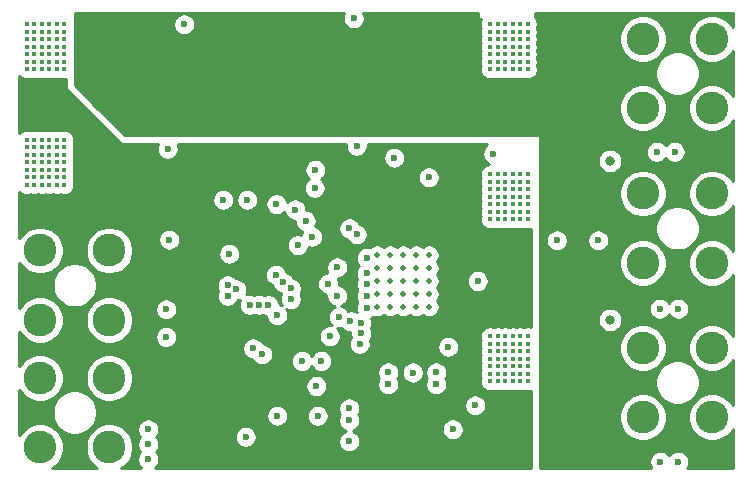
<source format=gbr>
G04 #@! TF.GenerationSoftware,KiCad,Pcbnew,(5.1.5)-3*
G04 #@! TF.CreationDate,2020-12-16T15:48:43+01:00*
G04 #@! TF.ProjectId,esc,6573632e-6b69-4636-9164-5f7063625858,rev?*
G04 #@! TF.SameCoordinates,Original*
G04 #@! TF.FileFunction,Copper,L3,Inr*
G04 #@! TF.FilePolarity,Positive*
%FSLAX46Y46*%
G04 Gerber Fmt 4.6, Leading zero omitted, Abs format (unit mm)*
G04 Created by KiCad (PCBNEW (5.1.5)-3) date 2020-12-16 15:48:43*
%MOMM*%
%LPD*%
G04 APERTURE LIST*
%ADD10C,0.499999*%
%ADD11C,2.775000*%
%ADD12C,0.600000*%
%ADD13C,0.450000*%
%ADD14C,0.800000*%
%ADD15C,0.254000*%
G04 APERTURE END LIST*
D10*
X142452999Y-98891999D03*
X143553000Y-98891999D03*
X144653000Y-98891999D03*
X145753000Y-98891999D03*
X146853001Y-98891999D03*
X142452999Y-99992000D03*
X143553000Y-99992000D03*
X144653000Y-99992000D03*
X145753000Y-99992000D03*
X146853001Y-99992000D03*
X142452999Y-101092000D03*
X143553000Y-101092000D03*
X144653000Y-101092000D03*
X145753000Y-101092000D03*
X146853001Y-101092000D03*
X142452999Y-102192000D03*
X143553000Y-102192000D03*
X144653000Y-102192000D03*
X145753000Y-102192000D03*
X146853001Y-102192000D03*
X142452999Y-103292001D03*
X143553000Y-103292001D03*
X144653000Y-103292001D03*
X145753000Y-103292001D03*
X146853001Y-103292001D03*
D11*
X164945000Y-86487000D03*
X164945000Y-80617000D03*
X170815000Y-80617000D03*
X170815000Y-86487000D03*
X113919000Y-98524000D03*
X119789000Y-98524000D03*
X119789000Y-104394000D03*
X113919000Y-104394000D03*
X164945000Y-99568000D03*
X164945000Y-93698000D03*
X170815000Y-93698000D03*
X170815000Y-99568000D03*
X113919000Y-109319000D03*
X119789000Y-109319000D03*
X119789000Y-115189000D03*
X113919000Y-115189000D03*
X164945000Y-112649000D03*
X164945000Y-106779000D03*
X170815000Y-106779000D03*
X170815000Y-112649000D03*
D12*
X140970000Y-106426000D03*
D13*
X152019000Y-95885000D03*
D12*
X161163000Y-97663000D03*
D13*
X152654000Y-95885000D03*
X153289000Y-95885000D03*
X153924000Y-95885000D03*
X154559000Y-95885000D03*
X155194000Y-95885000D03*
X155194000Y-95250000D03*
X153289000Y-95250000D03*
X153924000Y-95250000D03*
X152019000Y-95250000D03*
X152654000Y-95250000D03*
X154559000Y-95250000D03*
X153289000Y-93980000D03*
X154559000Y-93980000D03*
X155194000Y-94615000D03*
X153289000Y-94615000D03*
X152019000Y-93980000D03*
X153924000Y-93980000D03*
X152654000Y-93980000D03*
X155194000Y-93980000D03*
X153924000Y-94615000D03*
X152019000Y-94615000D03*
X152654000Y-94615000D03*
X154559000Y-94615000D03*
X152654000Y-92075000D03*
X155194000Y-92075000D03*
X154559000Y-92075000D03*
X152019000Y-92710000D03*
X152654000Y-92710000D03*
X153289000Y-93345000D03*
X152019000Y-92075000D03*
X154559000Y-93345000D03*
X153924000Y-92710000D03*
X153289000Y-92075000D03*
X154559000Y-92710000D03*
X152019000Y-93345000D03*
X153924000Y-93345000D03*
X152654000Y-93345000D03*
X155194000Y-92710000D03*
X153924000Y-92075000D03*
X155194000Y-93345000D03*
X153289000Y-92710000D03*
X152654000Y-81280000D03*
X155194000Y-81280000D03*
X154559000Y-81280000D03*
X152019000Y-81915000D03*
X152654000Y-81915000D03*
X153289000Y-82550000D03*
X152019000Y-81280000D03*
X154559000Y-82550000D03*
X153924000Y-81915000D03*
X153289000Y-81280000D03*
X155194000Y-83185000D03*
X154559000Y-81915000D03*
X153289000Y-83185000D03*
X152019000Y-82550000D03*
X153924000Y-82550000D03*
X152654000Y-82550000D03*
X155194000Y-81915000D03*
X153924000Y-81280000D03*
X155194000Y-82550000D03*
X153289000Y-81915000D03*
X153924000Y-83185000D03*
X152019000Y-83185000D03*
X152654000Y-83185000D03*
X154559000Y-83185000D03*
X154559000Y-79375000D03*
X154559000Y-80645000D03*
X152019000Y-80010000D03*
X155194000Y-79375000D03*
X152019000Y-80645000D03*
X152019000Y-79375000D03*
X154559000Y-80010000D03*
X153924000Y-80645000D03*
X153924000Y-79375000D03*
X153289000Y-80010000D03*
X152654000Y-79375000D03*
X153289000Y-79375000D03*
X152654000Y-80010000D03*
X153289000Y-80645000D03*
X153924000Y-80010000D03*
X155194000Y-80010000D03*
X155194000Y-80645000D03*
X152654000Y-80645000D03*
X152654000Y-105791000D03*
X153924000Y-108966000D03*
X152654000Y-107696000D03*
X154559000Y-108966000D03*
X153289000Y-108966000D03*
X155194000Y-109601000D03*
X154559000Y-109601000D03*
X153924000Y-105791000D03*
X153289000Y-105791000D03*
X152019000Y-107061000D03*
X154559000Y-106426000D03*
X153289000Y-106426000D03*
X155194000Y-106426000D03*
X152019000Y-105791000D03*
X152654000Y-109601000D03*
X155194000Y-105791000D03*
X154559000Y-105791000D03*
X152019000Y-108331000D03*
X153289000Y-109601000D03*
X152019000Y-109601000D03*
X153924000Y-107061000D03*
X155194000Y-107696000D03*
X153289000Y-108331000D03*
X153289000Y-107061000D03*
X152654000Y-107061000D03*
X155194000Y-108331000D03*
X153924000Y-107696000D03*
X152019000Y-106426000D03*
X152654000Y-108966000D03*
X153924000Y-109601000D03*
X152654000Y-106426000D03*
X154559000Y-107696000D03*
X153924000Y-106426000D03*
X155194000Y-107061000D03*
X153924000Y-108331000D03*
X152019000Y-108966000D03*
X155194000Y-108966000D03*
X154559000Y-107061000D03*
X152654000Y-108331000D03*
X152019000Y-107696000D03*
X153289000Y-107696000D03*
X154559000Y-108331000D03*
X113411000Y-79375000D03*
X114681000Y-82550000D03*
X113411000Y-81280000D03*
X115316000Y-82550000D03*
X114046000Y-82550000D03*
X115951000Y-83185000D03*
X115316000Y-83185000D03*
X114681000Y-79375000D03*
X114046000Y-79375000D03*
X115316000Y-80010000D03*
X114046000Y-80010000D03*
X115951000Y-80010000D03*
X113411000Y-83185000D03*
X115951000Y-79375000D03*
X115316000Y-79375000D03*
X114046000Y-83185000D03*
X114681000Y-80645000D03*
X115951000Y-81280000D03*
X114046000Y-81915000D03*
X114046000Y-80645000D03*
X113411000Y-80645000D03*
X115951000Y-81915000D03*
X114681000Y-81280000D03*
X113411000Y-82550000D03*
X114681000Y-83185000D03*
X113411000Y-80010000D03*
X115316000Y-81280000D03*
X114681000Y-80010000D03*
X115951000Y-80645000D03*
X114681000Y-81915000D03*
X115951000Y-82550000D03*
X115316000Y-80645000D03*
X113411000Y-81915000D03*
X114046000Y-81280000D03*
X115316000Y-81915000D03*
X114046000Y-90424000D03*
X115951000Y-90424000D03*
X113411000Y-92329000D03*
X114681000Y-92964000D03*
X113411000Y-91694000D03*
X113411000Y-92964000D03*
X114046000Y-91694000D03*
X114681000Y-89789000D03*
X113411000Y-91059000D03*
X115316000Y-90424000D03*
X114046000Y-91059000D03*
X114681000Y-90424000D03*
X113411000Y-90424000D03*
X113411000Y-89789000D03*
X115316000Y-89789000D03*
X115951000Y-92329000D03*
X115316000Y-91059000D03*
X115316000Y-92964000D03*
X115316000Y-92329000D03*
X114681000Y-92329000D03*
X115951000Y-89154000D03*
X114046000Y-92329000D03*
X115951000Y-91059000D03*
X115951000Y-92964000D03*
X114046000Y-89789000D03*
X114681000Y-91059000D03*
X115951000Y-89789000D03*
X115951000Y-91694000D03*
X114681000Y-91694000D03*
X115316000Y-91694000D03*
X114046000Y-92964000D03*
X114681000Y-89154000D03*
X113411000Y-89154000D03*
X114046000Y-89154000D03*
X115316000Y-89154000D03*
X112776000Y-80010000D03*
X112776000Y-79375000D03*
X112776000Y-80645000D03*
X112776000Y-82550000D03*
X112776000Y-81915000D03*
X112776000Y-81280000D03*
X112776000Y-83185000D03*
X112776000Y-92329000D03*
X112776000Y-91694000D03*
X112776000Y-91059000D03*
X112776000Y-92964000D03*
X112776000Y-89789000D03*
X112776000Y-90424000D03*
X112776000Y-89154000D03*
D12*
X124841000Y-97599500D03*
X147447000Y-109855000D03*
X147447000Y-108839000D03*
X143383000Y-109855000D03*
X146812000Y-92329000D03*
X143891000Y-90678000D03*
X140462000Y-78867000D03*
X126111000Y-79375000D03*
X124714000Y-89916000D03*
X131318000Y-114300000D03*
X124588030Y-103505000D03*
X124588020Y-105846587D03*
X137160000Y-93217994D03*
X136939161Y-97360031D03*
X133985000Y-112522000D03*
X137414000Y-112522000D03*
X137315052Y-110004950D03*
X132715000Y-107315000D03*
X129413000Y-94234000D03*
X166370000Y-103441500D03*
X166116000Y-90170008D03*
X166433500Y-116395500D03*
D13*
X133223000Y-92900500D03*
X133223000Y-92265500D03*
X133223000Y-90995500D03*
X133223000Y-91630500D03*
D12*
X131318008Y-116205000D03*
X127889000Y-94234000D03*
X137033000Y-94742000D03*
X136271000Y-106045000D03*
X139065000Y-114681000D03*
X138430000Y-109982000D03*
D13*
X117602000Y-80645000D03*
X117602000Y-82550000D03*
X117602000Y-79375000D03*
X117602000Y-81280000D03*
X117602000Y-83185000D03*
X117602000Y-80010000D03*
X117602000Y-81915000D03*
X118237000Y-83185000D03*
X118237000Y-81915000D03*
X118237000Y-79375000D03*
X118237000Y-80010000D03*
X118237000Y-82550000D03*
X118237000Y-81280000D03*
X118237000Y-80645000D03*
X119507000Y-83185000D03*
X119507000Y-81915000D03*
X119507000Y-79375000D03*
X119507000Y-80010000D03*
X119507000Y-82550000D03*
X119507000Y-81280000D03*
X119507000Y-80645000D03*
X118872000Y-80645000D03*
X118872000Y-82550000D03*
X118872000Y-79375000D03*
X118872000Y-81280000D03*
X118872000Y-83185000D03*
X118872000Y-80010000D03*
X118872000Y-81915000D03*
X120142000Y-83185000D03*
X120142000Y-79375000D03*
X120142000Y-82550000D03*
X120142000Y-80645000D03*
X120142000Y-81280000D03*
X120142000Y-80010000D03*
X120142000Y-81915000D03*
X120777000Y-79375000D03*
X120777000Y-80645000D03*
X120777000Y-82550000D03*
X120777000Y-83185000D03*
X120777000Y-80010000D03*
X120777000Y-81280000D03*
X120777000Y-81915000D03*
X158496000Y-79375000D03*
X159131000Y-81915000D03*
X158496000Y-80645000D03*
X159131000Y-81280000D03*
X159131000Y-80010000D03*
X159131000Y-80645000D03*
X159131000Y-82550000D03*
X158496000Y-82550000D03*
X159131000Y-79375000D03*
X159131000Y-83185000D03*
X157226000Y-83185000D03*
X157226000Y-81915000D03*
X157226000Y-79375000D03*
X157226000Y-80010000D03*
X157226000Y-82550000D03*
X157226000Y-81280000D03*
X157226000Y-80645000D03*
X159766000Y-81915000D03*
X158496000Y-83185000D03*
X159766000Y-81280000D03*
X158496000Y-80010000D03*
X159766000Y-80645000D03*
X159766000Y-79375000D03*
X158496000Y-81280000D03*
X158496000Y-81915000D03*
X159766000Y-82550000D03*
X159766000Y-83185000D03*
X159766000Y-80010000D03*
X160401000Y-80010000D03*
X160401000Y-81280000D03*
X160401000Y-81915000D03*
X160401000Y-82550000D03*
X160401000Y-80645000D03*
X160401000Y-83185000D03*
X160401000Y-79375000D03*
X157861000Y-83185000D03*
X157861000Y-79375000D03*
X157861000Y-82550000D03*
X157861000Y-80645000D03*
X157861000Y-81280000D03*
X157861000Y-80010000D03*
X157861000Y-81915000D03*
X158496000Y-92710000D03*
X159766000Y-93980000D03*
X159766000Y-93345000D03*
X159131000Y-94615000D03*
X158496000Y-93345000D03*
X159131000Y-92710000D03*
X159131000Y-93345000D03*
X157226000Y-95885000D03*
X157226000Y-92710000D03*
X158496000Y-95250000D03*
X157226000Y-92075000D03*
X159131000Y-92075000D03*
X157226000Y-95250000D03*
X157226000Y-93980000D03*
X157226000Y-93345000D03*
X159131000Y-95250000D03*
X159131000Y-93980000D03*
X157226000Y-94615000D03*
X159766000Y-94615000D03*
X158496000Y-95885000D03*
X158496000Y-92075000D03*
X159131000Y-95885000D03*
X160401000Y-95250000D03*
X157861000Y-93980000D03*
X157861000Y-92710000D03*
X160401000Y-92710000D03*
X160401000Y-94615000D03*
X160401000Y-93345000D03*
X159766000Y-92710000D03*
X159766000Y-92075000D03*
X160401000Y-92075000D03*
X157861000Y-93345000D03*
X160401000Y-93980000D03*
X157861000Y-92075000D03*
X157861000Y-95250000D03*
X159766000Y-95885000D03*
X157861000Y-94615000D03*
X157861000Y-95885000D03*
X158496000Y-93980000D03*
X158496000Y-94615000D03*
X160401000Y-95885000D03*
X159766000Y-95250000D03*
X160401000Y-106426000D03*
X160401000Y-107696000D03*
X159131000Y-107061000D03*
X157861000Y-108331000D03*
X157861000Y-108966000D03*
X157226000Y-106426000D03*
X158496000Y-108966000D03*
X160401000Y-109601000D03*
X160401000Y-108331000D03*
X158496000Y-107696000D03*
X157226000Y-105791000D03*
X159766000Y-109601000D03*
X158496000Y-107061000D03*
X160401000Y-105791000D03*
X160401000Y-107061000D03*
X157861000Y-107061000D03*
X158496000Y-109601000D03*
X157226000Y-107061000D03*
X157861000Y-106426000D03*
X159131000Y-105791000D03*
X157861000Y-107696000D03*
X159131000Y-108331000D03*
X159766000Y-105791000D03*
X157861000Y-105791000D03*
X157861000Y-109601000D03*
X157226000Y-109601000D03*
X157226000Y-107696000D03*
X159131000Y-108966000D03*
X158496000Y-106426000D03*
X160401000Y-108966000D03*
X159766000Y-108966000D03*
X159766000Y-108331000D03*
X159131000Y-109601000D03*
X159766000Y-106426000D03*
X159131000Y-107696000D03*
X159766000Y-107696000D03*
X158496000Y-105791000D03*
X157226000Y-108331000D03*
X157226000Y-108966000D03*
X159766000Y-107061000D03*
X159131000Y-106426000D03*
X158496000Y-108331000D03*
X145351500Y-88392000D03*
X144716500Y-88392000D03*
X144081500Y-88392000D03*
X145986500Y-88392000D03*
X144081500Y-87757000D03*
X145986500Y-87757000D03*
X144716500Y-87757000D03*
X145351500Y-87757000D03*
D12*
X152273000Y-90333990D03*
X148463000Y-106680000D03*
X150956929Y-101103191D03*
X145468426Y-108855968D03*
D14*
X162179000Y-104394000D03*
X162179000Y-90931990D03*
D12*
X150749000Y-111633000D03*
X143383000Y-108839000D03*
X138430000Y-105791000D03*
X141097000Y-104648002D03*
X140081000Y-112903000D03*
X140081000Y-114681000D03*
X140081000Y-111887000D03*
X129794000Y-101473000D03*
X141097000Y-105537000D03*
X130518058Y-101816058D03*
X140180873Y-104516479D03*
X133985000Y-104013006D03*
X141567998Y-103378000D03*
X135148023Y-101738718D03*
X139192000Y-104140002D03*
X134493000Y-101219000D03*
X139065012Y-102362000D03*
X133878409Y-100584000D03*
X141567998Y-101346000D03*
X133253409Y-103155456D03*
X141567998Y-100457000D03*
X132454271Y-103118076D03*
X139065000Y-99949000D03*
X138302450Y-101345450D03*
X131654291Y-103125139D03*
X141567998Y-99163388D03*
X140096017Y-96649405D03*
X135728553Y-98078441D03*
X140715998Y-97155000D03*
X129921000Y-98806000D03*
X141567998Y-102362000D03*
X135146320Y-102624320D03*
X123063000Y-114935000D03*
X135509797Y-95055021D03*
X123063000Y-116205000D03*
X136398000Y-96012000D03*
X167640000Y-90170000D03*
X129793998Y-102362000D03*
X131952982Y-106807000D03*
X167957500Y-103441502D03*
X148844000Y-113665000D03*
X167957500Y-116395500D03*
X136080500Y-107886500D03*
X157670498Y-97663000D03*
X140716000Y-89662000D03*
X137731500Y-107886500D03*
X131445000Y-94234000D03*
X137223500Y-91694004D03*
X123063000Y-113665000D03*
X133915211Y-94605010D03*
D15*
G36*
X139633414Y-78424111D02*
G01*
X139562932Y-78594271D01*
X139527000Y-78774911D01*
X139527000Y-78959089D01*
X139562932Y-79139729D01*
X139633414Y-79309889D01*
X139735738Y-79463028D01*
X139865972Y-79593262D01*
X140019111Y-79695586D01*
X140189271Y-79766068D01*
X140369911Y-79802000D01*
X140554089Y-79802000D01*
X140734729Y-79766068D01*
X140904889Y-79695586D01*
X141058028Y-79593262D01*
X141188262Y-79463028D01*
X141290586Y-79309889D01*
X141361068Y-79139729D01*
X141397000Y-78959089D01*
X141397000Y-78774911D01*
X141361068Y-78594271D01*
X141290586Y-78424111D01*
X141263785Y-78384000D01*
X151003000Y-78384000D01*
X151003000Y-78803500D01*
X151005440Y-78828276D01*
X151012667Y-78852101D01*
X151024403Y-78874057D01*
X151040197Y-78893303D01*
X151059443Y-78909097D01*
X151081399Y-78920833D01*
X151105224Y-78928060D01*
X151130000Y-78930500D01*
X151281692Y-78930500D01*
X151256878Y-78967637D01*
X151192049Y-79124147D01*
X151159000Y-79290297D01*
X151159000Y-79459703D01*
X151192049Y-79625853D01*
X151219655Y-79692500D01*
X151192049Y-79759147D01*
X151159000Y-79925297D01*
X151159000Y-80094703D01*
X151192049Y-80260853D01*
X151219655Y-80327500D01*
X151192049Y-80394147D01*
X151159000Y-80560297D01*
X151159000Y-80729703D01*
X151192049Y-80895853D01*
X151219655Y-80962500D01*
X151192049Y-81029147D01*
X151159000Y-81195297D01*
X151159000Y-81364703D01*
X151192049Y-81530853D01*
X151219655Y-81597500D01*
X151192049Y-81664147D01*
X151159000Y-81830297D01*
X151159000Y-81999703D01*
X151192049Y-82165853D01*
X151219655Y-82232500D01*
X151192049Y-82299147D01*
X151159000Y-82465297D01*
X151159000Y-82634703D01*
X151192049Y-82800853D01*
X151219655Y-82867500D01*
X151192049Y-82934147D01*
X151159000Y-83100297D01*
X151159000Y-83269703D01*
X151192049Y-83435853D01*
X151256878Y-83592363D01*
X151350995Y-83733218D01*
X151470782Y-83853005D01*
X151611637Y-83947122D01*
X151768147Y-84011951D01*
X151934297Y-84045000D01*
X152103703Y-84045000D01*
X152269853Y-84011951D01*
X152336500Y-83984345D01*
X152403147Y-84011951D01*
X152569297Y-84045000D01*
X152738703Y-84045000D01*
X152904853Y-84011951D01*
X152971500Y-83984345D01*
X153038147Y-84011951D01*
X153204297Y-84045000D01*
X153373703Y-84045000D01*
X153539853Y-84011951D01*
X153606500Y-83984345D01*
X153673147Y-84011951D01*
X153839297Y-84045000D01*
X154008703Y-84045000D01*
X154174853Y-84011951D01*
X154241500Y-83984345D01*
X154308147Y-84011951D01*
X154474297Y-84045000D01*
X154643703Y-84045000D01*
X154809853Y-84011951D01*
X154876500Y-83984345D01*
X154943147Y-84011951D01*
X155109297Y-84045000D01*
X155278703Y-84045000D01*
X155444853Y-84011951D01*
X155601363Y-83947122D01*
X155742218Y-83853005D01*
X155862005Y-83733218D01*
X155956122Y-83592363D01*
X156020951Y-83435853D01*
X156034777Y-83366344D01*
X165995000Y-83366344D01*
X165995000Y-83737656D01*
X166067439Y-84101834D01*
X166209534Y-84444882D01*
X166415825Y-84753618D01*
X166678382Y-85016175D01*
X166987118Y-85222466D01*
X167330166Y-85364561D01*
X167694344Y-85437000D01*
X168065656Y-85437000D01*
X168429834Y-85364561D01*
X168772882Y-85222466D01*
X169081618Y-85016175D01*
X169344175Y-84753618D01*
X169550466Y-84444882D01*
X169692561Y-84101834D01*
X169765000Y-83737656D01*
X169765000Y-83366344D01*
X169692561Y-83002166D01*
X169550466Y-82659118D01*
X169344175Y-82350382D01*
X169081618Y-82087825D01*
X168772882Y-81881534D01*
X168429834Y-81739439D01*
X168065656Y-81667000D01*
X167694344Y-81667000D01*
X167330166Y-81739439D01*
X166987118Y-81881534D01*
X166678382Y-82087825D01*
X166415825Y-82350382D01*
X166209534Y-82659118D01*
X166067439Y-83002166D01*
X165995000Y-83366344D01*
X156034777Y-83366344D01*
X156054000Y-83269703D01*
X156054000Y-83100297D01*
X156020951Y-82934147D01*
X155993345Y-82867500D01*
X156020951Y-82800853D01*
X156054000Y-82634703D01*
X156054000Y-82465297D01*
X156020951Y-82299147D01*
X155993345Y-82232500D01*
X156020951Y-82165853D01*
X156054000Y-81999703D01*
X156054000Y-81830297D01*
X156020951Y-81664147D01*
X155993345Y-81597500D01*
X156020951Y-81530853D01*
X156054000Y-81364703D01*
X156054000Y-81195297D01*
X156020951Y-81029147D01*
X155993345Y-80962500D01*
X156020951Y-80895853D01*
X156054000Y-80729703D01*
X156054000Y-80560297D01*
X156025657Y-80417801D01*
X162922500Y-80417801D01*
X162922500Y-80816199D01*
X163000224Y-81206941D01*
X163152684Y-81575013D01*
X163374022Y-81906269D01*
X163655731Y-82187978D01*
X163986987Y-82409316D01*
X164355059Y-82561776D01*
X164745801Y-82639500D01*
X165144199Y-82639500D01*
X165534941Y-82561776D01*
X165903013Y-82409316D01*
X166234269Y-82187978D01*
X166515978Y-81906269D01*
X166737316Y-81575013D01*
X166889776Y-81206941D01*
X166967500Y-80816199D01*
X166967500Y-80417801D01*
X166889776Y-80027059D01*
X166737316Y-79658987D01*
X166515978Y-79327731D01*
X166234269Y-79046022D01*
X165903013Y-78824684D01*
X165534941Y-78672224D01*
X165144199Y-78594500D01*
X164745801Y-78594500D01*
X164355059Y-78672224D01*
X163986987Y-78824684D01*
X163655731Y-79046022D01*
X163374022Y-79327731D01*
X163152684Y-79658987D01*
X163000224Y-80027059D01*
X162922500Y-80417801D01*
X156025657Y-80417801D01*
X156020951Y-80394147D01*
X155993345Y-80327500D01*
X156020951Y-80260853D01*
X156054000Y-80094703D01*
X156054000Y-79925297D01*
X156020951Y-79759147D01*
X155993345Y-79692500D01*
X156020951Y-79625853D01*
X156054000Y-79459703D01*
X156054000Y-79290297D01*
X156020951Y-79124147D01*
X155956122Y-78967637D01*
X155862005Y-78826782D01*
X155829000Y-78793777D01*
X155829000Y-78384000D01*
X172568001Y-78384000D01*
X172568001Y-79600148D01*
X172385978Y-79327731D01*
X172104269Y-79046022D01*
X171773013Y-78824684D01*
X171404941Y-78672224D01*
X171014199Y-78594500D01*
X170615801Y-78594500D01*
X170225059Y-78672224D01*
X169856987Y-78824684D01*
X169525731Y-79046022D01*
X169244022Y-79327731D01*
X169022684Y-79658987D01*
X168870224Y-80027059D01*
X168792500Y-80417801D01*
X168792500Y-80816199D01*
X168870224Y-81206941D01*
X169022684Y-81575013D01*
X169244022Y-81906269D01*
X169525731Y-82187978D01*
X169856987Y-82409316D01*
X170225059Y-82561776D01*
X170615801Y-82639500D01*
X171014199Y-82639500D01*
X171404941Y-82561776D01*
X171773013Y-82409316D01*
X172104269Y-82187978D01*
X172385978Y-81906269D01*
X172568001Y-81633852D01*
X172568001Y-85470148D01*
X172385978Y-85197731D01*
X172104269Y-84916022D01*
X171773013Y-84694684D01*
X171404941Y-84542224D01*
X171014199Y-84464500D01*
X170615801Y-84464500D01*
X170225059Y-84542224D01*
X169856987Y-84694684D01*
X169525731Y-84916022D01*
X169244022Y-85197731D01*
X169022684Y-85528987D01*
X168870224Y-85897059D01*
X168792500Y-86287801D01*
X168792500Y-86686199D01*
X168870224Y-87076941D01*
X169022684Y-87445013D01*
X169244022Y-87776269D01*
X169525731Y-88057978D01*
X169856987Y-88279316D01*
X170225059Y-88431776D01*
X170615801Y-88509500D01*
X171014199Y-88509500D01*
X171404941Y-88431776D01*
X171773013Y-88279316D01*
X172104269Y-88057978D01*
X172385978Y-87776269D01*
X172568001Y-87503852D01*
X172568001Y-92681147D01*
X172385978Y-92408731D01*
X172104269Y-92127022D01*
X171773013Y-91905684D01*
X171404941Y-91753224D01*
X171014199Y-91675500D01*
X170615801Y-91675500D01*
X170225059Y-91753224D01*
X169856987Y-91905684D01*
X169525731Y-92127022D01*
X169244022Y-92408731D01*
X169022684Y-92739987D01*
X168870224Y-93108059D01*
X168792500Y-93498801D01*
X168792500Y-93897199D01*
X168870224Y-94287941D01*
X169022684Y-94656013D01*
X169244022Y-94987269D01*
X169525731Y-95268978D01*
X169856987Y-95490316D01*
X170225059Y-95642776D01*
X170615801Y-95720500D01*
X171014199Y-95720500D01*
X171404941Y-95642776D01*
X171773013Y-95490316D01*
X172104269Y-95268978D01*
X172385978Y-94987269D01*
X172568001Y-94714853D01*
X172568000Y-98551147D01*
X172385978Y-98278731D01*
X172104269Y-97997022D01*
X171773013Y-97775684D01*
X171404941Y-97623224D01*
X171014199Y-97545500D01*
X170615801Y-97545500D01*
X170225059Y-97623224D01*
X169856987Y-97775684D01*
X169525731Y-97997022D01*
X169244022Y-98278731D01*
X169022684Y-98609987D01*
X168870224Y-98978059D01*
X168792500Y-99368801D01*
X168792500Y-99767199D01*
X168870224Y-100157941D01*
X169022684Y-100526013D01*
X169244022Y-100857269D01*
X169525731Y-101138978D01*
X169856987Y-101360316D01*
X170225059Y-101512776D01*
X170615801Y-101590500D01*
X171014199Y-101590500D01*
X171404941Y-101512776D01*
X171773013Y-101360316D01*
X172104269Y-101138978D01*
X172385978Y-100857269D01*
X172568000Y-100584853D01*
X172568000Y-105762147D01*
X172385978Y-105489731D01*
X172104269Y-105208022D01*
X171773013Y-104986684D01*
X171404941Y-104834224D01*
X171014199Y-104756500D01*
X170615801Y-104756500D01*
X170225059Y-104834224D01*
X169856987Y-104986684D01*
X169525731Y-105208022D01*
X169244022Y-105489731D01*
X169022684Y-105820987D01*
X168870224Y-106189059D01*
X168792500Y-106579801D01*
X168792500Y-106978199D01*
X168870224Y-107368941D01*
X169022684Y-107737013D01*
X169244022Y-108068269D01*
X169525731Y-108349978D01*
X169856987Y-108571316D01*
X170225059Y-108723776D01*
X170615801Y-108801500D01*
X171014199Y-108801500D01*
X171404941Y-108723776D01*
X171773013Y-108571316D01*
X172104269Y-108349978D01*
X172385978Y-108068269D01*
X172568000Y-107795853D01*
X172568000Y-111632147D01*
X172385978Y-111359731D01*
X172104269Y-111078022D01*
X171773013Y-110856684D01*
X171404941Y-110704224D01*
X171014199Y-110626500D01*
X170615801Y-110626500D01*
X170225059Y-110704224D01*
X169856987Y-110856684D01*
X169525731Y-111078022D01*
X169244022Y-111359731D01*
X169022684Y-111690987D01*
X168870224Y-112059059D01*
X168792500Y-112449801D01*
X168792500Y-112848199D01*
X168870224Y-113238941D01*
X169022684Y-113607013D01*
X169244022Y-113938269D01*
X169525731Y-114219978D01*
X169856987Y-114441316D01*
X170225059Y-114593776D01*
X170615801Y-114671500D01*
X171014199Y-114671500D01*
X171404941Y-114593776D01*
X171773013Y-114441316D01*
X172104269Y-114219978D01*
X172385978Y-113938269D01*
X172568000Y-113665853D01*
X172568000Y-116942000D01*
X168716855Y-116942000D01*
X168786086Y-116838389D01*
X168856568Y-116668229D01*
X168892500Y-116487589D01*
X168892500Y-116303411D01*
X168856568Y-116122771D01*
X168786086Y-115952611D01*
X168683762Y-115799472D01*
X168553528Y-115669238D01*
X168400389Y-115566914D01*
X168230229Y-115496432D01*
X168049589Y-115460500D01*
X167865411Y-115460500D01*
X167684771Y-115496432D01*
X167514611Y-115566914D01*
X167361472Y-115669238D01*
X167231238Y-115799472D01*
X167195500Y-115852958D01*
X167159762Y-115799472D01*
X167029528Y-115669238D01*
X166876389Y-115566914D01*
X166706229Y-115496432D01*
X166525589Y-115460500D01*
X166341411Y-115460500D01*
X166160771Y-115496432D01*
X165990611Y-115566914D01*
X165837472Y-115669238D01*
X165707238Y-115799472D01*
X165604914Y-115952611D01*
X165534432Y-116122771D01*
X165498500Y-116303411D01*
X165498500Y-116487589D01*
X165534432Y-116668229D01*
X165604914Y-116838389D01*
X165674145Y-116942000D01*
X156210000Y-116942000D01*
X156210000Y-112449801D01*
X162922500Y-112449801D01*
X162922500Y-112848199D01*
X163000224Y-113238941D01*
X163152684Y-113607013D01*
X163374022Y-113938269D01*
X163655731Y-114219978D01*
X163986987Y-114441316D01*
X164355059Y-114593776D01*
X164745801Y-114671500D01*
X165144199Y-114671500D01*
X165534941Y-114593776D01*
X165903013Y-114441316D01*
X166234269Y-114219978D01*
X166515978Y-113938269D01*
X166737316Y-113607013D01*
X166889776Y-113238941D01*
X166967500Y-112848199D01*
X166967500Y-112449801D01*
X166889776Y-112059059D01*
X166737316Y-111690987D01*
X166515978Y-111359731D01*
X166234269Y-111078022D01*
X165903013Y-110856684D01*
X165534941Y-110704224D01*
X165144199Y-110626500D01*
X164745801Y-110626500D01*
X164355059Y-110704224D01*
X163986987Y-110856684D01*
X163655731Y-111078022D01*
X163374022Y-111359731D01*
X163152684Y-111690987D01*
X163000224Y-112059059D01*
X162922500Y-112449801D01*
X156210000Y-112449801D01*
X156210000Y-109528344D01*
X165995000Y-109528344D01*
X165995000Y-109899656D01*
X166067439Y-110263834D01*
X166209534Y-110606882D01*
X166415825Y-110915618D01*
X166678382Y-111178175D01*
X166987118Y-111384466D01*
X167330166Y-111526561D01*
X167694344Y-111599000D01*
X168065656Y-111599000D01*
X168429834Y-111526561D01*
X168772882Y-111384466D01*
X169081618Y-111178175D01*
X169344175Y-110915618D01*
X169550466Y-110606882D01*
X169692561Y-110263834D01*
X169765000Y-109899656D01*
X169765000Y-109528344D01*
X169692561Y-109164166D01*
X169550466Y-108821118D01*
X169344175Y-108512382D01*
X169081618Y-108249825D01*
X168772882Y-108043534D01*
X168429834Y-107901439D01*
X168065656Y-107829000D01*
X167694344Y-107829000D01*
X167330166Y-107901439D01*
X166987118Y-108043534D01*
X166678382Y-108249825D01*
X166415825Y-108512382D01*
X166209534Y-108821118D01*
X166067439Y-109164166D01*
X165995000Y-109528344D01*
X156210000Y-109528344D01*
X156210000Y-106579801D01*
X162922500Y-106579801D01*
X162922500Y-106978199D01*
X163000224Y-107368941D01*
X163152684Y-107737013D01*
X163374022Y-108068269D01*
X163655731Y-108349978D01*
X163986987Y-108571316D01*
X164355059Y-108723776D01*
X164745801Y-108801500D01*
X165144199Y-108801500D01*
X165534941Y-108723776D01*
X165903013Y-108571316D01*
X166234269Y-108349978D01*
X166515978Y-108068269D01*
X166737316Y-107737013D01*
X166889776Y-107368941D01*
X166967500Y-106978199D01*
X166967500Y-106579801D01*
X166889776Y-106189059D01*
X166737316Y-105820987D01*
X166515978Y-105489731D01*
X166234269Y-105208022D01*
X165903013Y-104986684D01*
X165534941Y-104834224D01*
X165144199Y-104756500D01*
X164745801Y-104756500D01*
X164355059Y-104834224D01*
X163986987Y-104986684D01*
X163655731Y-105208022D01*
X163374022Y-105489731D01*
X163152684Y-105820987D01*
X163000224Y-106189059D01*
X162922500Y-106579801D01*
X156210000Y-106579801D01*
X156210000Y-104292061D01*
X161144000Y-104292061D01*
X161144000Y-104495939D01*
X161183774Y-104695898D01*
X161261795Y-104884256D01*
X161375063Y-105053774D01*
X161519226Y-105197937D01*
X161688744Y-105311205D01*
X161877102Y-105389226D01*
X162077061Y-105429000D01*
X162280939Y-105429000D01*
X162480898Y-105389226D01*
X162669256Y-105311205D01*
X162838774Y-105197937D01*
X162982937Y-105053774D01*
X163096205Y-104884256D01*
X163174226Y-104695898D01*
X163214000Y-104495939D01*
X163214000Y-104292061D01*
X163174226Y-104092102D01*
X163096205Y-103903744D01*
X162982937Y-103734226D01*
X162838774Y-103590063D01*
X162669256Y-103476795D01*
X162480898Y-103398774D01*
X162280939Y-103359000D01*
X162077061Y-103359000D01*
X161877102Y-103398774D01*
X161688744Y-103476795D01*
X161519226Y-103590063D01*
X161375063Y-103734226D01*
X161261795Y-103903744D01*
X161183774Y-104092102D01*
X161144000Y-104292061D01*
X156210000Y-104292061D01*
X156210000Y-103349411D01*
X165435000Y-103349411D01*
X165435000Y-103533589D01*
X165470932Y-103714229D01*
X165541414Y-103884389D01*
X165643738Y-104037528D01*
X165773972Y-104167762D01*
X165927111Y-104270086D01*
X166097271Y-104340568D01*
X166277911Y-104376500D01*
X166462089Y-104376500D01*
X166642729Y-104340568D01*
X166812889Y-104270086D01*
X166966028Y-104167762D01*
X167096262Y-104037528D01*
X167163749Y-103936526D01*
X167231238Y-104037530D01*
X167361472Y-104167764D01*
X167514611Y-104270088D01*
X167684771Y-104340570D01*
X167865411Y-104376502D01*
X168049589Y-104376502D01*
X168230229Y-104340570D01*
X168400389Y-104270088D01*
X168553528Y-104167764D01*
X168683762Y-104037530D01*
X168786086Y-103884391D01*
X168856568Y-103714231D01*
X168892500Y-103533591D01*
X168892500Y-103349413D01*
X168856568Y-103168773D01*
X168786086Y-102998613D01*
X168683762Y-102845474D01*
X168553528Y-102715240D01*
X168400389Y-102612916D01*
X168230229Y-102542434D01*
X168049589Y-102506502D01*
X167865411Y-102506502D01*
X167684771Y-102542434D01*
X167514611Y-102612916D01*
X167361472Y-102715240D01*
X167231238Y-102845474D01*
X167163751Y-102946476D01*
X167096262Y-102845472D01*
X166966028Y-102715238D01*
X166812889Y-102612914D01*
X166642729Y-102542432D01*
X166462089Y-102506500D01*
X166277911Y-102506500D01*
X166097271Y-102542432D01*
X165927111Y-102612914D01*
X165773972Y-102715238D01*
X165643738Y-102845472D01*
X165541414Y-102998611D01*
X165470932Y-103168771D01*
X165435000Y-103349411D01*
X156210000Y-103349411D01*
X156210000Y-99368801D01*
X162922500Y-99368801D01*
X162922500Y-99767199D01*
X163000224Y-100157941D01*
X163152684Y-100526013D01*
X163374022Y-100857269D01*
X163655731Y-101138978D01*
X163986987Y-101360316D01*
X164355059Y-101512776D01*
X164745801Y-101590500D01*
X165144199Y-101590500D01*
X165534941Y-101512776D01*
X165903013Y-101360316D01*
X166234269Y-101138978D01*
X166515978Y-100857269D01*
X166737316Y-100526013D01*
X166889776Y-100157941D01*
X166967500Y-99767199D01*
X166967500Y-99368801D01*
X166889776Y-98978059D01*
X166737316Y-98609987D01*
X166515978Y-98278731D01*
X166234269Y-97997022D01*
X165903013Y-97775684D01*
X165534941Y-97623224D01*
X165144199Y-97545500D01*
X164745801Y-97545500D01*
X164355059Y-97623224D01*
X163986987Y-97775684D01*
X163655731Y-97997022D01*
X163374022Y-98278731D01*
X163152684Y-98609987D01*
X163000224Y-98978059D01*
X162922500Y-99368801D01*
X156210000Y-99368801D01*
X156210000Y-97570911D01*
X156735498Y-97570911D01*
X156735498Y-97755089D01*
X156771430Y-97935729D01*
X156841912Y-98105889D01*
X156944236Y-98259028D01*
X157074470Y-98389262D01*
X157227609Y-98491586D01*
X157397769Y-98562068D01*
X157578409Y-98598000D01*
X157762587Y-98598000D01*
X157943227Y-98562068D01*
X158113387Y-98491586D01*
X158266526Y-98389262D01*
X158396760Y-98259028D01*
X158499084Y-98105889D01*
X158569566Y-97935729D01*
X158605498Y-97755089D01*
X158605498Y-97570911D01*
X160228000Y-97570911D01*
X160228000Y-97755089D01*
X160263932Y-97935729D01*
X160334414Y-98105889D01*
X160436738Y-98259028D01*
X160566972Y-98389262D01*
X160720111Y-98491586D01*
X160890271Y-98562068D01*
X161070911Y-98598000D01*
X161255089Y-98598000D01*
X161435729Y-98562068D01*
X161605889Y-98491586D01*
X161759028Y-98389262D01*
X161889262Y-98259028D01*
X161991586Y-98105889D01*
X162062068Y-97935729D01*
X162098000Y-97755089D01*
X162098000Y-97570911D01*
X162062068Y-97390271D01*
X161991586Y-97220111D01*
X161889262Y-97066972D01*
X161759028Y-96936738D01*
X161605889Y-96834414D01*
X161435729Y-96763932D01*
X161255089Y-96728000D01*
X161070911Y-96728000D01*
X160890271Y-96763932D01*
X160720111Y-96834414D01*
X160566972Y-96936738D01*
X160436738Y-97066972D01*
X160334414Y-97220111D01*
X160263932Y-97390271D01*
X160228000Y-97570911D01*
X158605498Y-97570911D01*
X158569566Y-97390271D01*
X158499084Y-97220111D01*
X158396760Y-97066972D01*
X158266526Y-96936738D01*
X158113387Y-96834414D01*
X157943227Y-96763932D01*
X157762587Y-96728000D01*
X157578409Y-96728000D01*
X157397769Y-96763932D01*
X157227609Y-96834414D01*
X157074470Y-96936738D01*
X156944236Y-97066972D01*
X156841912Y-97220111D01*
X156771430Y-97390271D01*
X156735498Y-97570911D01*
X156210000Y-97570911D01*
X156210000Y-96447344D01*
X165995000Y-96447344D01*
X165995000Y-96818656D01*
X166067439Y-97182834D01*
X166209534Y-97525882D01*
X166415825Y-97834618D01*
X166678382Y-98097175D01*
X166987118Y-98303466D01*
X167330166Y-98445561D01*
X167694344Y-98518000D01*
X168065656Y-98518000D01*
X168429834Y-98445561D01*
X168772882Y-98303466D01*
X169081618Y-98097175D01*
X169344175Y-97834618D01*
X169550466Y-97525882D01*
X169692561Y-97182834D01*
X169765000Y-96818656D01*
X169765000Y-96447344D01*
X169692561Y-96083166D01*
X169550466Y-95740118D01*
X169344175Y-95431382D01*
X169081618Y-95168825D01*
X168772882Y-94962534D01*
X168429834Y-94820439D01*
X168065656Y-94748000D01*
X167694344Y-94748000D01*
X167330166Y-94820439D01*
X166987118Y-94962534D01*
X166678382Y-95168825D01*
X166415825Y-95431382D01*
X166209534Y-95740118D01*
X166067439Y-96083166D01*
X165995000Y-96447344D01*
X156210000Y-96447344D01*
X156210000Y-93498801D01*
X162922500Y-93498801D01*
X162922500Y-93897199D01*
X163000224Y-94287941D01*
X163152684Y-94656013D01*
X163374022Y-94987269D01*
X163655731Y-95268978D01*
X163986987Y-95490316D01*
X164355059Y-95642776D01*
X164745801Y-95720500D01*
X165144199Y-95720500D01*
X165534941Y-95642776D01*
X165903013Y-95490316D01*
X166234269Y-95268978D01*
X166515978Y-94987269D01*
X166737316Y-94656013D01*
X166889776Y-94287941D01*
X166967500Y-93897199D01*
X166967500Y-93498801D01*
X166889776Y-93108059D01*
X166737316Y-92739987D01*
X166515978Y-92408731D01*
X166234269Y-92127022D01*
X165903013Y-91905684D01*
X165534941Y-91753224D01*
X165144199Y-91675500D01*
X164745801Y-91675500D01*
X164355059Y-91753224D01*
X163986987Y-91905684D01*
X163655731Y-92127022D01*
X163374022Y-92408731D01*
X163152684Y-92739987D01*
X163000224Y-93108059D01*
X162922500Y-93498801D01*
X156210000Y-93498801D01*
X156210000Y-90830051D01*
X161144000Y-90830051D01*
X161144000Y-91033929D01*
X161183774Y-91233888D01*
X161261795Y-91422246D01*
X161375063Y-91591764D01*
X161519226Y-91735927D01*
X161688744Y-91849195D01*
X161877102Y-91927216D01*
X162077061Y-91966990D01*
X162280939Y-91966990D01*
X162480898Y-91927216D01*
X162669256Y-91849195D01*
X162838774Y-91735927D01*
X162982937Y-91591764D01*
X163096205Y-91422246D01*
X163174226Y-91233888D01*
X163214000Y-91033929D01*
X163214000Y-90830051D01*
X163174226Y-90630092D01*
X163096205Y-90441734D01*
X162982937Y-90272216D01*
X162838774Y-90128053D01*
X162763743Y-90077919D01*
X165181000Y-90077919D01*
X165181000Y-90262097D01*
X165216932Y-90442737D01*
X165287414Y-90612897D01*
X165389738Y-90766036D01*
X165519972Y-90896270D01*
X165673111Y-90998594D01*
X165843271Y-91069076D01*
X166023911Y-91105008D01*
X166208089Y-91105008D01*
X166388729Y-91069076D01*
X166558889Y-90998594D01*
X166712028Y-90896270D01*
X166842262Y-90766036D01*
X166878003Y-90712546D01*
X166913738Y-90766028D01*
X167043972Y-90896262D01*
X167197111Y-90998586D01*
X167367271Y-91069068D01*
X167547911Y-91105000D01*
X167732089Y-91105000D01*
X167912729Y-91069068D01*
X168082889Y-90998586D01*
X168236028Y-90896262D01*
X168366262Y-90766028D01*
X168468586Y-90612889D01*
X168539068Y-90442729D01*
X168575000Y-90262089D01*
X168575000Y-90077911D01*
X168539068Y-89897271D01*
X168468586Y-89727111D01*
X168366262Y-89573972D01*
X168236028Y-89443738D01*
X168082889Y-89341414D01*
X167912729Y-89270932D01*
X167732089Y-89235000D01*
X167547911Y-89235000D01*
X167367271Y-89270932D01*
X167197111Y-89341414D01*
X167043972Y-89443738D01*
X166913738Y-89573972D01*
X166877997Y-89627462D01*
X166842262Y-89573980D01*
X166712028Y-89443746D01*
X166558889Y-89341422D01*
X166388729Y-89270940D01*
X166208089Y-89235008D01*
X166023911Y-89235008D01*
X165843271Y-89270940D01*
X165673111Y-89341422D01*
X165519972Y-89443746D01*
X165389738Y-89573980D01*
X165287414Y-89727119D01*
X165216932Y-89897279D01*
X165181000Y-90077919D01*
X162763743Y-90077919D01*
X162669256Y-90014785D01*
X162480898Y-89936764D01*
X162280939Y-89896990D01*
X162077061Y-89896990D01*
X161877102Y-89936764D01*
X161688744Y-90014785D01*
X161519226Y-90128053D01*
X161375063Y-90272216D01*
X161261795Y-90441734D01*
X161183774Y-90630092D01*
X161144000Y-90830051D01*
X156210000Y-90830051D01*
X156210000Y-88900000D01*
X156207560Y-88875224D01*
X156200333Y-88851399D01*
X156188597Y-88829443D01*
X156172803Y-88810197D01*
X156153557Y-88794403D01*
X156131601Y-88782667D01*
X156107776Y-88775440D01*
X156083000Y-88773000D01*
X141013036Y-88773000D01*
X140988729Y-88762932D01*
X140808089Y-88727000D01*
X140623911Y-88727000D01*
X140443271Y-88762932D01*
X140418964Y-88773000D01*
X121083606Y-88773000D01*
X118598407Y-86287801D01*
X162922500Y-86287801D01*
X162922500Y-86686199D01*
X163000224Y-87076941D01*
X163152684Y-87445013D01*
X163374022Y-87776269D01*
X163655731Y-88057978D01*
X163986987Y-88279316D01*
X164355059Y-88431776D01*
X164745801Y-88509500D01*
X165144199Y-88509500D01*
X165534941Y-88431776D01*
X165903013Y-88279316D01*
X166234269Y-88057978D01*
X166515978Y-87776269D01*
X166737316Y-87445013D01*
X166889776Y-87076941D01*
X166967500Y-86686199D01*
X166967500Y-86287801D01*
X166889776Y-85897059D01*
X166737316Y-85528987D01*
X166515978Y-85197731D01*
X166234269Y-84916022D01*
X165903013Y-84694684D01*
X165534941Y-84542224D01*
X165144199Y-84464500D01*
X164745801Y-84464500D01*
X164355059Y-84542224D01*
X163986987Y-84694684D01*
X163655731Y-84916022D01*
X163374022Y-85197731D01*
X163152684Y-85528987D01*
X163000224Y-85897059D01*
X162922500Y-86287801D01*
X118598407Y-86287801D01*
X116840000Y-84529394D01*
X116840000Y-79282911D01*
X125176000Y-79282911D01*
X125176000Y-79467089D01*
X125211932Y-79647729D01*
X125282414Y-79817889D01*
X125384738Y-79971028D01*
X125514972Y-80101262D01*
X125668111Y-80203586D01*
X125838271Y-80274068D01*
X126018911Y-80310000D01*
X126203089Y-80310000D01*
X126383729Y-80274068D01*
X126553889Y-80203586D01*
X126707028Y-80101262D01*
X126837262Y-79971028D01*
X126939586Y-79817889D01*
X127010068Y-79647729D01*
X127046000Y-79467089D01*
X127046000Y-79282911D01*
X127010068Y-79102271D01*
X126939586Y-78932111D01*
X126837262Y-78778972D01*
X126707028Y-78648738D01*
X126553889Y-78546414D01*
X126383729Y-78475932D01*
X126203089Y-78440000D01*
X126018911Y-78440000D01*
X125838271Y-78475932D01*
X125668111Y-78546414D01*
X125514972Y-78648738D01*
X125384738Y-78778972D01*
X125282414Y-78932111D01*
X125211932Y-79102271D01*
X125176000Y-79282911D01*
X116840000Y-79282911D01*
X116840000Y-78384000D01*
X139660215Y-78384000D01*
X139633414Y-78424111D01*
G37*
X139633414Y-78424111D02*
X139562932Y-78594271D01*
X139527000Y-78774911D01*
X139527000Y-78959089D01*
X139562932Y-79139729D01*
X139633414Y-79309889D01*
X139735738Y-79463028D01*
X139865972Y-79593262D01*
X140019111Y-79695586D01*
X140189271Y-79766068D01*
X140369911Y-79802000D01*
X140554089Y-79802000D01*
X140734729Y-79766068D01*
X140904889Y-79695586D01*
X141058028Y-79593262D01*
X141188262Y-79463028D01*
X141290586Y-79309889D01*
X141361068Y-79139729D01*
X141397000Y-78959089D01*
X141397000Y-78774911D01*
X141361068Y-78594271D01*
X141290586Y-78424111D01*
X141263785Y-78384000D01*
X151003000Y-78384000D01*
X151003000Y-78803500D01*
X151005440Y-78828276D01*
X151012667Y-78852101D01*
X151024403Y-78874057D01*
X151040197Y-78893303D01*
X151059443Y-78909097D01*
X151081399Y-78920833D01*
X151105224Y-78928060D01*
X151130000Y-78930500D01*
X151281692Y-78930500D01*
X151256878Y-78967637D01*
X151192049Y-79124147D01*
X151159000Y-79290297D01*
X151159000Y-79459703D01*
X151192049Y-79625853D01*
X151219655Y-79692500D01*
X151192049Y-79759147D01*
X151159000Y-79925297D01*
X151159000Y-80094703D01*
X151192049Y-80260853D01*
X151219655Y-80327500D01*
X151192049Y-80394147D01*
X151159000Y-80560297D01*
X151159000Y-80729703D01*
X151192049Y-80895853D01*
X151219655Y-80962500D01*
X151192049Y-81029147D01*
X151159000Y-81195297D01*
X151159000Y-81364703D01*
X151192049Y-81530853D01*
X151219655Y-81597500D01*
X151192049Y-81664147D01*
X151159000Y-81830297D01*
X151159000Y-81999703D01*
X151192049Y-82165853D01*
X151219655Y-82232500D01*
X151192049Y-82299147D01*
X151159000Y-82465297D01*
X151159000Y-82634703D01*
X151192049Y-82800853D01*
X151219655Y-82867500D01*
X151192049Y-82934147D01*
X151159000Y-83100297D01*
X151159000Y-83269703D01*
X151192049Y-83435853D01*
X151256878Y-83592363D01*
X151350995Y-83733218D01*
X151470782Y-83853005D01*
X151611637Y-83947122D01*
X151768147Y-84011951D01*
X151934297Y-84045000D01*
X152103703Y-84045000D01*
X152269853Y-84011951D01*
X152336500Y-83984345D01*
X152403147Y-84011951D01*
X152569297Y-84045000D01*
X152738703Y-84045000D01*
X152904853Y-84011951D01*
X152971500Y-83984345D01*
X153038147Y-84011951D01*
X153204297Y-84045000D01*
X153373703Y-84045000D01*
X153539853Y-84011951D01*
X153606500Y-83984345D01*
X153673147Y-84011951D01*
X153839297Y-84045000D01*
X154008703Y-84045000D01*
X154174853Y-84011951D01*
X154241500Y-83984345D01*
X154308147Y-84011951D01*
X154474297Y-84045000D01*
X154643703Y-84045000D01*
X154809853Y-84011951D01*
X154876500Y-83984345D01*
X154943147Y-84011951D01*
X155109297Y-84045000D01*
X155278703Y-84045000D01*
X155444853Y-84011951D01*
X155601363Y-83947122D01*
X155742218Y-83853005D01*
X155862005Y-83733218D01*
X155956122Y-83592363D01*
X156020951Y-83435853D01*
X156034777Y-83366344D01*
X165995000Y-83366344D01*
X165995000Y-83737656D01*
X166067439Y-84101834D01*
X166209534Y-84444882D01*
X166415825Y-84753618D01*
X166678382Y-85016175D01*
X166987118Y-85222466D01*
X167330166Y-85364561D01*
X167694344Y-85437000D01*
X168065656Y-85437000D01*
X168429834Y-85364561D01*
X168772882Y-85222466D01*
X169081618Y-85016175D01*
X169344175Y-84753618D01*
X169550466Y-84444882D01*
X169692561Y-84101834D01*
X169765000Y-83737656D01*
X169765000Y-83366344D01*
X169692561Y-83002166D01*
X169550466Y-82659118D01*
X169344175Y-82350382D01*
X169081618Y-82087825D01*
X168772882Y-81881534D01*
X168429834Y-81739439D01*
X168065656Y-81667000D01*
X167694344Y-81667000D01*
X167330166Y-81739439D01*
X166987118Y-81881534D01*
X166678382Y-82087825D01*
X166415825Y-82350382D01*
X166209534Y-82659118D01*
X166067439Y-83002166D01*
X165995000Y-83366344D01*
X156034777Y-83366344D01*
X156054000Y-83269703D01*
X156054000Y-83100297D01*
X156020951Y-82934147D01*
X155993345Y-82867500D01*
X156020951Y-82800853D01*
X156054000Y-82634703D01*
X156054000Y-82465297D01*
X156020951Y-82299147D01*
X155993345Y-82232500D01*
X156020951Y-82165853D01*
X156054000Y-81999703D01*
X156054000Y-81830297D01*
X156020951Y-81664147D01*
X155993345Y-81597500D01*
X156020951Y-81530853D01*
X156054000Y-81364703D01*
X156054000Y-81195297D01*
X156020951Y-81029147D01*
X155993345Y-80962500D01*
X156020951Y-80895853D01*
X156054000Y-80729703D01*
X156054000Y-80560297D01*
X156025657Y-80417801D01*
X162922500Y-80417801D01*
X162922500Y-80816199D01*
X163000224Y-81206941D01*
X163152684Y-81575013D01*
X163374022Y-81906269D01*
X163655731Y-82187978D01*
X163986987Y-82409316D01*
X164355059Y-82561776D01*
X164745801Y-82639500D01*
X165144199Y-82639500D01*
X165534941Y-82561776D01*
X165903013Y-82409316D01*
X166234269Y-82187978D01*
X166515978Y-81906269D01*
X166737316Y-81575013D01*
X166889776Y-81206941D01*
X166967500Y-80816199D01*
X166967500Y-80417801D01*
X166889776Y-80027059D01*
X166737316Y-79658987D01*
X166515978Y-79327731D01*
X166234269Y-79046022D01*
X165903013Y-78824684D01*
X165534941Y-78672224D01*
X165144199Y-78594500D01*
X164745801Y-78594500D01*
X164355059Y-78672224D01*
X163986987Y-78824684D01*
X163655731Y-79046022D01*
X163374022Y-79327731D01*
X163152684Y-79658987D01*
X163000224Y-80027059D01*
X162922500Y-80417801D01*
X156025657Y-80417801D01*
X156020951Y-80394147D01*
X155993345Y-80327500D01*
X156020951Y-80260853D01*
X156054000Y-80094703D01*
X156054000Y-79925297D01*
X156020951Y-79759147D01*
X155993345Y-79692500D01*
X156020951Y-79625853D01*
X156054000Y-79459703D01*
X156054000Y-79290297D01*
X156020951Y-79124147D01*
X155956122Y-78967637D01*
X155862005Y-78826782D01*
X155829000Y-78793777D01*
X155829000Y-78384000D01*
X172568001Y-78384000D01*
X172568001Y-79600148D01*
X172385978Y-79327731D01*
X172104269Y-79046022D01*
X171773013Y-78824684D01*
X171404941Y-78672224D01*
X171014199Y-78594500D01*
X170615801Y-78594500D01*
X170225059Y-78672224D01*
X169856987Y-78824684D01*
X169525731Y-79046022D01*
X169244022Y-79327731D01*
X169022684Y-79658987D01*
X168870224Y-80027059D01*
X168792500Y-80417801D01*
X168792500Y-80816199D01*
X168870224Y-81206941D01*
X169022684Y-81575013D01*
X169244022Y-81906269D01*
X169525731Y-82187978D01*
X169856987Y-82409316D01*
X170225059Y-82561776D01*
X170615801Y-82639500D01*
X171014199Y-82639500D01*
X171404941Y-82561776D01*
X171773013Y-82409316D01*
X172104269Y-82187978D01*
X172385978Y-81906269D01*
X172568001Y-81633852D01*
X172568001Y-85470148D01*
X172385978Y-85197731D01*
X172104269Y-84916022D01*
X171773013Y-84694684D01*
X171404941Y-84542224D01*
X171014199Y-84464500D01*
X170615801Y-84464500D01*
X170225059Y-84542224D01*
X169856987Y-84694684D01*
X169525731Y-84916022D01*
X169244022Y-85197731D01*
X169022684Y-85528987D01*
X168870224Y-85897059D01*
X168792500Y-86287801D01*
X168792500Y-86686199D01*
X168870224Y-87076941D01*
X169022684Y-87445013D01*
X169244022Y-87776269D01*
X169525731Y-88057978D01*
X169856987Y-88279316D01*
X170225059Y-88431776D01*
X170615801Y-88509500D01*
X171014199Y-88509500D01*
X171404941Y-88431776D01*
X171773013Y-88279316D01*
X172104269Y-88057978D01*
X172385978Y-87776269D01*
X172568001Y-87503852D01*
X172568001Y-92681147D01*
X172385978Y-92408731D01*
X172104269Y-92127022D01*
X171773013Y-91905684D01*
X171404941Y-91753224D01*
X171014199Y-91675500D01*
X170615801Y-91675500D01*
X170225059Y-91753224D01*
X169856987Y-91905684D01*
X169525731Y-92127022D01*
X169244022Y-92408731D01*
X169022684Y-92739987D01*
X168870224Y-93108059D01*
X168792500Y-93498801D01*
X168792500Y-93897199D01*
X168870224Y-94287941D01*
X169022684Y-94656013D01*
X169244022Y-94987269D01*
X169525731Y-95268978D01*
X169856987Y-95490316D01*
X170225059Y-95642776D01*
X170615801Y-95720500D01*
X171014199Y-95720500D01*
X171404941Y-95642776D01*
X171773013Y-95490316D01*
X172104269Y-95268978D01*
X172385978Y-94987269D01*
X172568001Y-94714853D01*
X172568000Y-98551147D01*
X172385978Y-98278731D01*
X172104269Y-97997022D01*
X171773013Y-97775684D01*
X171404941Y-97623224D01*
X171014199Y-97545500D01*
X170615801Y-97545500D01*
X170225059Y-97623224D01*
X169856987Y-97775684D01*
X169525731Y-97997022D01*
X169244022Y-98278731D01*
X169022684Y-98609987D01*
X168870224Y-98978059D01*
X168792500Y-99368801D01*
X168792500Y-99767199D01*
X168870224Y-100157941D01*
X169022684Y-100526013D01*
X169244022Y-100857269D01*
X169525731Y-101138978D01*
X169856987Y-101360316D01*
X170225059Y-101512776D01*
X170615801Y-101590500D01*
X171014199Y-101590500D01*
X171404941Y-101512776D01*
X171773013Y-101360316D01*
X172104269Y-101138978D01*
X172385978Y-100857269D01*
X172568000Y-100584853D01*
X172568000Y-105762147D01*
X172385978Y-105489731D01*
X172104269Y-105208022D01*
X171773013Y-104986684D01*
X171404941Y-104834224D01*
X171014199Y-104756500D01*
X170615801Y-104756500D01*
X170225059Y-104834224D01*
X169856987Y-104986684D01*
X169525731Y-105208022D01*
X169244022Y-105489731D01*
X169022684Y-105820987D01*
X168870224Y-106189059D01*
X168792500Y-106579801D01*
X168792500Y-106978199D01*
X168870224Y-107368941D01*
X169022684Y-107737013D01*
X169244022Y-108068269D01*
X169525731Y-108349978D01*
X169856987Y-108571316D01*
X170225059Y-108723776D01*
X170615801Y-108801500D01*
X171014199Y-108801500D01*
X171404941Y-108723776D01*
X171773013Y-108571316D01*
X172104269Y-108349978D01*
X172385978Y-108068269D01*
X172568000Y-107795853D01*
X172568000Y-111632147D01*
X172385978Y-111359731D01*
X172104269Y-111078022D01*
X171773013Y-110856684D01*
X171404941Y-110704224D01*
X171014199Y-110626500D01*
X170615801Y-110626500D01*
X170225059Y-110704224D01*
X169856987Y-110856684D01*
X169525731Y-111078022D01*
X169244022Y-111359731D01*
X169022684Y-111690987D01*
X168870224Y-112059059D01*
X168792500Y-112449801D01*
X168792500Y-112848199D01*
X168870224Y-113238941D01*
X169022684Y-113607013D01*
X169244022Y-113938269D01*
X169525731Y-114219978D01*
X169856987Y-114441316D01*
X170225059Y-114593776D01*
X170615801Y-114671500D01*
X171014199Y-114671500D01*
X171404941Y-114593776D01*
X171773013Y-114441316D01*
X172104269Y-114219978D01*
X172385978Y-113938269D01*
X172568000Y-113665853D01*
X172568000Y-116942000D01*
X168716855Y-116942000D01*
X168786086Y-116838389D01*
X168856568Y-116668229D01*
X168892500Y-116487589D01*
X168892500Y-116303411D01*
X168856568Y-116122771D01*
X168786086Y-115952611D01*
X168683762Y-115799472D01*
X168553528Y-115669238D01*
X168400389Y-115566914D01*
X168230229Y-115496432D01*
X168049589Y-115460500D01*
X167865411Y-115460500D01*
X167684771Y-115496432D01*
X167514611Y-115566914D01*
X167361472Y-115669238D01*
X167231238Y-115799472D01*
X167195500Y-115852958D01*
X167159762Y-115799472D01*
X167029528Y-115669238D01*
X166876389Y-115566914D01*
X166706229Y-115496432D01*
X166525589Y-115460500D01*
X166341411Y-115460500D01*
X166160771Y-115496432D01*
X165990611Y-115566914D01*
X165837472Y-115669238D01*
X165707238Y-115799472D01*
X165604914Y-115952611D01*
X165534432Y-116122771D01*
X165498500Y-116303411D01*
X165498500Y-116487589D01*
X165534432Y-116668229D01*
X165604914Y-116838389D01*
X165674145Y-116942000D01*
X156210000Y-116942000D01*
X156210000Y-112449801D01*
X162922500Y-112449801D01*
X162922500Y-112848199D01*
X163000224Y-113238941D01*
X163152684Y-113607013D01*
X163374022Y-113938269D01*
X163655731Y-114219978D01*
X163986987Y-114441316D01*
X164355059Y-114593776D01*
X164745801Y-114671500D01*
X165144199Y-114671500D01*
X165534941Y-114593776D01*
X165903013Y-114441316D01*
X166234269Y-114219978D01*
X166515978Y-113938269D01*
X166737316Y-113607013D01*
X166889776Y-113238941D01*
X166967500Y-112848199D01*
X166967500Y-112449801D01*
X166889776Y-112059059D01*
X166737316Y-111690987D01*
X166515978Y-111359731D01*
X166234269Y-111078022D01*
X165903013Y-110856684D01*
X165534941Y-110704224D01*
X165144199Y-110626500D01*
X164745801Y-110626500D01*
X164355059Y-110704224D01*
X163986987Y-110856684D01*
X163655731Y-111078022D01*
X163374022Y-111359731D01*
X163152684Y-111690987D01*
X163000224Y-112059059D01*
X162922500Y-112449801D01*
X156210000Y-112449801D01*
X156210000Y-109528344D01*
X165995000Y-109528344D01*
X165995000Y-109899656D01*
X166067439Y-110263834D01*
X166209534Y-110606882D01*
X166415825Y-110915618D01*
X166678382Y-111178175D01*
X166987118Y-111384466D01*
X167330166Y-111526561D01*
X167694344Y-111599000D01*
X168065656Y-111599000D01*
X168429834Y-111526561D01*
X168772882Y-111384466D01*
X169081618Y-111178175D01*
X169344175Y-110915618D01*
X169550466Y-110606882D01*
X169692561Y-110263834D01*
X169765000Y-109899656D01*
X169765000Y-109528344D01*
X169692561Y-109164166D01*
X169550466Y-108821118D01*
X169344175Y-108512382D01*
X169081618Y-108249825D01*
X168772882Y-108043534D01*
X168429834Y-107901439D01*
X168065656Y-107829000D01*
X167694344Y-107829000D01*
X167330166Y-107901439D01*
X166987118Y-108043534D01*
X166678382Y-108249825D01*
X166415825Y-108512382D01*
X166209534Y-108821118D01*
X166067439Y-109164166D01*
X165995000Y-109528344D01*
X156210000Y-109528344D01*
X156210000Y-106579801D01*
X162922500Y-106579801D01*
X162922500Y-106978199D01*
X163000224Y-107368941D01*
X163152684Y-107737013D01*
X163374022Y-108068269D01*
X163655731Y-108349978D01*
X163986987Y-108571316D01*
X164355059Y-108723776D01*
X164745801Y-108801500D01*
X165144199Y-108801500D01*
X165534941Y-108723776D01*
X165903013Y-108571316D01*
X166234269Y-108349978D01*
X166515978Y-108068269D01*
X166737316Y-107737013D01*
X166889776Y-107368941D01*
X166967500Y-106978199D01*
X166967500Y-106579801D01*
X166889776Y-106189059D01*
X166737316Y-105820987D01*
X166515978Y-105489731D01*
X166234269Y-105208022D01*
X165903013Y-104986684D01*
X165534941Y-104834224D01*
X165144199Y-104756500D01*
X164745801Y-104756500D01*
X164355059Y-104834224D01*
X163986987Y-104986684D01*
X163655731Y-105208022D01*
X163374022Y-105489731D01*
X163152684Y-105820987D01*
X163000224Y-106189059D01*
X162922500Y-106579801D01*
X156210000Y-106579801D01*
X156210000Y-104292061D01*
X161144000Y-104292061D01*
X161144000Y-104495939D01*
X161183774Y-104695898D01*
X161261795Y-104884256D01*
X161375063Y-105053774D01*
X161519226Y-105197937D01*
X161688744Y-105311205D01*
X161877102Y-105389226D01*
X162077061Y-105429000D01*
X162280939Y-105429000D01*
X162480898Y-105389226D01*
X162669256Y-105311205D01*
X162838774Y-105197937D01*
X162982937Y-105053774D01*
X163096205Y-104884256D01*
X163174226Y-104695898D01*
X163214000Y-104495939D01*
X163214000Y-104292061D01*
X163174226Y-104092102D01*
X163096205Y-103903744D01*
X162982937Y-103734226D01*
X162838774Y-103590063D01*
X162669256Y-103476795D01*
X162480898Y-103398774D01*
X162280939Y-103359000D01*
X162077061Y-103359000D01*
X161877102Y-103398774D01*
X161688744Y-103476795D01*
X161519226Y-103590063D01*
X161375063Y-103734226D01*
X161261795Y-103903744D01*
X161183774Y-104092102D01*
X161144000Y-104292061D01*
X156210000Y-104292061D01*
X156210000Y-103349411D01*
X165435000Y-103349411D01*
X165435000Y-103533589D01*
X165470932Y-103714229D01*
X165541414Y-103884389D01*
X165643738Y-104037528D01*
X165773972Y-104167762D01*
X165927111Y-104270086D01*
X166097271Y-104340568D01*
X166277911Y-104376500D01*
X166462089Y-104376500D01*
X166642729Y-104340568D01*
X166812889Y-104270086D01*
X166966028Y-104167762D01*
X167096262Y-104037528D01*
X167163749Y-103936526D01*
X167231238Y-104037530D01*
X167361472Y-104167764D01*
X167514611Y-104270088D01*
X167684771Y-104340570D01*
X167865411Y-104376502D01*
X168049589Y-104376502D01*
X168230229Y-104340570D01*
X168400389Y-104270088D01*
X168553528Y-104167764D01*
X168683762Y-104037530D01*
X168786086Y-103884391D01*
X168856568Y-103714231D01*
X168892500Y-103533591D01*
X168892500Y-103349413D01*
X168856568Y-103168773D01*
X168786086Y-102998613D01*
X168683762Y-102845474D01*
X168553528Y-102715240D01*
X168400389Y-102612916D01*
X168230229Y-102542434D01*
X168049589Y-102506502D01*
X167865411Y-102506502D01*
X167684771Y-102542434D01*
X167514611Y-102612916D01*
X167361472Y-102715240D01*
X167231238Y-102845474D01*
X167163751Y-102946476D01*
X167096262Y-102845472D01*
X166966028Y-102715238D01*
X166812889Y-102612914D01*
X166642729Y-102542432D01*
X166462089Y-102506500D01*
X166277911Y-102506500D01*
X166097271Y-102542432D01*
X165927111Y-102612914D01*
X165773972Y-102715238D01*
X165643738Y-102845472D01*
X165541414Y-102998611D01*
X165470932Y-103168771D01*
X165435000Y-103349411D01*
X156210000Y-103349411D01*
X156210000Y-99368801D01*
X162922500Y-99368801D01*
X162922500Y-99767199D01*
X163000224Y-100157941D01*
X163152684Y-100526013D01*
X163374022Y-100857269D01*
X163655731Y-101138978D01*
X163986987Y-101360316D01*
X164355059Y-101512776D01*
X164745801Y-101590500D01*
X165144199Y-101590500D01*
X165534941Y-101512776D01*
X165903013Y-101360316D01*
X166234269Y-101138978D01*
X166515978Y-100857269D01*
X166737316Y-100526013D01*
X166889776Y-100157941D01*
X166967500Y-99767199D01*
X166967500Y-99368801D01*
X166889776Y-98978059D01*
X166737316Y-98609987D01*
X166515978Y-98278731D01*
X166234269Y-97997022D01*
X165903013Y-97775684D01*
X165534941Y-97623224D01*
X165144199Y-97545500D01*
X164745801Y-97545500D01*
X164355059Y-97623224D01*
X163986987Y-97775684D01*
X163655731Y-97997022D01*
X163374022Y-98278731D01*
X163152684Y-98609987D01*
X163000224Y-98978059D01*
X162922500Y-99368801D01*
X156210000Y-99368801D01*
X156210000Y-97570911D01*
X156735498Y-97570911D01*
X156735498Y-97755089D01*
X156771430Y-97935729D01*
X156841912Y-98105889D01*
X156944236Y-98259028D01*
X157074470Y-98389262D01*
X157227609Y-98491586D01*
X157397769Y-98562068D01*
X157578409Y-98598000D01*
X157762587Y-98598000D01*
X157943227Y-98562068D01*
X158113387Y-98491586D01*
X158266526Y-98389262D01*
X158396760Y-98259028D01*
X158499084Y-98105889D01*
X158569566Y-97935729D01*
X158605498Y-97755089D01*
X158605498Y-97570911D01*
X160228000Y-97570911D01*
X160228000Y-97755089D01*
X160263932Y-97935729D01*
X160334414Y-98105889D01*
X160436738Y-98259028D01*
X160566972Y-98389262D01*
X160720111Y-98491586D01*
X160890271Y-98562068D01*
X161070911Y-98598000D01*
X161255089Y-98598000D01*
X161435729Y-98562068D01*
X161605889Y-98491586D01*
X161759028Y-98389262D01*
X161889262Y-98259028D01*
X161991586Y-98105889D01*
X162062068Y-97935729D01*
X162098000Y-97755089D01*
X162098000Y-97570911D01*
X162062068Y-97390271D01*
X161991586Y-97220111D01*
X161889262Y-97066972D01*
X161759028Y-96936738D01*
X161605889Y-96834414D01*
X161435729Y-96763932D01*
X161255089Y-96728000D01*
X161070911Y-96728000D01*
X160890271Y-96763932D01*
X160720111Y-96834414D01*
X160566972Y-96936738D01*
X160436738Y-97066972D01*
X160334414Y-97220111D01*
X160263932Y-97390271D01*
X160228000Y-97570911D01*
X158605498Y-97570911D01*
X158569566Y-97390271D01*
X158499084Y-97220111D01*
X158396760Y-97066972D01*
X158266526Y-96936738D01*
X158113387Y-96834414D01*
X157943227Y-96763932D01*
X157762587Y-96728000D01*
X157578409Y-96728000D01*
X157397769Y-96763932D01*
X157227609Y-96834414D01*
X157074470Y-96936738D01*
X156944236Y-97066972D01*
X156841912Y-97220111D01*
X156771430Y-97390271D01*
X156735498Y-97570911D01*
X156210000Y-97570911D01*
X156210000Y-96447344D01*
X165995000Y-96447344D01*
X165995000Y-96818656D01*
X166067439Y-97182834D01*
X166209534Y-97525882D01*
X166415825Y-97834618D01*
X166678382Y-98097175D01*
X166987118Y-98303466D01*
X167330166Y-98445561D01*
X167694344Y-98518000D01*
X168065656Y-98518000D01*
X168429834Y-98445561D01*
X168772882Y-98303466D01*
X169081618Y-98097175D01*
X169344175Y-97834618D01*
X169550466Y-97525882D01*
X169692561Y-97182834D01*
X169765000Y-96818656D01*
X169765000Y-96447344D01*
X169692561Y-96083166D01*
X169550466Y-95740118D01*
X169344175Y-95431382D01*
X169081618Y-95168825D01*
X168772882Y-94962534D01*
X168429834Y-94820439D01*
X168065656Y-94748000D01*
X167694344Y-94748000D01*
X167330166Y-94820439D01*
X166987118Y-94962534D01*
X166678382Y-95168825D01*
X166415825Y-95431382D01*
X166209534Y-95740118D01*
X166067439Y-96083166D01*
X165995000Y-96447344D01*
X156210000Y-96447344D01*
X156210000Y-93498801D01*
X162922500Y-93498801D01*
X162922500Y-93897199D01*
X163000224Y-94287941D01*
X163152684Y-94656013D01*
X163374022Y-94987269D01*
X163655731Y-95268978D01*
X163986987Y-95490316D01*
X164355059Y-95642776D01*
X164745801Y-95720500D01*
X165144199Y-95720500D01*
X165534941Y-95642776D01*
X165903013Y-95490316D01*
X166234269Y-95268978D01*
X166515978Y-94987269D01*
X166737316Y-94656013D01*
X166889776Y-94287941D01*
X166967500Y-93897199D01*
X166967500Y-93498801D01*
X166889776Y-93108059D01*
X166737316Y-92739987D01*
X166515978Y-92408731D01*
X166234269Y-92127022D01*
X165903013Y-91905684D01*
X165534941Y-91753224D01*
X165144199Y-91675500D01*
X164745801Y-91675500D01*
X164355059Y-91753224D01*
X163986987Y-91905684D01*
X163655731Y-92127022D01*
X163374022Y-92408731D01*
X163152684Y-92739987D01*
X163000224Y-93108059D01*
X162922500Y-93498801D01*
X156210000Y-93498801D01*
X156210000Y-90830051D01*
X161144000Y-90830051D01*
X161144000Y-91033929D01*
X161183774Y-91233888D01*
X161261795Y-91422246D01*
X161375063Y-91591764D01*
X161519226Y-91735927D01*
X161688744Y-91849195D01*
X161877102Y-91927216D01*
X162077061Y-91966990D01*
X162280939Y-91966990D01*
X162480898Y-91927216D01*
X162669256Y-91849195D01*
X162838774Y-91735927D01*
X162982937Y-91591764D01*
X163096205Y-91422246D01*
X163174226Y-91233888D01*
X163214000Y-91033929D01*
X163214000Y-90830051D01*
X163174226Y-90630092D01*
X163096205Y-90441734D01*
X162982937Y-90272216D01*
X162838774Y-90128053D01*
X162763743Y-90077919D01*
X165181000Y-90077919D01*
X165181000Y-90262097D01*
X165216932Y-90442737D01*
X165287414Y-90612897D01*
X165389738Y-90766036D01*
X165519972Y-90896270D01*
X165673111Y-90998594D01*
X165843271Y-91069076D01*
X166023911Y-91105008D01*
X166208089Y-91105008D01*
X166388729Y-91069076D01*
X166558889Y-90998594D01*
X166712028Y-90896270D01*
X166842262Y-90766036D01*
X166878003Y-90712546D01*
X166913738Y-90766028D01*
X167043972Y-90896262D01*
X167197111Y-90998586D01*
X167367271Y-91069068D01*
X167547911Y-91105000D01*
X167732089Y-91105000D01*
X167912729Y-91069068D01*
X168082889Y-90998586D01*
X168236028Y-90896262D01*
X168366262Y-90766028D01*
X168468586Y-90612889D01*
X168539068Y-90442729D01*
X168575000Y-90262089D01*
X168575000Y-90077911D01*
X168539068Y-89897271D01*
X168468586Y-89727111D01*
X168366262Y-89573972D01*
X168236028Y-89443738D01*
X168082889Y-89341414D01*
X167912729Y-89270932D01*
X167732089Y-89235000D01*
X167547911Y-89235000D01*
X167367271Y-89270932D01*
X167197111Y-89341414D01*
X167043972Y-89443738D01*
X166913738Y-89573972D01*
X166877997Y-89627462D01*
X166842262Y-89573980D01*
X166712028Y-89443746D01*
X166558889Y-89341422D01*
X166388729Y-89270940D01*
X166208089Y-89235008D01*
X166023911Y-89235008D01*
X165843271Y-89270940D01*
X165673111Y-89341422D01*
X165519972Y-89443746D01*
X165389738Y-89573980D01*
X165287414Y-89727119D01*
X165216932Y-89897279D01*
X165181000Y-90077919D01*
X162763743Y-90077919D01*
X162669256Y-90014785D01*
X162480898Y-89936764D01*
X162280939Y-89896990D01*
X162077061Y-89896990D01*
X161877102Y-89936764D01*
X161688744Y-90014785D01*
X161519226Y-90128053D01*
X161375063Y-90272216D01*
X161261795Y-90441734D01*
X161183774Y-90630092D01*
X161144000Y-90830051D01*
X156210000Y-90830051D01*
X156210000Y-88900000D01*
X156207560Y-88875224D01*
X156200333Y-88851399D01*
X156188597Y-88829443D01*
X156172803Y-88810197D01*
X156153557Y-88794403D01*
X156131601Y-88782667D01*
X156107776Y-88775440D01*
X156083000Y-88773000D01*
X141013036Y-88773000D01*
X140988729Y-88762932D01*
X140808089Y-88727000D01*
X140623911Y-88727000D01*
X140443271Y-88762932D01*
X140418964Y-88773000D01*
X121083606Y-88773000D01*
X118598407Y-86287801D01*
X162922500Y-86287801D01*
X162922500Y-86686199D01*
X163000224Y-87076941D01*
X163152684Y-87445013D01*
X163374022Y-87776269D01*
X163655731Y-88057978D01*
X163986987Y-88279316D01*
X164355059Y-88431776D01*
X164745801Y-88509500D01*
X165144199Y-88509500D01*
X165534941Y-88431776D01*
X165903013Y-88279316D01*
X166234269Y-88057978D01*
X166515978Y-87776269D01*
X166737316Y-87445013D01*
X166889776Y-87076941D01*
X166967500Y-86686199D01*
X166967500Y-86287801D01*
X166889776Y-85897059D01*
X166737316Y-85528987D01*
X166515978Y-85197731D01*
X166234269Y-84916022D01*
X165903013Y-84694684D01*
X165534941Y-84542224D01*
X165144199Y-84464500D01*
X164745801Y-84464500D01*
X164355059Y-84542224D01*
X163986987Y-84694684D01*
X163655731Y-84916022D01*
X163374022Y-85197731D01*
X163152684Y-85528987D01*
X163000224Y-85897059D01*
X162922500Y-86287801D01*
X118598407Y-86287801D01*
X116840000Y-84529394D01*
X116840000Y-79282911D01*
X125176000Y-79282911D01*
X125176000Y-79467089D01*
X125211932Y-79647729D01*
X125282414Y-79817889D01*
X125384738Y-79971028D01*
X125514972Y-80101262D01*
X125668111Y-80203586D01*
X125838271Y-80274068D01*
X126018911Y-80310000D01*
X126203089Y-80310000D01*
X126383729Y-80274068D01*
X126553889Y-80203586D01*
X126707028Y-80101262D01*
X126837262Y-79971028D01*
X126939586Y-79817889D01*
X127010068Y-79647729D01*
X127046000Y-79467089D01*
X127046000Y-79282911D01*
X127010068Y-79102271D01*
X126939586Y-78932111D01*
X126837262Y-78778972D01*
X126707028Y-78648738D01*
X126553889Y-78546414D01*
X126383729Y-78475932D01*
X126203089Y-78440000D01*
X126018911Y-78440000D01*
X125838271Y-78475932D01*
X125668111Y-78546414D01*
X125514972Y-78648738D01*
X125384738Y-78778972D01*
X125282414Y-78932111D01*
X125211932Y-79102271D01*
X125176000Y-79282911D01*
X116840000Y-79282911D01*
X116840000Y-78384000D01*
X139660215Y-78384000D01*
X139633414Y-78424111D01*
G36*
X112227782Y-83853005D02*
G01*
X112368637Y-83947122D01*
X112525147Y-84011951D01*
X112691297Y-84045000D01*
X112860703Y-84045000D01*
X113026853Y-84011951D01*
X113093500Y-83984345D01*
X113160147Y-84011951D01*
X113326297Y-84045000D01*
X113495703Y-84045000D01*
X113661853Y-84011951D01*
X113728500Y-83984345D01*
X113795147Y-84011951D01*
X113961297Y-84045000D01*
X114130703Y-84045000D01*
X114296853Y-84011951D01*
X114363500Y-83984345D01*
X114430147Y-84011951D01*
X114596297Y-84045000D01*
X114765703Y-84045000D01*
X114931853Y-84011951D01*
X114998500Y-83984345D01*
X115065147Y-84011951D01*
X115231297Y-84045000D01*
X115400703Y-84045000D01*
X115566853Y-84011951D01*
X115633500Y-83984345D01*
X115700147Y-84011951D01*
X115866297Y-84045000D01*
X116035703Y-84045000D01*
X116078000Y-84036587D01*
X116078000Y-84582000D01*
X116090201Y-84705882D01*
X116126336Y-84825004D01*
X116185017Y-84934787D01*
X116263987Y-85031013D01*
X120581987Y-89349013D01*
X120678213Y-89427983D01*
X120787996Y-89486664D01*
X120907118Y-89522799D01*
X121031000Y-89535000D01*
X123859779Y-89535000D01*
X123814932Y-89643271D01*
X123779000Y-89823911D01*
X123779000Y-90008089D01*
X123814932Y-90188729D01*
X123885414Y-90358889D01*
X123987738Y-90512028D01*
X124117972Y-90642262D01*
X124271111Y-90744586D01*
X124441271Y-90815068D01*
X124621911Y-90851000D01*
X124806089Y-90851000D01*
X124986729Y-90815068D01*
X125156889Y-90744586D01*
X125310028Y-90642262D01*
X125440262Y-90512028D01*
X125542586Y-90358889D01*
X125613068Y-90188729D01*
X125649000Y-90008089D01*
X125649000Y-89823911D01*
X125613068Y-89643271D01*
X125568221Y-89535000D01*
X139787944Y-89535000D01*
X139781000Y-89569911D01*
X139781000Y-89754089D01*
X139816932Y-89934729D01*
X139887414Y-90104889D01*
X139989738Y-90258028D01*
X140119972Y-90388262D01*
X140273111Y-90490586D01*
X140443271Y-90561068D01*
X140623911Y-90597000D01*
X140808089Y-90597000D01*
X140863836Y-90585911D01*
X142956000Y-90585911D01*
X142956000Y-90770089D01*
X142991932Y-90950729D01*
X143062414Y-91120889D01*
X143164738Y-91274028D01*
X143294972Y-91404262D01*
X143448111Y-91506586D01*
X143618271Y-91577068D01*
X143798911Y-91613000D01*
X143983089Y-91613000D01*
X144163729Y-91577068D01*
X144333889Y-91506586D01*
X144487028Y-91404262D01*
X144617262Y-91274028D01*
X144719586Y-91120889D01*
X144790068Y-90950729D01*
X144826000Y-90770089D01*
X144826000Y-90585911D01*
X144790068Y-90405271D01*
X144719586Y-90235111D01*
X144617262Y-90081972D01*
X144487028Y-89951738D01*
X144333889Y-89849414D01*
X144163729Y-89778932D01*
X143983089Y-89743000D01*
X143798911Y-89743000D01*
X143618271Y-89778932D01*
X143448111Y-89849414D01*
X143294972Y-89951738D01*
X143164738Y-90081972D01*
X143062414Y-90235111D01*
X142991932Y-90405271D01*
X142956000Y-90585911D01*
X140863836Y-90585911D01*
X140988729Y-90561068D01*
X141158889Y-90490586D01*
X141312028Y-90388262D01*
X141442262Y-90258028D01*
X141544586Y-90104889D01*
X141615068Y-89934729D01*
X141651000Y-89754089D01*
X141651000Y-89569911D01*
X141644056Y-89535000D01*
X151785817Y-89535000D01*
X151676972Y-89607728D01*
X151546738Y-89737962D01*
X151444414Y-89891101D01*
X151373932Y-90061261D01*
X151338000Y-90241901D01*
X151338000Y-90426079D01*
X151373932Y-90606719D01*
X151444414Y-90776879D01*
X151546738Y-90930018D01*
X151676972Y-91060252D01*
X151830111Y-91162576D01*
X151956675Y-91215000D01*
X151934297Y-91215000D01*
X151768147Y-91248049D01*
X151611637Y-91312878D01*
X151470782Y-91406995D01*
X151350995Y-91526782D01*
X151256878Y-91667637D01*
X151192049Y-91824147D01*
X151159000Y-91990297D01*
X151159000Y-92159703D01*
X151192049Y-92325853D01*
X151219655Y-92392500D01*
X151192049Y-92459147D01*
X151159000Y-92625297D01*
X151159000Y-92794703D01*
X151192049Y-92960853D01*
X151219655Y-93027500D01*
X151192049Y-93094147D01*
X151159000Y-93260297D01*
X151159000Y-93429703D01*
X151192049Y-93595853D01*
X151219655Y-93662500D01*
X151192049Y-93729147D01*
X151159000Y-93895297D01*
X151159000Y-94064703D01*
X151192049Y-94230853D01*
X151219655Y-94297500D01*
X151192049Y-94364147D01*
X151159000Y-94530297D01*
X151159000Y-94699703D01*
X151192049Y-94865853D01*
X151219655Y-94932500D01*
X151192049Y-94999147D01*
X151159000Y-95165297D01*
X151159000Y-95334703D01*
X151192049Y-95500853D01*
X151219655Y-95567500D01*
X151192049Y-95634147D01*
X151159000Y-95800297D01*
X151159000Y-95969703D01*
X151192049Y-96135853D01*
X151256878Y-96292363D01*
X151350995Y-96433218D01*
X151470782Y-96553005D01*
X151611637Y-96647122D01*
X151768147Y-96711951D01*
X151934297Y-96745000D01*
X152103703Y-96745000D01*
X152269853Y-96711951D01*
X152336500Y-96684345D01*
X152403147Y-96711951D01*
X152569297Y-96745000D01*
X152738703Y-96745000D01*
X152904853Y-96711951D01*
X152971500Y-96684345D01*
X153038147Y-96711951D01*
X153204297Y-96745000D01*
X153373703Y-96745000D01*
X153539853Y-96711951D01*
X153606500Y-96684345D01*
X153673147Y-96711951D01*
X153839297Y-96745000D01*
X154008703Y-96745000D01*
X154174853Y-96711951D01*
X154241500Y-96684345D01*
X154308147Y-96711951D01*
X154474297Y-96745000D01*
X154643703Y-96745000D01*
X154809853Y-96711951D01*
X154876500Y-96684345D01*
X154943147Y-96711951D01*
X155109297Y-96745000D01*
X155278703Y-96745000D01*
X155444853Y-96711951D01*
X155448000Y-96710647D01*
X155448000Y-104965353D01*
X155444853Y-104964049D01*
X155278703Y-104931000D01*
X155109297Y-104931000D01*
X154943147Y-104964049D01*
X154876500Y-104991655D01*
X154809853Y-104964049D01*
X154643703Y-104931000D01*
X154474297Y-104931000D01*
X154308147Y-104964049D01*
X154241500Y-104991655D01*
X154174853Y-104964049D01*
X154008703Y-104931000D01*
X153839297Y-104931000D01*
X153673147Y-104964049D01*
X153606500Y-104991655D01*
X153539853Y-104964049D01*
X153373703Y-104931000D01*
X153204297Y-104931000D01*
X153038147Y-104964049D01*
X152971500Y-104991655D01*
X152904853Y-104964049D01*
X152738703Y-104931000D01*
X152569297Y-104931000D01*
X152403147Y-104964049D01*
X152336500Y-104991655D01*
X152269853Y-104964049D01*
X152103703Y-104931000D01*
X151934297Y-104931000D01*
X151768147Y-104964049D01*
X151611637Y-105028878D01*
X151470782Y-105122995D01*
X151350995Y-105242782D01*
X151256878Y-105383637D01*
X151192049Y-105540147D01*
X151159000Y-105706297D01*
X151159000Y-105875703D01*
X151192049Y-106041853D01*
X151219655Y-106108500D01*
X151192049Y-106175147D01*
X151159000Y-106341297D01*
X151159000Y-106510703D01*
X151192049Y-106676853D01*
X151219655Y-106743500D01*
X151192049Y-106810147D01*
X151159000Y-106976297D01*
X151159000Y-107145703D01*
X151192049Y-107311853D01*
X151219655Y-107378500D01*
X151192049Y-107445147D01*
X151159000Y-107611297D01*
X151159000Y-107780703D01*
X151192049Y-107946853D01*
X151219655Y-108013500D01*
X151192049Y-108080147D01*
X151159000Y-108246297D01*
X151159000Y-108415703D01*
X151192049Y-108581853D01*
X151219655Y-108648500D01*
X151192049Y-108715147D01*
X151159000Y-108881297D01*
X151159000Y-109050703D01*
X151192049Y-109216853D01*
X151219655Y-109283500D01*
X151192049Y-109350147D01*
X151159000Y-109516297D01*
X151159000Y-109685703D01*
X151192049Y-109851853D01*
X151256878Y-110008363D01*
X151350995Y-110149218D01*
X151470782Y-110269005D01*
X151611637Y-110363122D01*
X151768147Y-110427951D01*
X151934297Y-110461000D01*
X152103703Y-110461000D01*
X152269853Y-110427951D01*
X152336500Y-110400345D01*
X152403147Y-110427951D01*
X152569297Y-110461000D01*
X152738703Y-110461000D01*
X152904853Y-110427951D01*
X152971500Y-110400345D01*
X153038147Y-110427951D01*
X153204297Y-110461000D01*
X153373703Y-110461000D01*
X153539853Y-110427951D01*
X153606500Y-110400345D01*
X153673147Y-110427951D01*
X153839297Y-110461000D01*
X154008703Y-110461000D01*
X154174853Y-110427951D01*
X154241500Y-110400345D01*
X154308147Y-110427951D01*
X154474297Y-110461000D01*
X154643703Y-110461000D01*
X154809853Y-110427951D01*
X154876500Y-110400345D01*
X154943147Y-110427951D01*
X155109297Y-110461000D01*
X155278703Y-110461000D01*
X155444853Y-110427951D01*
X155448000Y-110426647D01*
X155448000Y-116942000D01*
X123642957Y-116942000D01*
X123659028Y-116931262D01*
X123789262Y-116801028D01*
X123891586Y-116647889D01*
X123962068Y-116477729D01*
X123998000Y-116297089D01*
X123998000Y-116112911D01*
X123962068Y-115932271D01*
X123891586Y-115762111D01*
X123789262Y-115608972D01*
X123750290Y-115570000D01*
X123789262Y-115531028D01*
X123891586Y-115377889D01*
X123962068Y-115207729D01*
X123998000Y-115027089D01*
X123998000Y-114842911D01*
X123962068Y-114662271D01*
X123891586Y-114492111D01*
X123789262Y-114338972D01*
X123750290Y-114300000D01*
X123789262Y-114261028D01*
X123824753Y-114207911D01*
X130383000Y-114207911D01*
X130383000Y-114392089D01*
X130418932Y-114572729D01*
X130489414Y-114742889D01*
X130591738Y-114896028D01*
X130721972Y-115026262D01*
X130875111Y-115128586D01*
X131045271Y-115199068D01*
X131225911Y-115235000D01*
X131410089Y-115235000D01*
X131590729Y-115199068D01*
X131760889Y-115128586D01*
X131914028Y-115026262D01*
X132044262Y-114896028D01*
X132146586Y-114742889D01*
X132217068Y-114572729D01*
X132253000Y-114392089D01*
X132253000Y-114207911D01*
X132217068Y-114027271D01*
X132146586Y-113857111D01*
X132044262Y-113703972D01*
X131914028Y-113573738D01*
X131760889Y-113471414D01*
X131590729Y-113400932D01*
X131410089Y-113365000D01*
X131225911Y-113365000D01*
X131045271Y-113400932D01*
X130875111Y-113471414D01*
X130721972Y-113573738D01*
X130591738Y-113703972D01*
X130489414Y-113857111D01*
X130418932Y-114027271D01*
X130383000Y-114207911D01*
X123824753Y-114207911D01*
X123891586Y-114107889D01*
X123962068Y-113937729D01*
X123998000Y-113757089D01*
X123998000Y-113572911D01*
X123962068Y-113392271D01*
X123891586Y-113222111D01*
X123789262Y-113068972D01*
X123659028Y-112938738D01*
X123505889Y-112836414D01*
X123335729Y-112765932D01*
X123155089Y-112730000D01*
X122970911Y-112730000D01*
X122790271Y-112765932D01*
X122620111Y-112836414D01*
X122466972Y-112938738D01*
X122336738Y-113068972D01*
X122234414Y-113222111D01*
X122163932Y-113392271D01*
X122128000Y-113572911D01*
X122128000Y-113757089D01*
X122163932Y-113937729D01*
X122234414Y-114107889D01*
X122336738Y-114261028D01*
X122375710Y-114300000D01*
X122336738Y-114338972D01*
X122234414Y-114492111D01*
X122163932Y-114662271D01*
X122128000Y-114842911D01*
X122128000Y-115027089D01*
X122163932Y-115207729D01*
X122234414Y-115377889D01*
X122336738Y-115531028D01*
X122375710Y-115570000D01*
X122336738Y-115608972D01*
X122234414Y-115762111D01*
X122163932Y-115932271D01*
X122128000Y-116112911D01*
X122128000Y-116297089D01*
X122163932Y-116477729D01*
X122234414Y-116647889D01*
X122336738Y-116801028D01*
X122466972Y-116931262D01*
X122483043Y-116942000D01*
X120805854Y-116942000D01*
X121078269Y-116759978D01*
X121359978Y-116478269D01*
X121581316Y-116147013D01*
X121733776Y-115778941D01*
X121811500Y-115388199D01*
X121811500Y-114989801D01*
X121733776Y-114599059D01*
X121581316Y-114230987D01*
X121359978Y-113899731D01*
X121078269Y-113618022D01*
X120747013Y-113396684D01*
X120378941Y-113244224D01*
X119988199Y-113166500D01*
X119589801Y-113166500D01*
X119199059Y-113244224D01*
X118830987Y-113396684D01*
X118499731Y-113618022D01*
X118218022Y-113899731D01*
X117996684Y-114230987D01*
X117844224Y-114599059D01*
X117766500Y-114989801D01*
X117766500Y-115388199D01*
X117844224Y-115778941D01*
X117996684Y-116147013D01*
X118218022Y-116478269D01*
X118499731Y-116759978D01*
X118772146Y-116942000D01*
X114935854Y-116942000D01*
X115208269Y-116759978D01*
X115489978Y-116478269D01*
X115711316Y-116147013D01*
X115863776Y-115778941D01*
X115941500Y-115388199D01*
X115941500Y-114989801D01*
X115863776Y-114599059D01*
X115711316Y-114230987D01*
X115489978Y-113899731D01*
X115208269Y-113618022D01*
X114877013Y-113396684D01*
X114508941Y-113244224D01*
X114118199Y-113166500D01*
X113719801Y-113166500D01*
X113329059Y-113244224D01*
X112960987Y-113396684D01*
X112629731Y-113618022D01*
X112348022Y-113899731D01*
X112166000Y-114172146D01*
X112166000Y-112068344D01*
X114969000Y-112068344D01*
X114969000Y-112439656D01*
X115041439Y-112803834D01*
X115183534Y-113146882D01*
X115389825Y-113455618D01*
X115652382Y-113718175D01*
X115961118Y-113924466D01*
X116304166Y-114066561D01*
X116668344Y-114139000D01*
X117039656Y-114139000D01*
X117403834Y-114066561D01*
X117746882Y-113924466D01*
X118055618Y-113718175D01*
X118318175Y-113455618D01*
X118524466Y-113146882D01*
X118666561Y-112803834D01*
X118739000Y-112439656D01*
X118739000Y-112429911D01*
X133050000Y-112429911D01*
X133050000Y-112614089D01*
X133085932Y-112794729D01*
X133156414Y-112964889D01*
X133258738Y-113118028D01*
X133388972Y-113248262D01*
X133542111Y-113350586D01*
X133712271Y-113421068D01*
X133892911Y-113457000D01*
X134077089Y-113457000D01*
X134257729Y-113421068D01*
X134427889Y-113350586D01*
X134581028Y-113248262D01*
X134711262Y-113118028D01*
X134813586Y-112964889D01*
X134884068Y-112794729D01*
X134920000Y-112614089D01*
X134920000Y-112429911D01*
X136479000Y-112429911D01*
X136479000Y-112614089D01*
X136514932Y-112794729D01*
X136585414Y-112964889D01*
X136687738Y-113118028D01*
X136817972Y-113248262D01*
X136971111Y-113350586D01*
X137141271Y-113421068D01*
X137321911Y-113457000D01*
X137506089Y-113457000D01*
X137686729Y-113421068D01*
X137856889Y-113350586D01*
X138010028Y-113248262D01*
X138140262Y-113118028D01*
X138242586Y-112964889D01*
X138313068Y-112794729D01*
X138349000Y-112614089D01*
X138349000Y-112429911D01*
X138313068Y-112249271D01*
X138242586Y-112079111D01*
X138140262Y-111925972D01*
X138010028Y-111795738D01*
X138008791Y-111794911D01*
X139146000Y-111794911D01*
X139146000Y-111979089D01*
X139181932Y-112159729D01*
X139252414Y-112329889D01*
X139295920Y-112395000D01*
X139252414Y-112460111D01*
X139181932Y-112630271D01*
X139146000Y-112810911D01*
X139146000Y-112995089D01*
X139181932Y-113175729D01*
X139252414Y-113345889D01*
X139354738Y-113499028D01*
X139484972Y-113629262D01*
X139638111Y-113731586D01*
X139783964Y-113792000D01*
X139638111Y-113852414D01*
X139484972Y-113954738D01*
X139354738Y-114084972D01*
X139252414Y-114238111D01*
X139181932Y-114408271D01*
X139146000Y-114588911D01*
X139146000Y-114773089D01*
X139181932Y-114953729D01*
X139252414Y-115123889D01*
X139354738Y-115277028D01*
X139484972Y-115407262D01*
X139638111Y-115509586D01*
X139808271Y-115580068D01*
X139988911Y-115616000D01*
X140173089Y-115616000D01*
X140353729Y-115580068D01*
X140523889Y-115509586D01*
X140677028Y-115407262D01*
X140807262Y-115277028D01*
X140909586Y-115123889D01*
X140980068Y-114953729D01*
X141016000Y-114773089D01*
X141016000Y-114588911D01*
X140980068Y-114408271D01*
X140909586Y-114238111D01*
X140807262Y-114084972D01*
X140677028Y-113954738D01*
X140523889Y-113852414D01*
X140378036Y-113792000D01*
X140523889Y-113731586D01*
X140677028Y-113629262D01*
X140733379Y-113572911D01*
X147909000Y-113572911D01*
X147909000Y-113757089D01*
X147944932Y-113937729D01*
X148015414Y-114107889D01*
X148117738Y-114261028D01*
X148247972Y-114391262D01*
X148401111Y-114493586D01*
X148571271Y-114564068D01*
X148751911Y-114600000D01*
X148936089Y-114600000D01*
X149116729Y-114564068D01*
X149286889Y-114493586D01*
X149440028Y-114391262D01*
X149570262Y-114261028D01*
X149672586Y-114107889D01*
X149743068Y-113937729D01*
X149779000Y-113757089D01*
X149779000Y-113572911D01*
X149743068Y-113392271D01*
X149672586Y-113222111D01*
X149570262Y-113068972D01*
X149440028Y-112938738D01*
X149286889Y-112836414D01*
X149116729Y-112765932D01*
X148936089Y-112730000D01*
X148751911Y-112730000D01*
X148571271Y-112765932D01*
X148401111Y-112836414D01*
X148247972Y-112938738D01*
X148117738Y-113068972D01*
X148015414Y-113222111D01*
X147944932Y-113392271D01*
X147909000Y-113572911D01*
X140733379Y-113572911D01*
X140807262Y-113499028D01*
X140909586Y-113345889D01*
X140980068Y-113175729D01*
X141016000Y-112995089D01*
X141016000Y-112810911D01*
X140980068Y-112630271D01*
X140909586Y-112460111D01*
X140866080Y-112395000D01*
X140909586Y-112329889D01*
X140980068Y-112159729D01*
X141016000Y-111979089D01*
X141016000Y-111794911D01*
X140980068Y-111614271D01*
X140949682Y-111540911D01*
X149814000Y-111540911D01*
X149814000Y-111725089D01*
X149849932Y-111905729D01*
X149920414Y-112075889D01*
X150022738Y-112229028D01*
X150152972Y-112359262D01*
X150306111Y-112461586D01*
X150476271Y-112532068D01*
X150656911Y-112568000D01*
X150841089Y-112568000D01*
X151021729Y-112532068D01*
X151191889Y-112461586D01*
X151345028Y-112359262D01*
X151475262Y-112229028D01*
X151577586Y-112075889D01*
X151648068Y-111905729D01*
X151684000Y-111725089D01*
X151684000Y-111540911D01*
X151648068Y-111360271D01*
X151577586Y-111190111D01*
X151475262Y-111036972D01*
X151345028Y-110906738D01*
X151191889Y-110804414D01*
X151021729Y-110733932D01*
X150841089Y-110698000D01*
X150656911Y-110698000D01*
X150476271Y-110733932D01*
X150306111Y-110804414D01*
X150152972Y-110906738D01*
X150022738Y-111036972D01*
X149920414Y-111190111D01*
X149849932Y-111360271D01*
X149814000Y-111540911D01*
X140949682Y-111540911D01*
X140909586Y-111444111D01*
X140807262Y-111290972D01*
X140677028Y-111160738D01*
X140523889Y-111058414D01*
X140353729Y-110987932D01*
X140173089Y-110952000D01*
X139988911Y-110952000D01*
X139808271Y-110987932D01*
X139638111Y-111058414D01*
X139484972Y-111160738D01*
X139354738Y-111290972D01*
X139252414Y-111444111D01*
X139181932Y-111614271D01*
X139146000Y-111794911D01*
X138008791Y-111794911D01*
X137856889Y-111693414D01*
X137686729Y-111622932D01*
X137506089Y-111587000D01*
X137321911Y-111587000D01*
X137141271Y-111622932D01*
X136971111Y-111693414D01*
X136817972Y-111795738D01*
X136687738Y-111925972D01*
X136585414Y-112079111D01*
X136514932Y-112249271D01*
X136479000Y-112429911D01*
X134920000Y-112429911D01*
X134884068Y-112249271D01*
X134813586Y-112079111D01*
X134711262Y-111925972D01*
X134581028Y-111795738D01*
X134427889Y-111693414D01*
X134257729Y-111622932D01*
X134077089Y-111587000D01*
X133892911Y-111587000D01*
X133712271Y-111622932D01*
X133542111Y-111693414D01*
X133388972Y-111795738D01*
X133258738Y-111925972D01*
X133156414Y-112079111D01*
X133085932Y-112249271D01*
X133050000Y-112429911D01*
X118739000Y-112429911D01*
X118739000Y-112068344D01*
X118666561Y-111704166D01*
X118524466Y-111361118D01*
X118318175Y-111052382D01*
X118055618Y-110789825D01*
X117746882Y-110583534D01*
X117403834Y-110441439D01*
X117039656Y-110369000D01*
X116668344Y-110369000D01*
X116304166Y-110441439D01*
X115961118Y-110583534D01*
X115652382Y-110789825D01*
X115389825Y-111052382D01*
X115183534Y-111361118D01*
X115041439Y-111704166D01*
X114969000Y-112068344D01*
X112166000Y-112068344D01*
X112166000Y-110335854D01*
X112348022Y-110608269D01*
X112629731Y-110889978D01*
X112960987Y-111111316D01*
X113329059Y-111263776D01*
X113719801Y-111341500D01*
X114118199Y-111341500D01*
X114508941Y-111263776D01*
X114877013Y-111111316D01*
X115208269Y-110889978D01*
X115489978Y-110608269D01*
X115711316Y-110277013D01*
X115863776Y-109908941D01*
X115941500Y-109518199D01*
X115941500Y-109119801D01*
X117766500Y-109119801D01*
X117766500Y-109518199D01*
X117844224Y-109908941D01*
X117996684Y-110277013D01*
X118218022Y-110608269D01*
X118499731Y-110889978D01*
X118830987Y-111111316D01*
X119199059Y-111263776D01*
X119589801Y-111341500D01*
X119988199Y-111341500D01*
X120378941Y-111263776D01*
X120747013Y-111111316D01*
X121078269Y-110889978D01*
X121359978Y-110608269D01*
X121581316Y-110277013D01*
X121732152Y-109912861D01*
X136380052Y-109912861D01*
X136380052Y-110097039D01*
X136415984Y-110277679D01*
X136486466Y-110447839D01*
X136588790Y-110600978D01*
X136719024Y-110731212D01*
X136872163Y-110833536D01*
X137042323Y-110904018D01*
X137222963Y-110939950D01*
X137407141Y-110939950D01*
X137587781Y-110904018D01*
X137757941Y-110833536D01*
X137911080Y-110731212D01*
X138041314Y-110600978D01*
X138143638Y-110447839D01*
X138214120Y-110277679D01*
X138250052Y-110097039D01*
X138250052Y-109912861D01*
X138214120Y-109732221D01*
X138143638Y-109562061D01*
X138041314Y-109408922D01*
X137911080Y-109278688D01*
X137757941Y-109176364D01*
X137587781Y-109105882D01*
X137407141Y-109069950D01*
X137222963Y-109069950D01*
X137042323Y-109105882D01*
X136872163Y-109176364D01*
X136719024Y-109278688D01*
X136588790Y-109408922D01*
X136486466Y-109562061D01*
X136415984Y-109732221D01*
X136380052Y-109912861D01*
X121732152Y-109912861D01*
X121733776Y-109908941D01*
X121811500Y-109518199D01*
X121811500Y-109119801D01*
X121733776Y-108729059D01*
X121581316Y-108360987D01*
X121359978Y-108029731D01*
X121078269Y-107748022D01*
X120747013Y-107526684D01*
X120378941Y-107374224D01*
X119988199Y-107296500D01*
X119589801Y-107296500D01*
X119199059Y-107374224D01*
X118830987Y-107526684D01*
X118499731Y-107748022D01*
X118218022Y-108029731D01*
X117996684Y-108360987D01*
X117844224Y-108729059D01*
X117766500Y-109119801D01*
X115941500Y-109119801D01*
X115863776Y-108729059D01*
X115711316Y-108360987D01*
X115489978Y-108029731D01*
X115208269Y-107748022D01*
X114877013Y-107526684D01*
X114508941Y-107374224D01*
X114118199Y-107296500D01*
X113719801Y-107296500D01*
X113329059Y-107374224D01*
X112960987Y-107526684D01*
X112629731Y-107748022D01*
X112348022Y-108029731D01*
X112166000Y-108302146D01*
X112166000Y-105410854D01*
X112348022Y-105683269D01*
X112629731Y-105964978D01*
X112960987Y-106186316D01*
X113329059Y-106338776D01*
X113719801Y-106416500D01*
X114118199Y-106416500D01*
X114508941Y-106338776D01*
X114877013Y-106186316D01*
X115208269Y-105964978D01*
X115489978Y-105683269D01*
X115711316Y-105352013D01*
X115863776Y-104983941D01*
X115941500Y-104593199D01*
X115941500Y-104194801D01*
X117766500Y-104194801D01*
X117766500Y-104593199D01*
X117844224Y-104983941D01*
X117996684Y-105352013D01*
X118218022Y-105683269D01*
X118499731Y-105964978D01*
X118830987Y-106186316D01*
X119199059Y-106338776D01*
X119589801Y-106416500D01*
X119988199Y-106416500D01*
X120378941Y-106338776D01*
X120747013Y-106186316D01*
X121078269Y-105964978D01*
X121288749Y-105754498D01*
X123653020Y-105754498D01*
X123653020Y-105938676D01*
X123688952Y-106119316D01*
X123759434Y-106289476D01*
X123861758Y-106442615D01*
X123991992Y-106572849D01*
X124145131Y-106675173D01*
X124315291Y-106745655D01*
X124495931Y-106781587D01*
X124680109Y-106781587D01*
X124860749Y-106745655D01*
X124934972Y-106714911D01*
X131017982Y-106714911D01*
X131017982Y-106899089D01*
X131053914Y-107079729D01*
X131124396Y-107249889D01*
X131226720Y-107403028D01*
X131356954Y-107533262D01*
X131510093Y-107635586D01*
X131680253Y-107706068D01*
X131860893Y-107742000D01*
X131879833Y-107742000D01*
X131886414Y-107757889D01*
X131988738Y-107911028D01*
X132118972Y-108041262D01*
X132272111Y-108143586D01*
X132442271Y-108214068D01*
X132622911Y-108250000D01*
X132807089Y-108250000D01*
X132987729Y-108214068D01*
X133157889Y-108143586D01*
X133311028Y-108041262D01*
X133441262Y-107911028D01*
X133519182Y-107794411D01*
X135145500Y-107794411D01*
X135145500Y-107978589D01*
X135181432Y-108159229D01*
X135251914Y-108329389D01*
X135354238Y-108482528D01*
X135484472Y-108612762D01*
X135637611Y-108715086D01*
X135807771Y-108785568D01*
X135988411Y-108821500D01*
X136172589Y-108821500D01*
X136353229Y-108785568D01*
X136523389Y-108715086D01*
X136676528Y-108612762D01*
X136806762Y-108482528D01*
X136906000Y-108334008D01*
X137005238Y-108482528D01*
X137135472Y-108612762D01*
X137288611Y-108715086D01*
X137458771Y-108785568D01*
X137639411Y-108821500D01*
X137823589Y-108821500D01*
X138004229Y-108785568D01*
X138097556Y-108746911D01*
X142448000Y-108746911D01*
X142448000Y-108931089D01*
X142483932Y-109111729D01*
X142554414Y-109281889D01*
X142597920Y-109347000D01*
X142554414Y-109412111D01*
X142483932Y-109582271D01*
X142448000Y-109762911D01*
X142448000Y-109947089D01*
X142483932Y-110127729D01*
X142554414Y-110297889D01*
X142656738Y-110451028D01*
X142786972Y-110581262D01*
X142940111Y-110683586D01*
X143110271Y-110754068D01*
X143290911Y-110790000D01*
X143475089Y-110790000D01*
X143655729Y-110754068D01*
X143825889Y-110683586D01*
X143979028Y-110581262D01*
X144109262Y-110451028D01*
X144211586Y-110297889D01*
X144282068Y-110127729D01*
X144318000Y-109947089D01*
X144318000Y-109762911D01*
X144282068Y-109582271D01*
X144211586Y-109412111D01*
X144168080Y-109347000D01*
X144211586Y-109281889D01*
X144282068Y-109111729D01*
X144318000Y-108931089D01*
X144318000Y-108763879D01*
X144533426Y-108763879D01*
X144533426Y-108948057D01*
X144569358Y-109128697D01*
X144639840Y-109298857D01*
X144742164Y-109451996D01*
X144872398Y-109582230D01*
X145025537Y-109684554D01*
X145195697Y-109755036D01*
X145376337Y-109790968D01*
X145560515Y-109790968D01*
X145741155Y-109755036D01*
X145911315Y-109684554D01*
X146064454Y-109582230D01*
X146194688Y-109451996D01*
X146297012Y-109298857D01*
X146367494Y-109128697D01*
X146403426Y-108948057D01*
X146403426Y-108763879D01*
X146400051Y-108746911D01*
X146512000Y-108746911D01*
X146512000Y-108931089D01*
X146547932Y-109111729D01*
X146618414Y-109281889D01*
X146661920Y-109347000D01*
X146618414Y-109412111D01*
X146547932Y-109582271D01*
X146512000Y-109762911D01*
X146512000Y-109947089D01*
X146547932Y-110127729D01*
X146618414Y-110297889D01*
X146720738Y-110451028D01*
X146850972Y-110581262D01*
X147004111Y-110683586D01*
X147174271Y-110754068D01*
X147354911Y-110790000D01*
X147539089Y-110790000D01*
X147719729Y-110754068D01*
X147889889Y-110683586D01*
X148043028Y-110581262D01*
X148173262Y-110451028D01*
X148275586Y-110297889D01*
X148346068Y-110127729D01*
X148382000Y-109947089D01*
X148382000Y-109762911D01*
X148346068Y-109582271D01*
X148275586Y-109412111D01*
X148232080Y-109347000D01*
X148275586Y-109281889D01*
X148346068Y-109111729D01*
X148382000Y-108931089D01*
X148382000Y-108746911D01*
X148346068Y-108566271D01*
X148275586Y-108396111D01*
X148173262Y-108242972D01*
X148043028Y-108112738D01*
X147889889Y-108010414D01*
X147719729Y-107939932D01*
X147539089Y-107904000D01*
X147354911Y-107904000D01*
X147174271Y-107939932D01*
X147004111Y-108010414D01*
X146850972Y-108112738D01*
X146720738Y-108242972D01*
X146618414Y-108396111D01*
X146547932Y-108566271D01*
X146512000Y-108746911D01*
X146400051Y-108746911D01*
X146367494Y-108583239D01*
X146297012Y-108413079D01*
X146194688Y-108259940D01*
X146064454Y-108129706D01*
X145911315Y-108027382D01*
X145741155Y-107956900D01*
X145560515Y-107920968D01*
X145376337Y-107920968D01*
X145195697Y-107956900D01*
X145025537Y-108027382D01*
X144872398Y-108129706D01*
X144742164Y-108259940D01*
X144639840Y-108413079D01*
X144569358Y-108583239D01*
X144533426Y-108763879D01*
X144318000Y-108763879D01*
X144318000Y-108746911D01*
X144282068Y-108566271D01*
X144211586Y-108396111D01*
X144109262Y-108242972D01*
X143979028Y-108112738D01*
X143825889Y-108010414D01*
X143655729Y-107939932D01*
X143475089Y-107904000D01*
X143290911Y-107904000D01*
X143110271Y-107939932D01*
X142940111Y-108010414D01*
X142786972Y-108112738D01*
X142656738Y-108242972D01*
X142554414Y-108396111D01*
X142483932Y-108566271D01*
X142448000Y-108746911D01*
X138097556Y-108746911D01*
X138174389Y-108715086D01*
X138327528Y-108612762D01*
X138457762Y-108482528D01*
X138560086Y-108329389D01*
X138630568Y-108159229D01*
X138666500Y-107978589D01*
X138666500Y-107794411D01*
X138630568Y-107613771D01*
X138560086Y-107443611D01*
X138457762Y-107290472D01*
X138327528Y-107160238D01*
X138174389Y-107057914D01*
X138004229Y-106987432D01*
X137823589Y-106951500D01*
X137639411Y-106951500D01*
X137458771Y-106987432D01*
X137288611Y-107057914D01*
X137135472Y-107160238D01*
X137005238Y-107290472D01*
X136906000Y-107438992D01*
X136806762Y-107290472D01*
X136676528Y-107160238D01*
X136523389Y-107057914D01*
X136353229Y-106987432D01*
X136172589Y-106951500D01*
X135988411Y-106951500D01*
X135807771Y-106987432D01*
X135637611Y-107057914D01*
X135484472Y-107160238D01*
X135354238Y-107290472D01*
X135251914Y-107443611D01*
X135181432Y-107613771D01*
X135145500Y-107794411D01*
X133519182Y-107794411D01*
X133543586Y-107757889D01*
X133614068Y-107587729D01*
X133650000Y-107407089D01*
X133650000Y-107222911D01*
X133614068Y-107042271D01*
X133543586Y-106872111D01*
X133441262Y-106718972D01*
X133311028Y-106588738D01*
X133157889Y-106486414D01*
X132987729Y-106415932D01*
X132807089Y-106380000D01*
X132788149Y-106380000D01*
X132781568Y-106364111D01*
X132679244Y-106210972D01*
X132549010Y-106080738D01*
X132395871Y-105978414D01*
X132225711Y-105907932D01*
X132045071Y-105872000D01*
X131860893Y-105872000D01*
X131680253Y-105907932D01*
X131510093Y-105978414D01*
X131356954Y-106080738D01*
X131226720Y-106210972D01*
X131124396Y-106364111D01*
X131053914Y-106534271D01*
X131017982Y-106714911D01*
X124934972Y-106714911D01*
X125030909Y-106675173D01*
X125184048Y-106572849D01*
X125314282Y-106442615D01*
X125416606Y-106289476D01*
X125487088Y-106119316D01*
X125523020Y-105938676D01*
X125523020Y-105754498D01*
X125487088Y-105573858D01*
X125416606Y-105403698D01*
X125314282Y-105250559D01*
X125184048Y-105120325D01*
X125030909Y-105018001D01*
X124860749Y-104947519D01*
X124680109Y-104911587D01*
X124495931Y-104911587D01*
X124315291Y-104947519D01*
X124145131Y-105018001D01*
X123991992Y-105120325D01*
X123861758Y-105250559D01*
X123759434Y-105403698D01*
X123688952Y-105573858D01*
X123653020Y-105754498D01*
X121288749Y-105754498D01*
X121359978Y-105683269D01*
X121581316Y-105352013D01*
X121733776Y-104983941D01*
X121811500Y-104593199D01*
X121811500Y-104194801D01*
X121733776Y-103804059D01*
X121581316Y-103435987D01*
X121565898Y-103412911D01*
X123653030Y-103412911D01*
X123653030Y-103597089D01*
X123688962Y-103777729D01*
X123759444Y-103947889D01*
X123861768Y-104101028D01*
X123992002Y-104231262D01*
X124145141Y-104333586D01*
X124315301Y-104404068D01*
X124495941Y-104440000D01*
X124680119Y-104440000D01*
X124860759Y-104404068D01*
X125030919Y-104333586D01*
X125184058Y-104231262D01*
X125314292Y-104101028D01*
X125416616Y-103947889D01*
X125487098Y-103777729D01*
X125523030Y-103597089D01*
X125523030Y-103412911D01*
X125487098Y-103232271D01*
X125416616Y-103062111D01*
X125314292Y-102908972D01*
X125184058Y-102778738D01*
X125030919Y-102676414D01*
X124860759Y-102605932D01*
X124680119Y-102570000D01*
X124495941Y-102570000D01*
X124315301Y-102605932D01*
X124145141Y-102676414D01*
X123992002Y-102778738D01*
X123861768Y-102908972D01*
X123759444Y-103062111D01*
X123688962Y-103232271D01*
X123653030Y-103412911D01*
X121565898Y-103412911D01*
X121359978Y-103104731D01*
X121078269Y-102823022D01*
X120747013Y-102601684D01*
X120378941Y-102449224D01*
X119988199Y-102371500D01*
X119589801Y-102371500D01*
X119199059Y-102449224D01*
X118830987Y-102601684D01*
X118499731Y-102823022D01*
X118218022Y-103104731D01*
X117996684Y-103435987D01*
X117844224Y-103804059D01*
X117766500Y-104194801D01*
X115941500Y-104194801D01*
X115863776Y-103804059D01*
X115711316Y-103435987D01*
X115489978Y-103104731D01*
X115208269Y-102823022D01*
X114877013Y-102601684D01*
X114508941Y-102449224D01*
X114118199Y-102371500D01*
X113719801Y-102371500D01*
X113329059Y-102449224D01*
X112960987Y-102601684D01*
X112629731Y-102823022D01*
X112348022Y-103104731D01*
X112166000Y-103377146D01*
X112166000Y-101273344D01*
X114969000Y-101273344D01*
X114969000Y-101644656D01*
X115041439Y-102008834D01*
X115183534Y-102351882D01*
X115389825Y-102660618D01*
X115652382Y-102923175D01*
X115961118Y-103129466D01*
X116304166Y-103271561D01*
X116668344Y-103344000D01*
X117039656Y-103344000D01*
X117403834Y-103271561D01*
X117746882Y-103129466D01*
X118055618Y-102923175D01*
X118318175Y-102660618D01*
X118524466Y-102351882D01*
X118558419Y-102269911D01*
X128858998Y-102269911D01*
X128858998Y-102454089D01*
X128894930Y-102634729D01*
X128965412Y-102804889D01*
X129067736Y-102958028D01*
X129197970Y-103088262D01*
X129351109Y-103190586D01*
X129521269Y-103261068D01*
X129701909Y-103297000D01*
X129886087Y-103297000D01*
X130066727Y-103261068D01*
X130236887Y-103190586D01*
X130390026Y-103088262D01*
X130520260Y-102958028D01*
X130622584Y-102804889D01*
X130648000Y-102743528D01*
X130790787Y-102715126D01*
X130816499Y-102704476D01*
X130755223Y-102852410D01*
X130719291Y-103033050D01*
X130719291Y-103217228D01*
X130755223Y-103397868D01*
X130825705Y-103568028D01*
X130928029Y-103721167D01*
X131058263Y-103851401D01*
X131211402Y-103953725D01*
X131381562Y-104024207D01*
X131562202Y-104060139D01*
X131746380Y-104060139D01*
X131927020Y-104024207D01*
X132062807Y-103967963D01*
X132181542Y-104017144D01*
X132362182Y-104053076D01*
X132546360Y-104053076D01*
X132727000Y-104017144D01*
X132809141Y-103983120D01*
X132810520Y-103984042D01*
X132980680Y-104054524D01*
X133050000Y-104068313D01*
X133050000Y-104105095D01*
X133085932Y-104285735D01*
X133156414Y-104455895D01*
X133258738Y-104609034D01*
X133388972Y-104739268D01*
X133542111Y-104841592D01*
X133712271Y-104912074D01*
X133892911Y-104948006D01*
X134077089Y-104948006D01*
X134257729Y-104912074D01*
X134427889Y-104841592D01*
X134581028Y-104739268D01*
X134711262Y-104609034D01*
X134813586Y-104455895D01*
X134884068Y-104285735D01*
X134920000Y-104105095D01*
X134920000Y-103920917D01*
X134884068Y-103740277D01*
X134813586Y-103570117D01*
X134747452Y-103471140D01*
X134873591Y-103523388D01*
X135054231Y-103559320D01*
X135238409Y-103559320D01*
X135419049Y-103523388D01*
X135589209Y-103452906D01*
X135742348Y-103350582D01*
X135872582Y-103220348D01*
X135974906Y-103067209D01*
X136045388Y-102897049D01*
X136081320Y-102716409D01*
X136081320Y-102532231D01*
X136045388Y-102351591D01*
X135975603Y-102183113D01*
X135976609Y-102181607D01*
X136047091Y-102011447D01*
X136083023Y-101830807D01*
X136083023Y-101646629D01*
X136047091Y-101465989D01*
X135976609Y-101295829D01*
X135948233Y-101253361D01*
X137367450Y-101253361D01*
X137367450Y-101437539D01*
X137403382Y-101618179D01*
X137473864Y-101788339D01*
X137576188Y-101941478D01*
X137706422Y-102071712D01*
X137859561Y-102174036D01*
X138029721Y-102244518D01*
X138131054Y-102264675D01*
X138130012Y-102269911D01*
X138130012Y-102454089D01*
X138165944Y-102634729D01*
X138236426Y-102804889D01*
X138338750Y-102958028D01*
X138468984Y-103088262D01*
X138622123Y-103190586D01*
X138792283Y-103261068D01*
X138845234Y-103271601D01*
X138749111Y-103311416D01*
X138595972Y-103413740D01*
X138465738Y-103543974D01*
X138363414Y-103697113D01*
X138292932Y-103867273D01*
X138257000Y-104047913D01*
X138257000Y-104232091D01*
X138292932Y-104412731D01*
X138363414Y-104582891D01*
X138465738Y-104736030D01*
X138595972Y-104866264D01*
X138605418Y-104872575D01*
X138522089Y-104856000D01*
X138337911Y-104856000D01*
X138157271Y-104891932D01*
X137987111Y-104962414D01*
X137833972Y-105064738D01*
X137703738Y-105194972D01*
X137601414Y-105348111D01*
X137530932Y-105518271D01*
X137495000Y-105698911D01*
X137495000Y-105883089D01*
X137530932Y-106063729D01*
X137601414Y-106233889D01*
X137703738Y-106387028D01*
X137833972Y-106517262D01*
X137987111Y-106619586D01*
X138157271Y-106690068D01*
X138337911Y-106726000D01*
X138522089Y-106726000D01*
X138702729Y-106690068D01*
X138872889Y-106619586D01*
X139026028Y-106517262D01*
X139156262Y-106387028D01*
X139258586Y-106233889D01*
X139329068Y-106063729D01*
X139365000Y-105883089D01*
X139365000Y-105698911D01*
X139329068Y-105518271D01*
X139258586Y-105348111D01*
X139156262Y-105194972D01*
X139026028Y-105064738D01*
X139016582Y-105058427D01*
X139099911Y-105075002D01*
X139284089Y-105075002D01*
X139412486Y-105049462D01*
X139454611Y-105112507D01*
X139584845Y-105242741D01*
X139737984Y-105345065D01*
X139908144Y-105415547D01*
X140088784Y-105451479D01*
X140162000Y-105451479D01*
X140162000Y-105629089D01*
X140197932Y-105809729D01*
X140220637Y-105864545D01*
X140141414Y-105983111D01*
X140070932Y-106153271D01*
X140035000Y-106333911D01*
X140035000Y-106518089D01*
X140070932Y-106698729D01*
X140141414Y-106868889D01*
X140243738Y-107022028D01*
X140373972Y-107152262D01*
X140527111Y-107254586D01*
X140697271Y-107325068D01*
X140877911Y-107361000D01*
X141062089Y-107361000D01*
X141242729Y-107325068D01*
X141412889Y-107254586D01*
X141566028Y-107152262D01*
X141696262Y-107022028D01*
X141798586Y-106868889D01*
X141869068Y-106698729D01*
X141891111Y-106587911D01*
X147528000Y-106587911D01*
X147528000Y-106772089D01*
X147563932Y-106952729D01*
X147634414Y-107122889D01*
X147736738Y-107276028D01*
X147866972Y-107406262D01*
X148020111Y-107508586D01*
X148190271Y-107579068D01*
X148370911Y-107615000D01*
X148555089Y-107615000D01*
X148735729Y-107579068D01*
X148905889Y-107508586D01*
X149059028Y-107406262D01*
X149189262Y-107276028D01*
X149291586Y-107122889D01*
X149362068Y-106952729D01*
X149398000Y-106772089D01*
X149398000Y-106587911D01*
X149362068Y-106407271D01*
X149291586Y-106237111D01*
X149189262Y-106083972D01*
X149059028Y-105953738D01*
X148905889Y-105851414D01*
X148735729Y-105780932D01*
X148555089Y-105745000D01*
X148370911Y-105745000D01*
X148190271Y-105780932D01*
X148020111Y-105851414D01*
X147866972Y-105953738D01*
X147736738Y-106083972D01*
X147634414Y-106237111D01*
X147563932Y-106407271D01*
X147528000Y-106587911D01*
X141891111Y-106587911D01*
X141905000Y-106518089D01*
X141905000Y-106333911D01*
X141869068Y-106153271D01*
X141846363Y-106098455D01*
X141925586Y-105979889D01*
X141996068Y-105809729D01*
X142032000Y-105629089D01*
X142032000Y-105444911D01*
X141996068Y-105264271D01*
X141925586Y-105094111D01*
X141924510Y-105092501D01*
X141925586Y-105090891D01*
X141996068Y-104920731D01*
X142032000Y-104740091D01*
X142032000Y-104555913D01*
X141996068Y-104375273D01*
X141938599Y-104236529D01*
X142010887Y-104206586D01*
X142140043Y-104120287D01*
X142194854Y-104142990D01*
X142365834Y-104177000D01*
X142540164Y-104177000D01*
X142711144Y-104142990D01*
X142872203Y-104076277D01*
X143003000Y-103988882D01*
X143133796Y-104076277D01*
X143294855Y-104142990D01*
X143465835Y-104177000D01*
X143640165Y-104177000D01*
X143811145Y-104142990D01*
X143972204Y-104076277D01*
X144103000Y-103988882D01*
X144233796Y-104076277D01*
X144394855Y-104142990D01*
X144565835Y-104177000D01*
X144740165Y-104177000D01*
X144911145Y-104142990D01*
X145072204Y-104076277D01*
X145203000Y-103988882D01*
X145333796Y-104076277D01*
X145494855Y-104142990D01*
X145665835Y-104177000D01*
X145840165Y-104177000D01*
X146011145Y-104142990D01*
X146172204Y-104076277D01*
X146303001Y-103988882D01*
X146433797Y-104076277D01*
X146594856Y-104142990D01*
X146765836Y-104177000D01*
X146940166Y-104177000D01*
X147111146Y-104142990D01*
X147272205Y-104076277D01*
X147417155Y-103979425D01*
X147540425Y-103856155D01*
X147637277Y-103711205D01*
X147703990Y-103550146D01*
X147738000Y-103379166D01*
X147738000Y-103204836D01*
X147703990Y-103033856D01*
X147637277Y-102872797D01*
X147549882Y-102742000D01*
X147637277Y-102611204D01*
X147703990Y-102450145D01*
X147738000Y-102279165D01*
X147738000Y-102104835D01*
X147703990Y-101933855D01*
X147637277Y-101772796D01*
X147549882Y-101642000D01*
X147637277Y-101511204D01*
X147703990Y-101350145D01*
X147738000Y-101179165D01*
X147738000Y-101011102D01*
X150021929Y-101011102D01*
X150021929Y-101195280D01*
X150057861Y-101375920D01*
X150128343Y-101546080D01*
X150230667Y-101699219D01*
X150360901Y-101829453D01*
X150514040Y-101931777D01*
X150684200Y-102002259D01*
X150864840Y-102038191D01*
X151049018Y-102038191D01*
X151229658Y-102002259D01*
X151399818Y-101931777D01*
X151552957Y-101829453D01*
X151683191Y-101699219D01*
X151785515Y-101546080D01*
X151855997Y-101375920D01*
X151891929Y-101195280D01*
X151891929Y-101011102D01*
X151855997Y-100830462D01*
X151785515Y-100660302D01*
X151683191Y-100507163D01*
X151552957Y-100376929D01*
X151399818Y-100274605D01*
X151229658Y-100204123D01*
X151049018Y-100168191D01*
X150864840Y-100168191D01*
X150684200Y-100204123D01*
X150514040Y-100274605D01*
X150360901Y-100376929D01*
X150230667Y-100507163D01*
X150128343Y-100660302D01*
X150057861Y-100830462D01*
X150021929Y-101011102D01*
X147738000Y-101011102D01*
X147738000Y-101004835D01*
X147703990Y-100833855D01*
X147637277Y-100672796D01*
X147549882Y-100542000D01*
X147637277Y-100411204D01*
X147703990Y-100250145D01*
X147738000Y-100079165D01*
X147738000Y-99904835D01*
X147703990Y-99733855D01*
X147637277Y-99572796D01*
X147549882Y-99442000D01*
X147637277Y-99311203D01*
X147703990Y-99150144D01*
X147738000Y-98979164D01*
X147738000Y-98804834D01*
X147703990Y-98633854D01*
X147637277Y-98472795D01*
X147540425Y-98327845D01*
X147417155Y-98204575D01*
X147272205Y-98107723D01*
X147111146Y-98041010D01*
X146940166Y-98007000D01*
X146765836Y-98007000D01*
X146594856Y-98041010D01*
X146433797Y-98107723D01*
X146303001Y-98195118D01*
X146172204Y-98107723D01*
X146011145Y-98041010D01*
X145840165Y-98007000D01*
X145665835Y-98007000D01*
X145494855Y-98041010D01*
X145333796Y-98107723D01*
X145203000Y-98195118D01*
X145072204Y-98107723D01*
X144911145Y-98041010D01*
X144740165Y-98007000D01*
X144565835Y-98007000D01*
X144394855Y-98041010D01*
X144233796Y-98107723D01*
X144103000Y-98195118D01*
X143972204Y-98107723D01*
X143811145Y-98041010D01*
X143640165Y-98007000D01*
X143465835Y-98007000D01*
X143294855Y-98041010D01*
X143133796Y-98107723D01*
X143003000Y-98195118D01*
X142872203Y-98107723D01*
X142711144Y-98041010D01*
X142540164Y-98007000D01*
X142365834Y-98007000D01*
X142194854Y-98041010D01*
X142033795Y-98107723D01*
X141888845Y-98204575D01*
X141831029Y-98262391D01*
X141660087Y-98228388D01*
X141475909Y-98228388D01*
X141295269Y-98264320D01*
X141125109Y-98334802D01*
X140971970Y-98437126D01*
X140841736Y-98567360D01*
X140739412Y-98720499D01*
X140668930Y-98890659D01*
X140632998Y-99071299D01*
X140632998Y-99255477D01*
X140668930Y-99436117D01*
X140739412Y-99606277D01*
X140841736Y-99759416D01*
X140892514Y-99810194D01*
X140841736Y-99860972D01*
X140739412Y-100014111D01*
X140668930Y-100184271D01*
X140632998Y-100364911D01*
X140632998Y-100549089D01*
X140668930Y-100729729D01*
X140739412Y-100899889D01*
X140740488Y-100901500D01*
X140739412Y-100903111D01*
X140668930Y-101073271D01*
X140632998Y-101253911D01*
X140632998Y-101438089D01*
X140668930Y-101618729D01*
X140739412Y-101788889D01*
X140782918Y-101854000D01*
X140739412Y-101919111D01*
X140668930Y-102089271D01*
X140632998Y-102269911D01*
X140632998Y-102454089D01*
X140668930Y-102634729D01*
X140739412Y-102804889D01*
X140782918Y-102870000D01*
X140739412Y-102935111D01*
X140668930Y-103105271D01*
X140632998Y-103285911D01*
X140632998Y-103470089D01*
X140668930Y-103650729D01*
X140707499Y-103743844D01*
X140623762Y-103687893D01*
X140453602Y-103617411D01*
X140272962Y-103581479D01*
X140088784Y-103581479D01*
X139960387Y-103607019D01*
X139918262Y-103543974D01*
X139788028Y-103413740D01*
X139634889Y-103311416D01*
X139464729Y-103240934D01*
X139411778Y-103230401D01*
X139507901Y-103190586D01*
X139661040Y-103088262D01*
X139791274Y-102958028D01*
X139893598Y-102804889D01*
X139964080Y-102634729D01*
X140000012Y-102454089D01*
X140000012Y-102269911D01*
X139964080Y-102089271D01*
X139893598Y-101919111D01*
X139791274Y-101765972D01*
X139661040Y-101635738D01*
X139507901Y-101533414D01*
X139337741Y-101462932D01*
X139236408Y-101442775D01*
X139237450Y-101437539D01*
X139237450Y-101253361D01*
X139201518Y-101072721D01*
X139131036Y-100902561D01*
X139118634Y-100884000D01*
X139157089Y-100884000D01*
X139337729Y-100848068D01*
X139507889Y-100777586D01*
X139661028Y-100675262D01*
X139791262Y-100545028D01*
X139893586Y-100391889D01*
X139964068Y-100221729D01*
X140000000Y-100041089D01*
X140000000Y-99856911D01*
X139964068Y-99676271D01*
X139893586Y-99506111D01*
X139791262Y-99352972D01*
X139661028Y-99222738D01*
X139507889Y-99120414D01*
X139337729Y-99049932D01*
X139157089Y-99014000D01*
X138972911Y-99014000D01*
X138792271Y-99049932D01*
X138622111Y-99120414D01*
X138468972Y-99222738D01*
X138338738Y-99352972D01*
X138236414Y-99506111D01*
X138165932Y-99676271D01*
X138130000Y-99856911D01*
X138130000Y-100041089D01*
X138165932Y-100221729D01*
X138236414Y-100391889D01*
X138248816Y-100410450D01*
X138210361Y-100410450D01*
X138029721Y-100446382D01*
X137859561Y-100516864D01*
X137706422Y-100619188D01*
X137576188Y-100749422D01*
X137473864Y-100902561D01*
X137403382Y-101072721D01*
X137367450Y-101253361D01*
X135948233Y-101253361D01*
X135874285Y-101142690D01*
X135744051Y-101012456D01*
X135590912Y-100910132D01*
X135420752Y-100839650D01*
X135341363Y-100823858D01*
X135321586Y-100776111D01*
X135219262Y-100622972D01*
X135089028Y-100492738D01*
X134935889Y-100390414D01*
X134780409Y-100326013D01*
X134777477Y-100311271D01*
X134706995Y-100141111D01*
X134604671Y-99987972D01*
X134474437Y-99857738D01*
X134321298Y-99755414D01*
X134151138Y-99684932D01*
X133970498Y-99649000D01*
X133786320Y-99649000D01*
X133605680Y-99684932D01*
X133435520Y-99755414D01*
X133282381Y-99857738D01*
X133152147Y-99987972D01*
X133049823Y-100141111D01*
X132979341Y-100311271D01*
X132943409Y-100491911D01*
X132943409Y-100676089D01*
X132979341Y-100856729D01*
X133049823Y-101026889D01*
X133152147Y-101180028D01*
X133282381Y-101310262D01*
X133435520Y-101412586D01*
X133591000Y-101476987D01*
X133593932Y-101491729D01*
X133664414Y-101661889D01*
X133766738Y-101815028D01*
X133896972Y-101945262D01*
X134050111Y-102047586D01*
X134220271Y-102118068D01*
X134299660Y-102133860D01*
X134318740Y-102179925D01*
X134317734Y-102181431D01*
X134247252Y-102351591D01*
X134211320Y-102532231D01*
X134211320Y-102716409D01*
X134247252Y-102897049D01*
X134317734Y-103067209D01*
X134383868Y-103166186D01*
X134257729Y-103113938D01*
X134188409Y-103100149D01*
X134188409Y-103063367D01*
X134152477Y-102882727D01*
X134081995Y-102712567D01*
X133979671Y-102559428D01*
X133849437Y-102429194D01*
X133696298Y-102326870D01*
X133526138Y-102256388D01*
X133345498Y-102220456D01*
X133161320Y-102220456D01*
X132980680Y-102256388D01*
X132898539Y-102290412D01*
X132897160Y-102289490D01*
X132727000Y-102219008D01*
X132546360Y-102183076D01*
X132362182Y-102183076D01*
X132181542Y-102219008D01*
X132045755Y-102275252D01*
X131927020Y-102226071D01*
X131746380Y-102190139D01*
X131562202Y-102190139D01*
X131381562Y-102226071D01*
X131355850Y-102236721D01*
X131417126Y-102088787D01*
X131453058Y-101908147D01*
X131453058Y-101723969D01*
X131417126Y-101543329D01*
X131346644Y-101373169D01*
X131244320Y-101220030D01*
X131114086Y-101089796D01*
X130960947Y-100987472D01*
X130790787Y-100916990D01*
X130610147Y-100881058D01*
X130522992Y-100881058D01*
X130520262Y-100876972D01*
X130390028Y-100746738D01*
X130236889Y-100644414D01*
X130066729Y-100573932D01*
X129886089Y-100538000D01*
X129701911Y-100538000D01*
X129521271Y-100573932D01*
X129351111Y-100644414D01*
X129197972Y-100746738D01*
X129067738Y-100876972D01*
X128965414Y-101030111D01*
X128894932Y-101200271D01*
X128859000Y-101380911D01*
X128859000Y-101565089D01*
X128894932Y-101745729D01*
X128965414Y-101915889D01*
X128966489Y-101917499D01*
X128965412Y-101919111D01*
X128894930Y-102089271D01*
X128858998Y-102269911D01*
X118558419Y-102269911D01*
X118666561Y-102008834D01*
X118739000Y-101644656D01*
X118739000Y-101273344D01*
X118666561Y-100909166D01*
X118524466Y-100566118D01*
X118318175Y-100257382D01*
X118055618Y-99994825D01*
X117746882Y-99788534D01*
X117403834Y-99646439D01*
X117039656Y-99574000D01*
X116668344Y-99574000D01*
X116304166Y-99646439D01*
X115961118Y-99788534D01*
X115652382Y-99994825D01*
X115389825Y-100257382D01*
X115183534Y-100566118D01*
X115041439Y-100909166D01*
X114969000Y-101273344D01*
X112166000Y-101273344D01*
X112166000Y-99540854D01*
X112348022Y-99813269D01*
X112629731Y-100094978D01*
X112960987Y-100316316D01*
X113329059Y-100468776D01*
X113719801Y-100546500D01*
X114118199Y-100546500D01*
X114508941Y-100468776D01*
X114877013Y-100316316D01*
X115208269Y-100094978D01*
X115489978Y-99813269D01*
X115711316Y-99482013D01*
X115863776Y-99113941D01*
X115941500Y-98723199D01*
X115941500Y-98324801D01*
X117766500Y-98324801D01*
X117766500Y-98723199D01*
X117844224Y-99113941D01*
X117996684Y-99482013D01*
X118218022Y-99813269D01*
X118499731Y-100094978D01*
X118830987Y-100316316D01*
X119199059Y-100468776D01*
X119589801Y-100546500D01*
X119988199Y-100546500D01*
X120378941Y-100468776D01*
X120747013Y-100316316D01*
X121078269Y-100094978D01*
X121359978Y-99813269D01*
X121581316Y-99482013D01*
X121733776Y-99113941D01*
X121811500Y-98723199D01*
X121811500Y-98713911D01*
X128986000Y-98713911D01*
X128986000Y-98898089D01*
X129021932Y-99078729D01*
X129092414Y-99248889D01*
X129194738Y-99402028D01*
X129324972Y-99532262D01*
X129478111Y-99634586D01*
X129648271Y-99705068D01*
X129828911Y-99741000D01*
X130013089Y-99741000D01*
X130193729Y-99705068D01*
X130363889Y-99634586D01*
X130517028Y-99532262D01*
X130647262Y-99402028D01*
X130749586Y-99248889D01*
X130820068Y-99078729D01*
X130856000Y-98898089D01*
X130856000Y-98713911D01*
X130820068Y-98533271D01*
X130749586Y-98363111D01*
X130647262Y-98209972D01*
X130517028Y-98079738D01*
X130363889Y-97977414D01*
X130193729Y-97906932D01*
X130013089Y-97871000D01*
X129828911Y-97871000D01*
X129648271Y-97906932D01*
X129478111Y-97977414D01*
X129324972Y-98079738D01*
X129194738Y-98209972D01*
X129092414Y-98363111D01*
X129021932Y-98533271D01*
X128986000Y-98713911D01*
X121811500Y-98713911D01*
X121811500Y-98324801D01*
X121733776Y-97934059D01*
X121581316Y-97565987D01*
X121542177Y-97507411D01*
X123906000Y-97507411D01*
X123906000Y-97691589D01*
X123941932Y-97872229D01*
X124012414Y-98042389D01*
X124114738Y-98195528D01*
X124244972Y-98325762D01*
X124398111Y-98428086D01*
X124568271Y-98498568D01*
X124748911Y-98534500D01*
X124933089Y-98534500D01*
X125113729Y-98498568D01*
X125283889Y-98428086D01*
X125437028Y-98325762D01*
X125567262Y-98195528D01*
X125669586Y-98042389D01*
X125740068Y-97872229D01*
X125776000Y-97691589D01*
X125776000Y-97507411D01*
X125740068Y-97326771D01*
X125669586Y-97156611D01*
X125567262Y-97003472D01*
X125437028Y-96873238D01*
X125283889Y-96770914D01*
X125113729Y-96700432D01*
X124933089Y-96664500D01*
X124748911Y-96664500D01*
X124568271Y-96700432D01*
X124398111Y-96770914D01*
X124244972Y-96873238D01*
X124114738Y-97003472D01*
X124012414Y-97156611D01*
X123941932Y-97326771D01*
X123906000Y-97507411D01*
X121542177Y-97507411D01*
X121359978Y-97234731D01*
X121078269Y-96953022D01*
X120747013Y-96731684D01*
X120378941Y-96579224D01*
X119988199Y-96501500D01*
X119589801Y-96501500D01*
X119199059Y-96579224D01*
X118830987Y-96731684D01*
X118499731Y-96953022D01*
X118218022Y-97234731D01*
X117996684Y-97565987D01*
X117844224Y-97934059D01*
X117766500Y-98324801D01*
X115941500Y-98324801D01*
X115863776Y-97934059D01*
X115711316Y-97565987D01*
X115489978Y-97234731D01*
X115208269Y-96953022D01*
X114877013Y-96731684D01*
X114508941Y-96579224D01*
X114118199Y-96501500D01*
X113719801Y-96501500D01*
X113329059Y-96579224D01*
X112960987Y-96731684D01*
X112629731Y-96953022D01*
X112348022Y-97234731D01*
X112166000Y-97507146D01*
X112166000Y-94141911D01*
X128478000Y-94141911D01*
X128478000Y-94326089D01*
X128513932Y-94506729D01*
X128584414Y-94676889D01*
X128686738Y-94830028D01*
X128816972Y-94960262D01*
X128970111Y-95062586D01*
X129140271Y-95133068D01*
X129320911Y-95169000D01*
X129505089Y-95169000D01*
X129685729Y-95133068D01*
X129855889Y-95062586D01*
X130009028Y-94960262D01*
X130139262Y-94830028D01*
X130241586Y-94676889D01*
X130312068Y-94506729D01*
X130348000Y-94326089D01*
X130348000Y-94141911D01*
X130510000Y-94141911D01*
X130510000Y-94326089D01*
X130545932Y-94506729D01*
X130616414Y-94676889D01*
X130718738Y-94830028D01*
X130848972Y-94960262D01*
X131002111Y-95062586D01*
X131172271Y-95133068D01*
X131352911Y-95169000D01*
X131537089Y-95169000D01*
X131717729Y-95133068D01*
X131887889Y-95062586D01*
X132041028Y-94960262D01*
X132171262Y-94830028D01*
X132273586Y-94676889D01*
X132341503Y-94512921D01*
X132980211Y-94512921D01*
X132980211Y-94697099D01*
X133016143Y-94877739D01*
X133086625Y-95047899D01*
X133188949Y-95201038D01*
X133319183Y-95331272D01*
X133472322Y-95433596D01*
X133642482Y-95504078D01*
X133823122Y-95540010D01*
X134007300Y-95540010D01*
X134187940Y-95504078D01*
X134358100Y-95433596D01*
X134511239Y-95331272D01*
X134594807Y-95247704D01*
X134610729Y-95327750D01*
X134681211Y-95497910D01*
X134783535Y-95651049D01*
X134913769Y-95781283D01*
X135066908Y-95883607D01*
X135237068Y-95954089D01*
X135417708Y-95990021D01*
X135463000Y-95990021D01*
X135463000Y-96104089D01*
X135498932Y-96284729D01*
X135569414Y-96454889D01*
X135671738Y-96608028D01*
X135801972Y-96738262D01*
X135955111Y-96840586D01*
X136116939Y-96907617D01*
X136110575Y-96917142D01*
X136040093Y-97087302D01*
X136020218Y-97187217D01*
X136001282Y-97179373D01*
X135820642Y-97143441D01*
X135636464Y-97143441D01*
X135455824Y-97179373D01*
X135285664Y-97249855D01*
X135132525Y-97352179D01*
X135002291Y-97482413D01*
X134899967Y-97635552D01*
X134829485Y-97805712D01*
X134793553Y-97986352D01*
X134793553Y-98170530D01*
X134829485Y-98351170D01*
X134899967Y-98521330D01*
X135002291Y-98674469D01*
X135132525Y-98804703D01*
X135285664Y-98907027D01*
X135455824Y-98977509D01*
X135636464Y-99013441D01*
X135820642Y-99013441D01*
X136001282Y-98977509D01*
X136171442Y-98907027D01*
X136324581Y-98804703D01*
X136454815Y-98674469D01*
X136557139Y-98521330D01*
X136627621Y-98351170D01*
X136647496Y-98251255D01*
X136666432Y-98259099D01*
X136847072Y-98295031D01*
X137031250Y-98295031D01*
X137211890Y-98259099D01*
X137382050Y-98188617D01*
X137535189Y-98086293D01*
X137665423Y-97956059D01*
X137767747Y-97802920D01*
X137838229Y-97632760D01*
X137874161Y-97452120D01*
X137874161Y-97267942D01*
X137838229Y-97087302D01*
X137767747Y-96917142D01*
X137665423Y-96764003D01*
X137535189Y-96633769D01*
X137420769Y-96557316D01*
X139161017Y-96557316D01*
X139161017Y-96741494D01*
X139196949Y-96922134D01*
X139267431Y-97092294D01*
X139369755Y-97245433D01*
X139499989Y-97375667D01*
X139653128Y-97477991D01*
X139823288Y-97548473D01*
X139870863Y-97557936D01*
X139887412Y-97597889D01*
X139989736Y-97751028D01*
X140119970Y-97881262D01*
X140273109Y-97983586D01*
X140443269Y-98054068D01*
X140623909Y-98090000D01*
X140808087Y-98090000D01*
X140988727Y-98054068D01*
X141158887Y-97983586D01*
X141312026Y-97881262D01*
X141442260Y-97751028D01*
X141544584Y-97597889D01*
X141615066Y-97427729D01*
X141650998Y-97247089D01*
X141650998Y-97062911D01*
X141615066Y-96882271D01*
X141544584Y-96712111D01*
X141442260Y-96558972D01*
X141312026Y-96428738D01*
X141158887Y-96326414D01*
X140988727Y-96255932D01*
X140941152Y-96246469D01*
X140924603Y-96206516D01*
X140822279Y-96053377D01*
X140692045Y-95923143D01*
X140538906Y-95820819D01*
X140368746Y-95750337D01*
X140188106Y-95714405D01*
X140003928Y-95714405D01*
X139823288Y-95750337D01*
X139653128Y-95820819D01*
X139499989Y-95923143D01*
X139369755Y-96053377D01*
X139267431Y-96206516D01*
X139196949Y-96376676D01*
X139161017Y-96557316D01*
X137420769Y-96557316D01*
X137382050Y-96531445D01*
X137220222Y-96464414D01*
X137226586Y-96454889D01*
X137297068Y-96284729D01*
X137333000Y-96104089D01*
X137333000Y-95919911D01*
X137297068Y-95739271D01*
X137226586Y-95569111D01*
X137124262Y-95415972D01*
X136994028Y-95285738D01*
X136840889Y-95183414D01*
X136670729Y-95112932D01*
X136490089Y-95077000D01*
X136444797Y-95077000D01*
X136444797Y-94962932D01*
X136408865Y-94782292D01*
X136338383Y-94612132D01*
X136236059Y-94458993D01*
X136105825Y-94328759D01*
X135952686Y-94226435D01*
X135782526Y-94155953D01*
X135601886Y-94120021D01*
X135417708Y-94120021D01*
X135237068Y-94155953D01*
X135066908Y-94226435D01*
X134913769Y-94328759D01*
X134830201Y-94412327D01*
X134814279Y-94332281D01*
X134743797Y-94162121D01*
X134641473Y-94008982D01*
X134511239Y-93878748D01*
X134358100Y-93776424D01*
X134187940Y-93705942D01*
X134007300Y-93670010D01*
X133823122Y-93670010D01*
X133642482Y-93705942D01*
X133472322Y-93776424D01*
X133319183Y-93878748D01*
X133188949Y-94008982D01*
X133086625Y-94162121D01*
X133016143Y-94332281D01*
X132980211Y-94512921D01*
X132341503Y-94512921D01*
X132344068Y-94506729D01*
X132380000Y-94326089D01*
X132380000Y-94141911D01*
X132344068Y-93961271D01*
X132273586Y-93791111D01*
X132171262Y-93637972D01*
X132041028Y-93507738D01*
X131887889Y-93405414D01*
X131717729Y-93334932D01*
X131537089Y-93299000D01*
X131352911Y-93299000D01*
X131172271Y-93334932D01*
X131002111Y-93405414D01*
X130848972Y-93507738D01*
X130718738Y-93637972D01*
X130616414Y-93791111D01*
X130545932Y-93961271D01*
X130510000Y-94141911D01*
X130348000Y-94141911D01*
X130312068Y-93961271D01*
X130241586Y-93791111D01*
X130139262Y-93637972D01*
X130009028Y-93507738D01*
X129855889Y-93405414D01*
X129685729Y-93334932D01*
X129505089Y-93299000D01*
X129320911Y-93299000D01*
X129140271Y-93334932D01*
X128970111Y-93405414D01*
X128816972Y-93507738D01*
X128686738Y-93637972D01*
X128584414Y-93791111D01*
X128513932Y-93961271D01*
X128478000Y-94141911D01*
X112166000Y-94141911D01*
X112166000Y-93570223D01*
X112227782Y-93632005D01*
X112368637Y-93726122D01*
X112525147Y-93790951D01*
X112691297Y-93824000D01*
X112860703Y-93824000D01*
X113026853Y-93790951D01*
X113093500Y-93763345D01*
X113160147Y-93790951D01*
X113326297Y-93824000D01*
X113495703Y-93824000D01*
X113661853Y-93790951D01*
X113728500Y-93763345D01*
X113795147Y-93790951D01*
X113961297Y-93824000D01*
X114130703Y-93824000D01*
X114296853Y-93790951D01*
X114363500Y-93763345D01*
X114430147Y-93790951D01*
X114596297Y-93824000D01*
X114765703Y-93824000D01*
X114931853Y-93790951D01*
X114998500Y-93763345D01*
X115065147Y-93790951D01*
X115231297Y-93824000D01*
X115400703Y-93824000D01*
X115566853Y-93790951D01*
X115633500Y-93763345D01*
X115700147Y-93790951D01*
X115866297Y-93824000D01*
X116035703Y-93824000D01*
X116201853Y-93790951D01*
X116358363Y-93726122D01*
X116499218Y-93632005D01*
X116619005Y-93512218D01*
X116713122Y-93371363D01*
X116777951Y-93214853D01*
X116795643Y-93125905D01*
X136225000Y-93125905D01*
X136225000Y-93310083D01*
X136260932Y-93490723D01*
X136331414Y-93660883D01*
X136433738Y-93814022D01*
X136563972Y-93944256D01*
X136717111Y-94046580D01*
X136887271Y-94117062D01*
X137067911Y-94152994D01*
X137252089Y-94152994D01*
X137432729Y-94117062D01*
X137602889Y-94046580D01*
X137756028Y-93944256D01*
X137886262Y-93814022D01*
X137988586Y-93660883D01*
X138059068Y-93490723D01*
X138095000Y-93310083D01*
X138095000Y-93125905D01*
X138059068Y-92945265D01*
X137988586Y-92775105D01*
X137886262Y-92621966D01*
X137756028Y-92491732D01*
X137734300Y-92477214D01*
X137819528Y-92420266D01*
X137949762Y-92290032D01*
X137985256Y-92236911D01*
X145877000Y-92236911D01*
X145877000Y-92421089D01*
X145912932Y-92601729D01*
X145983414Y-92771889D01*
X146085738Y-92925028D01*
X146215972Y-93055262D01*
X146369111Y-93157586D01*
X146539271Y-93228068D01*
X146719911Y-93264000D01*
X146904089Y-93264000D01*
X147084729Y-93228068D01*
X147254889Y-93157586D01*
X147408028Y-93055262D01*
X147538262Y-92925028D01*
X147640586Y-92771889D01*
X147711068Y-92601729D01*
X147747000Y-92421089D01*
X147747000Y-92236911D01*
X147711068Y-92056271D01*
X147640586Y-91886111D01*
X147538262Y-91732972D01*
X147408028Y-91602738D01*
X147254889Y-91500414D01*
X147084729Y-91429932D01*
X146904089Y-91394000D01*
X146719911Y-91394000D01*
X146539271Y-91429932D01*
X146369111Y-91500414D01*
X146215972Y-91602738D01*
X146085738Y-91732972D01*
X145983414Y-91886111D01*
X145912932Y-92056271D01*
X145877000Y-92236911D01*
X137985256Y-92236911D01*
X138052086Y-92136893D01*
X138122568Y-91966733D01*
X138158500Y-91786093D01*
X138158500Y-91601915D01*
X138122568Y-91421275D01*
X138052086Y-91251115D01*
X137949762Y-91097976D01*
X137819528Y-90967742D01*
X137666389Y-90865418D01*
X137496229Y-90794936D01*
X137315589Y-90759004D01*
X137131411Y-90759004D01*
X136950771Y-90794936D01*
X136780611Y-90865418D01*
X136627472Y-90967742D01*
X136497238Y-91097976D01*
X136394914Y-91251115D01*
X136324432Y-91421275D01*
X136288500Y-91601915D01*
X136288500Y-91786093D01*
X136324432Y-91966733D01*
X136394914Y-92136893D01*
X136497238Y-92290032D01*
X136627472Y-92420266D01*
X136649200Y-92434784D01*
X136563972Y-92491732D01*
X136433738Y-92621966D01*
X136331414Y-92775105D01*
X136260932Y-92945265D01*
X136225000Y-93125905D01*
X116795643Y-93125905D01*
X116811000Y-93048703D01*
X116811000Y-92879297D01*
X116777951Y-92713147D01*
X116750345Y-92646500D01*
X116777951Y-92579853D01*
X116811000Y-92413703D01*
X116811000Y-92244297D01*
X116777951Y-92078147D01*
X116750345Y-92011500D01*
X116777951Y-91944853D01*
X116811000Y-91778703D01*
X116811000Y-91609297D01*
X116777951Y-91443147D01*
X116750345Y-91376500D01*
X116777951Y-91309853D01*
X116811000Y-91143703D01*
X116811000Y-90974297D01*
X116777951Y-90808147D01*
X116750345Y-90741500D01*
X116777951Y-90674853D01*
X116811000Y-90508703D01*
X116811000Y-90339297D01*
X116777951Y-90173147D01*
X116750345Y-90106500D01*
X116777951Y-90039853D01*
X116811000Y-89873703D01*
X116811000Y-89704297D01*
X116777951Y-89538147D01*
X116750345Y-89471500D01*
X116777951Y-89404853D01*
X116811000Y-89238703D01*
X116811000Y-89069297D01*
X116777951Y-88903147D01*
X116713122Y-88746637D01*
X116619005Y-88605782D01*
X116499218Y-88485995D01*
X116358363Y-88391878D01*
X116201853Y-88327049D01*
X116035703Y-88294000D01*
X115866297Y-88294000D01*
X115700147Y-88327049D01*
X115633500Y-88354655D01*
X115566853Y-88327049D01*
X115400703Y-88294000D01*
X115231297Y-88294000D01*
X115065147Y-88327049D01*
X114998500Y-88354655D01*
X114931853Y-88327049D01*
X114765703Y-88294000D01*
X114596297Y-88294000D01*
X114430147Y-88327049D01*
X114363500Y-88354655D01*
X114296853Y-88327049D01*
X114130703Y-88294000D01*
X113961297Y-88294000D01*
X113795147Y-88327049D01*
X113728500Y-88354655D01*
X113661853Y-88327049D01*
X113495703Y-88294000D01*
X113326297Y-88294000D01*
X113160147Y-88327049D01*
X113093500Y-88354655D01*
X113026853Y-88327049D01*
X112860703Y-88294000D01*
X112691297Y-88294000D01*
X112525147Y-88327049D01*
X112368637Y-88391878D01*
X112227782Y-88485995D01*
X112166000Y-88547777D01*
X112166000Y-83791223D01*
X112227782Y-83853005D01*
G37*
X112227782Y-83853005D02*
X112368637Y-83947122D01*
X112525147Y-84011951D01*
X112691297Y-84045000D01*
X112860703Y-84045000D01*
X113026853Y-84011951D01*
X113093500Y-83984345D01*
X113160147Y-84011951D01*
X113326297Y-84045000D01*
X113495703Y-84045000D01*
X113661853Y-84011951D01*
X113728500Y-83984345D01*
X113795147Y-84011951D01*
X113961297Y-84045000D01*
X114130703Y-84045000D01*
X114296853Y-84011951D01*
X114363500Y-83984345D01*
X114430147Y-84011951D01*
X114596297Y-84045000D01*
X114765703Y-84045000D01*
X114931853Y-84011951D01*
X114998500Y-83984345D01*
X115065147Y-84011951D01*
X115231297Y-84045000D01*
X115400703Y-84045000D01*
X115566853Y-84011951D01*
X115633500Y-83984345D01*
X115700147Y-84011951D01*
X115866297Y-84045000D01*
X116035703Y-84045000D01*
X116078000Y-84036587D01*
X116078000Y-84582000D01*
X116090201Y-84705882D01*
X116126336Y-84825004D01*
X116185017Y-84934787D01*
X116263987Y-85031013D01*
X120581987Y-89349013D01*
X120678213Y-89427983D01*
X120787996Y-89486664D01*
X120907118Y-89522799D01*
X121031000Y-89535000D01*
X123859779Y-89535000D01*
X123814932Y-89643271D01*
X123779000Y-89823911D01*
X123779000Y-90008089D01*
X123814932Y-90188729D01*
X123885414Y-90358889D01*
X123987738Y-90512028D01*
X124117972Y-90642262D01*
X124271111Y-90744586D01*
X124441271Y-90815068D01*
X124621911Y-90851000D01*
X124806089Y-90851000D01*
X124986729Y-90815068D01*
X125156889Y-90744586D01*
X125310028Y-90642262D01*
X125440262Y-90512028D01*
X125542586Y-90358889D01*
X125613068Y-90188729D01*
X125649000Y-90008089D01*
X125649000Y-89823911D01*
X125613068Y-89643271D01*
X125568221Y-89535000D01*
X139787944Y-89535000D01*
X139781000Y-89569911D01*
X139781000Y-89754089D01*
X139816932Y-89934729D01*
X139887414Y-90104889D01*
X139989738Y-90258028D01*
X140119972Y-90388262D01*
X140273111Y-90490586D01*
X140443271Y-90561068D01*
X140623911Y-90597000D01*
X140808089Y-90597000D01*
X140863836Y-90585911D01*
X142956000Y-90585911D01*
X142956000Y-90770089D01*
X142991932Y-90950729D01*
X143062414Y-91120889D01*
X143164738Y-91274028D01*
X143294972Y-91404262D01*
X143448111Y-91506586D01*
X143618271Y-91577068D01*
X143798911Y-91613000D01*
X143983089Y-91613000D01*
X144163729Y-91577068D01*
X144333889Y-91506586D01*
X144487028Y-91404262D01*
X144617262Y-91274028D01*
X144719586Y-91120889D01*
X144790068Y-90950729D01*
X144826000Y-90770089D01*
X144826000Y-90585911D01*
X144790068Y-90405271D01*
X144719586Y-90235111D01*
X144617262Y-90081972D01*
X144487028Y-89951738D01*
X144333889Y-89849414D01*
X144163729Y-89778932D01*
X143983089Y-89743000D01*
X143798911Y-89743000D01*
X143618271Y-89778932D01*
X143448111Y-89849414D01*
X143294972Y-89951738D01*
X143164738Y-90081972D01*
X143062414Y-90235111D01*
X142991932Y-90405271D01*
X142956000Y-90585911D01*
X140863836Y-90585911D01*
X140988729Y-90561068D01*
X141158889Y-90490586D01*
X141312028Y-90388262D01*
X141442262Y-90258028D01*
X141544586Y-90104889D01*
X141615068Y-89934729D01*
X141651000Y-89754089D01*
X141651000Y-89569911D01*
X141644056Y-89535000D01*
X151785817Y-89535000D01*
X151676972Y-89607728D01*
X151546738Y-89737962D01*
X151444414Y-89891101D01*
X151373932Y-90061261D01*
X151338000Y-90241901D01*
X151338000Y-90426079D01*
X151373932Y-90606719D01*
X151444414Y-90776879D01*
X151546738Y-90930018D01*
X151676972Y-91060252D01*
X151830111Y-91162576D01*
X151956675Y-91215000D01*
X151934297Y-91215000D01*
X151768147Y-91248049D01*
X151611637Y-91312878D01*
X151470782Y-91406995D01*
X151350995Y-91526782D01*
X151256878Y-91667637D01*
X151192049Y-91824147D01*
X151159000Y-91990297D01*
X151159000Y-92159703D01*
X151192049Y-92325853D01*
X151219655Y-92392500D01*
X151192049Y-92459147D01*
X151159000Y-92625297D01*
X151159000Y-92794703D01*
X151192049Y-92960853D01*
X151219655Y-93027500D01*
X151192049Y-93094147D01*
X151159000Y-93260297D01*
X151159000Y-93429703D01*
X151192049Y-93595853D01*
X151219655Y-93662500D01*
X151192049Y-93729147D01*
X151159000Y-93895297D01*
X151159000Y-94064703D01*
X151192049Y-94230853D01*
X151219655Y-94297500D01*
X151192049Y-94364147D01*
X151159000Y-94530297D01*
X151159000Y-94699703D01*
X151192049Y-94865853D01*
X151219655Y-94932500D01*
X151192049Y-94999147D01*
X151159000Y-95165297D01*
X151159000Y-95334703D01*
X151192049Y-95500853D01*
X151219655Y-95567500D01*
X151192049Y-95634147D01*
X151159000Y-95800297D01*
X151159000Y-95969703D01*
X151192049Y-96135853D01*
X151256878Y-96292363D01*
X151350995Y-96433218D01*
X151470782Y-96553005D01*
X151611637Y-96647122D01*
X151768147Y-96711951D01*
X151934297Y-96745000D01*
X152103703Y-96745000D01*
X152269853Y-96711951D01*
X152336500Y-96684345D01*
X152403147Y-96711951D01*
X152569297Y-96745000D01*
X152738703Y-96745000D01*
X152904853Y-96711951D01*
X152971500Y-96684345D01*
X153038147Y-96711951D01*
X153204297Y-96745000D01*
X153373703Y-96745000D01*
X153539853Y-96711951D01*
X153606500Y-96684345D01*
X153673147Y-96711951D01*
X153839297Y-96745000D01*
X154008703Y-96745000D01*
X154174853Y-96711951D01*
X154241500Y-96684345D01*
X154308147Y-96711951D01*
X154474297Y-96745000D01*
X154643703Y-96745000D01*
X154809853Y-96711951D01*
X154876500Y-96684345D01*
X154943147Y-96711951D01*
X155109297Y-96745000D01*
X155278703Y-96745000D01*
X155444853Y-96711951D01*
X155448000Y-96710647D01*
X155448000Y-104965353D01*
X155444853Y-104964049D01*
X155278703Y-104931000D01*
X155109297Y-104931000D01*
X154943147Y-104964049D01*
X154876500Y-104991655D01*
X154809853Y-104964049D01*
X154643703Y-104931000D01*
X154474297Y-104931000D01*
X154308147Y-104964049D01*
X154241500Y-104991655D01*
X154174853Y-104964049D01*
X154008703Y-104931000D01*
X153839297Y-104931000D01*
X153673147Y-104964049D01*
X153606500Y-104991655D01*
X153539853Y-104964049D01*
X153373703Y-104931000D01*
X153204297Y-104931000D01*
X153038147Y-104964049D01*
X152971500Y-104991655D01*
X152904853Y-104964049D01*
X152738703Y-104931000D01*
X152569297Y-104931000D01*
X152403147Y-104964049D01*
X152336500Y-104991655D01*
X152269853Y-104964049D01*
X152103703Y-104931000D01*
X151934297Y-104931000D01*
X151768147Y-104964049D01*
X151611637Y-105028878D01*
X151470782Y-105122995D01*
X151350995Y-105242782D01*
X151256878Y-105383637D01*
X151192049Y-105540147D01*
X151159000Y-105706297D01*
X151159000Y-105875703D01*
X151192049Y-106041853D01*
X151219655Y-106108500D01*
X151192049Y-106175147D01*
X151159000Y-106341297D01*
X151159000Y-106510703D01*
X151192049Y-106676853D01*
X151219655Y-106743500D01*
X151192049Y-106810147D01*
X151159000Y-106976297D01*
X151159000Y-107145703D01*
X151192049Y-107311853D01*
X151219655Y-107378500D01*
X151192049Y-107445147D01*
X151159000Y-107611297D01*
X151159000Y-107780703D01*
X151192049Y-107946853D01*
X151219655Y-108013500D01*
X151192049Y-108080147D01*
X151159000Y-108246297D01*
X151159000Y-108415703D01*
X151192049Y-108581853D01*
X151219655Y-108648500D01*
X151192049Y-108715147D01*
X151159000Y-108881297D01*
X151159000Y-109050703D01*
X151192049Y-109216853D01*
X151219655Y-109283500D01*
X151192049Y-109350147D01*
X151159000Y-109516297D01*
X151159000Y-109685703D01*
X151192049Y-109851853D01*
X151256878Y-110008363D01*
X151350995Y-110149218D01*
X151470782Y-110269005D01*
X151611637Y-110363122D01*
X151768147Y-110427951D01*
X151934297Y-110461000D01*
X152103703Y-110461000D01*
X152269853Y-110427951D01*
X152336500Y-110400345D01*
X152403147Y-110427951D01*
X152569297Y-110461000D01*
X152738703Y-110461000D01*
X152904853Y-110427951D01*
X152971500Y-110400345D01*
X153038147Y-110427951D01*
X153204297Y-110461000D01*
X153373703Y-110461000D01*
X153539853Y-110427951D01*
X153606500Y-110400345D01*
X153673147Y-110427951D01*
X153839297Y-110461000D01*
X154008703Y-110461000D01*
X154174853Y-110427951D01*
X154241500Y-110400345D01*
X154308147Y-110427951D01*
X154474297Y-110461000D01*
X154643703Y-110461000D01*
X154809853Y-110427951D01*
X154876500Y-110400345D01*
X154943147Y-110427951D01*
X155109297Y-110461000D01*
X155278703Y-110461000D01*
X155444853Y-110427951D01*
X155448000Y-110426647D01*
X155448000Y-116942000D01*
X123642957Y-116942000D01*
X123659028Y-116931262D01*
X123789262Y-116801028D01*
X123891586Y-116647889D01*
X123962068Y-116477729D01*
X123998000Y-116297089D01*
X123998000Y-116112911D01*
X123962068Y-115932271D01*
X123891586Y-115762111D01*
X123789262Y-115608972D01*
X123750290Y-115570000D01*
X123789262Y-115531028D01*
X123891586Y-115377889D01*
X123962068Y-115207729D01*
X123998000Y-115027089D01*
X123998000Y-114842911D01*
X123962068Y-114662271D01*
X123891586Y-114492111D01*
X123789262Y-114338972D01*
X123750290Y-114300000D01*
X123789262Y-114261028D01*
X123824753Y-114207911D01*
X130383000Y-114207911D01*
X130383000Y-114392089D01*
X130418932Y-114572729D01*
X130489414Y-114742889D01*
X130591738Y-114896028D01*
X130721972Y-115026262D01*
X130875111Y-115128586D01*
X131045271Y-115199068D01*
X131225911Y-115235000D01*
X131410089Y-115235000D01*
X131590729Y-115199068D01*
X131760889Y-115128586D01*
X131914028Y-115026262D01*
X132044262Y-114896028D01*
X132146586Y-114742889D01*
X132217068Y-114572729D01*
X132253000Y-114392089D01*
X132253000Y-114207911D01*
X132217068Y-114027271D01*
X132146586Y-113857111D01*
X132044262Y-113703972D01*
X131914028Y-113573738D01*
X131760889Y-113471414D01*
X131590729Y-113400932D01*
X131410089Y-113365000D01*
X131225911Y-113365000D01*
X131045271Y-113400932D01*
X130875111Y-113471414D01*
X130721972Y-113573738D01*
X130591738Y-113703972D01*
X130489414Y-113857111D01*
X130418932Y-114027271D01*
X130383000Y-114207911D01*
X123824753Y-114207911D01*
X123891586Y-114107889D01*
X123962068Y-113937729D01*
X123998000Y-113757089D01*
X123998000Y-113572911D01*
X123962068Y-113392271D01*
X123891586Y-113222111D01*
X123789262Y-113068972D01*
X123659028Y-112938738D01*
X123505889Y-112836414D01*
X123335729Y-112765932D01*
X123155089Y-112730000D01*
X122970911Y-112730000D01*
X122790271Y-112765932D01*
X122620111Y-112836414D01*
X122466972Y-112938738D01*
X122336738Y-113068972D01*
X122234414Y-113222111D01*
X122163932Y-113392271D01*
X122128000Y-113572911D01*
X122128000Y-113757089D01*
X122163932Y-113937729D01*
X122234414Y-114107889D01*
X122336738Y-114261028D01*
X122375710Y-114300000D01*
X122336738Y-114338972D01*
X122234414Y-114492111D01*
X122163932Y-114662271D01*
X122128000Y-114842911D01*
X122128000Y-115027089D01*
X122163932Y-115207729D01*
X122234414Y-115377889D01*
X122336738Y-115531028D01*
X122375710Y-115570000D01*
X122336738Y-115608972D01*
X122234414Y-115762111D01*
X122163932Y-115932271D01*
X122128000Y-116112911D01*
X122128000Y-116297089D01*
X122163932Y-116477729D01*
X122234414Y-116647889D01*
X122336738Y-116801028D01*
X122466972Y-116931262D01*
X122483043Y-116942000D01*
X120805854Y-116942000D01*
X121078269Y-116759978D01*
X121359978Y-116478269D01*
X121581316Y-116147013D01*
X121733776Y-115778941D01*
X121811500Y-115388199D01*
X121811500Y-114989801D01*
X121733776Y-114599059D01*
X121581316Y-114230987D01*
X121359978Y-113899731D01*
X121078269Y-113618022D01*
X120747013Y-113396684D01*
X120378941Y-113244224D01*
X119988199Y-113166500D01*
X119589801Y-113166500D01*
X119199059Y-113244224D01*
X118830987Y-113396684D01*
X118499731Y-113618022D01*
X118218022Y-113899731D01*
X117996684Y-114230987D01*
X117844224Y-114599059D01*
X117766500Y-114989801D01*
X117766500Y-115388199D01*
X117844224Y-115778941D01*
X117996684Y-116147013D01*
X118218022Y-116478269D01*
X118499731Y-116759978D01*
X118772146Y-116942000D01*
X114935854Y-116942000D01*
X115208269Y-116759978D01*
X115489978Y-116478269D01*
X115711316Y-116147013D01*
X115863776Y-115778941D01*
X115941500Y-115388199D01*
X115941500Y-114989801D01*
X115863776Y-114599059D01*
X115711316Y-114230987D01*
X115489978Y-113899731D01*
X115208269Y-113618022D01*
X114877013Y-113396684D01*
X114508941Y-113244224D01*
X114118199Y-113166500D01*
X113719801Y-113166500D01*
X113329059Y-113244224D01*
X112960987Y-113396684D01*
X112629731Y-113618022D01*
X112348022Y-113899731D01*
X112166000Y-114172146D01*
X112166000Y-112068344D01*
X114969000Y-112068344D01*
X114969000Y-112439656D01*
X115041439Y-112803834D01*
X115183534Y-113146882D01*
X115389825Y-113455618D01*
X115652382Y-113718175D01*
X115961118Y-113924466D01*
X116304166Y-114066561D01*
X116668344Y-114139000D01*
X117039656Y-114139000D01*
X117403834Y-114066561D01*
X117746882Y-113924466D01*
X118055618Y-113718175D01*
X118318175Y-113455618D01*
X118524466Y-113146882D01*
X118666561Y-112803834D01*
X118739000Y-112439656D01*
X118739000Y-112429911D01*
X133050000Y-112429911D01*
X133050000Y-112614089D01*
X133085932Y-112794729D01*
X133156414Y-112964889D01*
X133258738Y-113118028D01*
X133388972Y-113248262D01*
X133542111Y-113350586D01*
X133712271Y-113421068D01*
X133892911Y-113457000D01*
X134077089Y-113457000D01*
X134257729Y-113421068D01*
X134427889Y-113350586D01*
X134581028Y-113248262D01*
X134711262Y-113118028D01*
X134813586Y-112964889D01*
X134884068Y-112794729D01*
X134920000Y-112614089D01*
X134920000Y-112429911D01*
X136479000Y-112429911D01*
X136479000Y-112614089D01*
X136514932Y-112794729D01*
X136585414Y-112964889D01*
X136687738Y-113118028D01*
X136817972Y-113248262D01*
X136971111Y-113350586D01*
X137141271Y-113421068D01*
X137321911Y-113457000D01*
X137506089Y-113457000D01*
X137686729Y-113421068D01*
X137856889Y-113350586D01*
X138010028Y-113248262D01*
X138140262Y-113118028D01*
X138242586Y-112964889D01*
X138313068Y-112794729D01*
X138349000Y-112614089D01*
X138349000Y-112429911D01*
X138313068Y-112249271D01*
X138242586Y-112079111D01*
X138140262Y-111925972D01*
X138010028Y-111795738D01*
X138008791Y-111794911D01*
X139146000Y-111794911D01*
X139146000Y-111979089D01*
X139181932Y-112159729D01*
X139252414Y-112329889D01*
X139295920Y-112395000D01*
X139252414Y-112460111D01*
X139181932Y-112630271D01*
X139146000Y-112810911D01*
X139146000Y-112995089D01*
X139181932Y-113175729D01*
X139252414Y-113345889D01*
X139354738Y-113499028D01*
X139484972Y-113629262D01*
X139638111Y-113731586D01*
X139783964Y-113792000D01*
X139638111Y-113852414D01*
X139484972Y-113954738D01*
X139354738Y-114084972D01*
X139252414Y-114238111D01*
X139181932Y-114408271D01*
X139146000Y-114588911D01*
X139146000Y-114773089D01*
X139181932Y-114953729D01*
X139252414Y-115123889D01*
X139354738Y-115277028D01*
X139484972Y-115407262D01*
X139638111Y-115509586D01*
X139808271Y-115580068D01*
X139988911Y-115616000D01*
X140173089Y-115616000D01*
X140353729Y-115580068D01*
X140523889Y-115509586D01*
X140677028Y-115407262D01*
X140807262Y-115277028D01*
X140909586Y-115123889D01*
X140980068Y-114953729D01*
X141016000Y-114773089D01*
X141016000Y-114588911D01*
X140980068Y-114408271D01*
X140909586Y-114238111D01*
X140807262Y-114084972D01*
X140677028Y-113954738D01*
X140523889Y-113852414D01*
X140378036Y-113792000D01*
X140523889Y-113731586D01*
X140677028Y-113629262D01*
X140733379Y-113572911D01*
X147909000Y-113572911D01*
X147909000Y-113757089D01*
X147944932Y-113937729D01*
X148015414Y-114107889D01*
X148117738Y-114261028D01*
X148247972Y-114391262D01*
X148401111Y-114493586D01*
X148571271Y-114564068D01*
X148751911Y-114600000D01*
X148936089Y-114600000D01*
X149116729Y-114564068D01*
X149286889Y-114493586D01*
X149440028Y-114391262D01*
X149570262Y-114261028D01*
X149672586Y-114107889D01*
X149743068Y-113937729D01*
X149779000Y-113757089D01*
X149779000Y-113572911D01*
X149743068Y-113392271D01*
X149672586Y-113222111D01*
X149570262Y-113068972D01*
X149440028Y-112938738D01*
X149286889Y-112836414D01*
X149116729Y-112765932D01*
X148936089Y-112730000D01*
X148751911Y-112730000D01*
X148571271Y-112765932D01*
X148401111Y-112836414D01*
X148247972Y-112938738D01*
X148117738Y-113068972D01*
X148015414Y-113222111D01*
X147944932Y-113392271D01*
X147909000Y-113572911D01*
X140733379Y-113572911D01*
X140807262Y-113499028D01*
X140909586Y-113345889D01*
X140980068Y-113175729D01*
X141016000Y-112995089D01*
X141016000Y-112810911D01*
X140980068Y-112630271D01*
X140909586Y-112460111D01*
X140866080Y-112395000D01*
X140909586Y-112329889D01*
X140980068Y-112159729D01*
X141016000Y-111979089D01*
X141016000Y-111794911D01*
X140980068Y-111614271D01*
X140949682Y-111540911D01*
X149814000Y-111540911D01*
X149814000Y-111725089D01*
X149849932Y-111905729D01*
X149920414Y-112075889D01*
X150022738Y-112229028D01*
X150152972Y-112359262D01*
X150306111Y-112461586D01*
X150476271Y-112532068D01*
X150656911Y-112568000D01*
X150841089Y-112568000D01*
X151021729Y-112532068D01*
X151191889Y-112461586D01*
X151345028Y-112359262D01*
X151475262Y-112229028D01*
X151577586Y-112075889D01*
X151648068Y-111905729D01*
X151684000Y-111725089D01*
X151684000Y-111540911D01*
X151648068Y-111360271D01*
X151577586Y-111190111D01*
X151475262Y-111036972D01*
X151345028Y-110906738D01*
X151191889Y-110804414D01*
X151021729Y-110733932D01*
X150841089Y-110698000D01*
X150656911Y-110698000D01*
X150476271Y-110733932D01*
X150306111Y-110804414D01*
X150152972Y-110906738D01*
X150022738Y-111036972D01*
X149920414Y-111190111D01*
X149849932Y-111360271D01*
X149814000Y-111540911D01*
X140949682Y-111540911D01*
X140909586Y-111444111D01*
X140807262Y-111290972D01*
X140677028Y-111160738D01*
X140523889Y-111058414D01*
X140353729Y-110987932D01*
X140173089Y-110952000D01*
X139988911Y-110952000D01*
X139808271Y-110987932D01*
X139638111Y-111058414D01*
X139484972Y-111160738D01*
X139354738Y-111290972D01*
X139252414Y-111444111D01*
X139181932Y-111614271D01*
X139146000Y-111794911D01*
X138008791Y-111794911D01*
X137856889Y-111693414D01*
X137686729Y-111622932D01*
X137506089Y-111587000D01*
X137321911Y-111587000D01*
X137141271Y-111622932D01*
X136971111Y-111693414D01*
X136817972Y-111795738D01*
X136687738Y-111925972D01*
X136585414Y-112079111D01*
X136514932Y-112249271D01*
X136479000Y-112429911D01*
X134920000Y-112429911D01*
X134884068Y-112249271D01*
X134813586Y-112079111D01*
X134711262Y-111925972D01*
X134581028Y-111795738D01*
X134427889Y-111693414D01*
X134257729Y-111622932D01*
X134077089Y-111587000D01*
X133892911Y-111587000D01*
X133712271Y-111622932D01*
X133542111Y-111693414D01*
X133388972Y-111795738D01*
X133258738Y-111925972D01*
X133156414Y-112079111D01*
X133085932Y-112249271D01*
X133050000Y-112429911D01*
X118739000Y-112429911D01*
X118739000Y-112068344D01*
X118666561Y-111704166D01*
X118524466Y-111361118D01*
X118318175Y-111052382D01*
X118055618Y-110789825D01*
X117746882Y-110583534D01*
X117403834Y-110441439D01*
X117039656Y-110369000D01*
X116668344Y-110369000D01*
X116304166Y-110441439D01*
X115961118Y-110583534D01*
X115652382Y-110789825D01*
X115389825Y-111052382D01*
X115183534Y-111361118D01*
X115041439Y-111704166D01*
X114969000Y-112068344D01*
X112166000Y-112068344D01*
X112166000Y-110335854D01*
X112348022Y-110608269D01*
X112629731Y-110889978D01*
X112960987Y-111111316D01*
X113329059Y-111263776D01*
X113719801Y-111341500D01*
X114118199Y-111341500D01*
X114508941Y-111263776D01*
X114877013Y-111111316D01*
X115208269Y-110889978D01*
X115489978Y-110608269D01*
X115711316Y-110277013D01*
X115863776Y-109908941D01*
X115941500Y-109518199D01*
X115941500Y-109119801D01*
X117766500Y-109119801D01*
X117766500Y-109518199D01*
X117844224Y-109908941D01*
X117996684Y-110277013D01*
X118218022Y-110608269D01*
X118499731Y-110889978D01*
X118830987Y-111111316D01*
X119199059Y-111263776D01*
X119589801Y-111341500D01*
X119988199Y-111341500D01*
X120378941Y-111263776D01*
X120747013Y-111111316D01*
X121078269Y-110889978D01*
X121359978Y-110608269D01*
X121581316Y-110277013D01*
X121732152Y-109912861D01*
X136380052Y-109912861D01*
X136380052Y-110097039D01*
X136415984Y-110277679D01*
X136486466Y-110447839D01*
X136588790Y-110600978D01*
X136719024Y-110731212D01*
X136872163Y-110833536D01*
X137042323Y-110904018D01*
X137222963Y-110939950D01*
X137407141Y-110939950D01*
X137587781Y-110904018D01*
X137757941Y-110833536D01*
X137911080Y-110731212D01*
X138041314Y-110600978D01*
X138143638Y-110447839D01*
X138214120Y-110277679D01*
X138250052Y-110097039D01*
X138250052Y-109912861D01*
X138214120Y-109732221D01*
X138143638Y-109562061D01*
X138041314Y-109408922D01*
X137911080Y-109278688D01*
X137757941Y-109176364D01*
X137587781Y-109105882D01*
X137407141Y-109069950D01*
X137222963Y-109069950D01*
X137042323Y-109105882D01*
X136872163Y-109176364D01*
X136719024Y-109278688D01*
X136588790Y-109408922D01*
X136486466Y-109562061D01*
X136415984Y-109732221D01*
X136380052Y-109912861D01*
X121732152Y-109912861D01*
X121733776Y-109908941D01*
X121811500Y-109518199D01*
X121811500Y-109119801D01*
X121733776Y-108729059D01*
X121581316Y-108360987D01*
X121359978Y-108029731D01*
X121078269Y-107748022D01*
X120747013Y-107526684D01*
X120378941Y-107374224D01*
X119988199Y-107296500D01*
X119589801Y-107296500D01*
X119199059Y-107374224D01*
X118830987Y-107526684D01*
X118499731Y-107748022D01*
X118218022Y-108029731D01*
X117996684Y-108360987D01*
X117844224Y-108729059D01*
X117766500Y-109119801D01*
X115941500Y-109119801D01*
X115863776Y-108729059D01*
X115711316Y-108360987D01*
X115489978Y-108029731D01*
X115208269Y-107748022D01*
X114877013Y-107526684D01*
X114508941Y-107374224D01*
X114118199Y-107296500D01*
X113719801Y-107296500D01*
X113329059Y-107374224D01*
X112960987Y-107526684D01*
X112629731Y-107748022D01*
X112348022Y-108029731D01*
X112166000Y-108302146D01*
X112166000Y-105410854D01*
X112348022Y-105683269D01*
X112629731Y-105964978D01*
X112960987Y-106186316D01*
X113329059Y-106338776D01*
X113719801Y-106416500D01*
X114118199Y-106416500D01*
X114508941Y-106338776D01*
X114877013Y-106186316D01*
X115208269Y-105964978D01*
X115489978Y-105683269D01*
X115711316Y-105352013D01*
X115863776Y-104983941D01*
X115941500Y-104593199D01*
X115941500Y-104194801D01*
X117766500Y-104194801D01*
X117766500Y-104593199D01*
X117844224Y-104983941D01*
X117996684Y-105352013D01*
X118218022Y-105683269D01*
X118499731Y-105964978D01*
X118830987Y-106186316D01*
X119199059Y-106338776D01*
X119589801Y-106416500D01*
X119988199Y-106416500D01*
X120378941Y-106338776D01*
X120747013Y-106186316D01*
X121078269Y-105964978D01*
X121288749Y-105754498D01*
X123653020Y-105754498D01*
X123653020Y-105938676D01*
X123688952Y-106119316D01*
X123759434Y-106289476D01*
X123861758Y-106442615D01*
X123991992Y-106572849D01*
X124145131Y-106675173D01*
X124315291Y-106745655D01*
X124495931Y-106781587D01*
X124680109Y-106781587D01*
X124860749Y-106745655D01*
X124934972Y-106714911D01*
X131017982Y-106714911D01*
X131017982Y-106899089D01*
X131053914Y-107079729D01*
X131124396Y-107249889D01*
X131226720Y-107403028D01*
X131356954Y-107533262D01*
X131510093Y-107635586D01*
X131680253Y-107706068D01*
X131860893Y-107742000D01*
X131879833Y-107742000D01*
X131886414Y-107757889D01*
X131988738Y-107911028D01*
X132118972Y-108041262D01*
X132272111Y-108143586D01*
X132442271Y-108214068D01*
X132622911Y-108250000D01*
X132807089Y-108250000D01*
X132987729Y-108214068D01*
X133157889Y-108143586D01*
X133311028Y-108041262D01*
X133441262Y-107911028D01*
X133519182Y-107794411D01*
X135145500Y-107794411D01*
X135145500Y-107978589D01*
X135181432Y-108159229D01*
X135251914Y-108329389D01*
X135354238Y-108482528D01*
X135484472Y-108612762D01*
X135637611Y-108715086D01*
X135807771Y-108785568D01*
X135988411Y-108821500D01*
X136172589Y-108821500D01*
X136353229Y-108785568D01*
X136523389Y-108715086D01*
X136676528Y-108612762D01*
X136806762Y-108482528D01*
X136906000Y-108334008D01*
X137005238Y-108482528D01*
X137135472Y-108612762D01*
X137288611Y-108715086D01*
X137458771Y-108785568D01*
X137639411Y-108821500D01*
X137823589Y-108821500D01*
X138004229Y-108785568D01*
X138097556Y-108746911D01*
X142448000Y-108746911D01*
X142448000Y-108931089D01*
X142483932Y-109111729D01*
X142554414Y-109281889D01*
X142597920Y-109347000D01*
X142554414Y-109412111D01*
X142483932Y-109582271D01*
X142448000Y-109762911D01*
X142448000Y-109947089D01*
X142483932Y-110127729D01*
X142554414Y-110297889D01*
X142656738Y-110451028D01*
X142786972Y-110581262D01*
X142940111Y-110683586D01*
X143110271Y-110754068D01*
X143290911Y-110790000D01*
X143475089Y-110790000D01*
X143655729Y-110754068D01*
X143825889Y-110683586D01*
X143979028Y-110581262D01*
X144109262Y-110451028D01*
X144211586Y-110297889D01*
X144282068Y-110127729D01*
X144318000Y-109947089D01*
X144318000Y-109762911D01*
X144282068Y-109582271D01*
X144211586Y-109412111D01*
X144168080Y-109347000D01*
X144211586Y-109281889D01*
X144282068Y-109111729D01*
X144318000Y-108931089D01*
X144318000Y-108763879D01*
X144533426Y-108763879D01*
X144533426Y-108948057D01*
X144569358Y-109128697D01*
X144639840Y-109298857D01*
X144742164Y-109451996D01*
X144872398Y-109582230D01*
X145025537Y-109684554D01*
X145195697Y-109755036D01*
X145376337Y-109790968D01*
X145560515Y-109790968D01*
X145741155Y-109755036D01*
X145911315Y-109684554D01*
X146064454Y-109582230D01*
X146194688Y-109451996D01*
X146297012Y-109298857D01*
X146367494Y-109128697D01*
X146403426Y-108948057D01*
X146403426Y-108763879D01*
X146400051Y-108746911D01*
X146512000Y-108746911D01*
X146512000Y-108931089D01*
X146547932Y-109111729D01*
X146618414Y-109281889D01*
X146661920Y-109347000D01*
X146618414Y-109412111D01*
X146547932Y-109582271D01*
X146512000Y-109762911D01*
X146512000Y-109947089D01*
X146547932Y-110127729D01*
X146618414Y-110297889D01*
X146720738Y-110451028D01*
X146850972Y-110581262D01*
X147004111Y-110683586D01*
X147174271Y-110754068D01*
X147354911Y-110790000D01*
X147539089Y-110790000D01*
X147719729Y-110754068D01*
X147889889Y-110683586D01*
X148043028Y-110581262D01*
X148173262Y-110451028D01*
X148275586Y-110297889D01*
X148346068Y-110127729D01*
X148382000Y-109947089D01*
X148382000Y-109762911D01*
X148346068Y-109582271D01*
X148275586Y-109412111D01*
X148232080Y-109347000D01*
X148275586Y-109281889D01*
X148346068Y-109111729D01*
X148382000Y-108931089D01*
X148382000Y-108746911D01*
X148346068Y-108566271D01*
X148275586Y-108396111D01*
X148173262Y-108242972D01*
X148043028Y-108112738D01*
X147889889Y-108010414D01*
X147719729Y-107939932D01*
X147539089Y-107904000D01*
X147354911Y-107904000D01*
X147174271Y-107939932D01*
X147004111Y-108010414D01*
X146850972Y-108112738D01*
X146720738Y-108242972D01*
X146618414Y-108396111D01*
X146547932Y-108566271D01*
X146512000Y-108746911D01*
X146400051Y-108746911D01*
X146367494Y-108583239D01*
X146297012Y-108413079D01*
X146194688Y-108259940D01*
X146064454Y-108129706D01*
X145911315Y-108027382D01*
X145741155Y-107956900D01*
X145560515Y-107920968D01*
X145376337Y-107920968D01*
X145195697Y-107956900D01*
X145025537Y-108027382D01*
X144872398Y-108129706D01*
X144742164Y-108259940D01*
X144639840Y-108413079D01*
X144569358Y-108583239D01*
X144533426Y-108763879D01*
X144318000Y-108763879D01*
X144318000Y-108746911D01*
X144282068Y-108566271D01*
X144211586Y-108396111D01*
X144109262Y-108242972D01*
X143979028Y-108112738D01*
X143825889Y-108010414D01*
X143655729Y-107939932D01*
X143475089Y-107904000D01*
X143290911Y-107904000D01*
X143110271Y-107939932D01*
X142940111Y-108010414D01*
X142786972Y-108112738D01*
X142656738Y-108242972D01*
X142554414Y-108396111D01*
X142483932Y-108566271D01*
X142448000Y-108746911D01*
X138097556Y-108746911D01*
X138174389Y-108715086D01*
X138327528Y-108612762D01*
X138457762Y-108482528D01*
X138560086Y-108329389D01*
X138630568Y-108159229D01*
X138666500Y-107978589D01*
X138666500Y-107794411D01*
X138630568Y-107613771D01*
X138560086Y-107443611D01*
X138457762Y-107290472D01*
X138327528Y-107160238D01*
X138174389Y-107057914D01*
X138004229Y-106987432D01*
X137823589Y-106951500D01*
X137639411Y-106951500D01*
X137458771Y-106987432D01*
X137288611Y-107057914D01*
X137135472Y-107160238D01*
X137005238Y-107290472D01*
X136906000Y-107438992D01*
X136806762Y-107290472D01*
X136676528Y-107160238D01*
X136523389Y-107057914D01*
X136353229Y-106987432D01*
X136172589Y-106951500D01*
X135988411Y-106951500D01*
X135807771Y-106987432D01*
X135637611Y-107057914D01*
X135484472Y-107160238D01*
X135354238Y-107290472D01*
X135251914Y-107443611D01*
X135181432Y-107613771D01*
X135145500Y-107794411D01*
X133519182Y-107794411D01*
X133543586Y-107757889D01*
X133614068Y-107587729D01*
X133650000Y-107407089D01*
X133650000Y-107222911D01*
X133614068Y-107042271D01*
X133543586Y-106872111D01*
X133441262Y-106718972D01*
X133311028Y-106588738D01*
X133157889Y-106486414D01*
X132987729Y-106415932D01*
X132807089Y-106380000D01*
X132788149Y-106380000D01*
X132781568Y-106364111D01*
X132679244Y-106210972D01*
X132549010Y-106080738D01*
X132395871Y-105978414D01*
X132225711Y-105907932D01*
X132045071Y-105872000D01*
X131860893Y-105872000D01*
X131680253Y-105907932D01*
X131510093Y-105978414D01*
X131356954Y-106080738D01*
X131226720Y-106210972D01*
X131124396Y-106364111D01*
X131053914Y-106534271D01*
X131017982Y-106714911D01*
X124934972Y-106714911D01*
X125030909Y-106675173D01*
X125184048Y-106572849D01*
X125314282Y-106442615D01*
X125416606Y-106289476D01*
X125487088Y-106119316D01*
X125523020Y-105938676D01*
X125523020Y-105754498D01*
X125487088Y-105573858D01*
X125416606Y-105403698D01*
X125314282Y-105250559D01*
X125184048Y-105120325D01*
X125030909Y-105018001D01*
X124860749Y-104947519D01*
X124680109Y-104911587D01*
X124495931Y-104911587D01*
X124315291Y-104947519D01*
X124145131Y-105018001D01*
X123991992Y-105120325D01*
X123861758Y-105250559D01*
X123759434Y-105403698D01*
X123688952Y-105573858D01*
X123653020Y-105754498D01*
X121288749Y-105754498D01*
X121359978Y-105683269D01*
X121581316Y-105352013D01*
X121733776Y-104983941D01*
X121811500Y-104593199D01*
X121811500Y-104194801D01*
X121733776Y-103804059D01*
X121581316Y-103435987D01*
X121565898Y-103412911D01*
X123653030Y-103412911D01*
X123653030Y-103597089D01*
X123688962Y-103777729D01*
X123759444Y-103947889D01*
X123861768Y-104101028D01*
X123992002Y-104231262D01*
X124145141Y-104333586D01*
X124315301Y-104404068D01*
X124495941Y-104440000D01*
X124680119Y-104440000D01*
X124860759Y-104404068D01*
X125030919Y-104333586D01*
X125184058Y-104231262D01*
X125314292Y-104101028D01*
X125416616Y-103947889D01*
X125487098Y-103777729D01*
X125523030Y-103597089D01*
X125523030Y-103412911D01*
X125487098Y-103232271D01*
X125416616Y-103062111D01*
X125314292Y-102908972D01*
X125184058Y-102778738D01*
X125030919Y-102676414D01*
X124860759Y-102605932D01*
X124680119Y-102570000D01*
X124495941Y-102570000D01*
X124315301Y-102605932D01*
X124145141Y-102676414D01*
X123992002Y-102778738D01*
X123861768Y-102908972D01*
X123759444Y-103062111D01*
X123688962Y-103232271D01*
X123653030Y-103412911D01*
X121565898Y-103412911D01*
X121359978Y-103104731D01*
X121078269Y-102823022D01*
X120747013Y-102601684D01*
X120378941Y-102449224D01*
X119988199Y-102371500D01*
X119589801Y-102371500D01*
X119199059Y-102449224D01*
X118830987Y-102601684D01*
X118499731Y-102823022D01*
X118218022Y-103104731D01*
X117996684Y-103435987D01*
X117844224Y-103804059D01*
X117766500Y-104194801D01*
X115941500Y-104194801D01*
X115863776Y-103804059D01*
X115711316Y-103435987D01*
X115489978Y-103104731D01*
X115208269Y-102823022D01*
X114877013Y-102601684D01*
X114508941Y-102449224D01*
X114118199Y-102371500D01*
X113719801Y-102371500D01*
X113329059Y-102449224D01*
X112960987Y-102601684D01*
X112629731Y-102823022D01*
X112348022Y-103104731D01*
X112166000Y-103377146D01*
X112166000Y-101273344D01*
X114969000Y-101273344D01*
X114969000Y-101644656D01*
X115041439Y-102008834D01*
X115183534Y-102351882D01*
X115389825Y-102660618D01*
X115652382Y-102923175D01*
X115961118Y-103129466D01*
X116304166Y-103271561D01*
X116668344Y-103344000D01*
X117039656Y-103344000D01*
X117403834Y-103271561D01*
X117746882Y-103129466D01*
X118055618Y-102923175D01*
X118318175Y-102660618D01*
X118524466Y-102351882D01*
X118558419Y-102269911D01*
X128858998Y-102269911D01*
X128858998Y-102454089D01*
X128894930Y-102634729D01*
X128965412Y-102804889D01*
X129067736Y-102958028D01*
X129197970Y-103088262D01*
X129351109Y-103190586D01*
X129521269Y-103261068D01*
X129701909Y-103297000D01*
X129886087Y-103297000D01*
X130066727Y-103261068D01*
X130236887Y-103190586D01*
X130390026Y-103088262D01*
X130520260Y-102958028D01*
X130622584Y-102804889D01*
X130648000Y-102743528D01*
X130790787Y-102715126D01*
X130816499Y-102704476D01*
X130755223Y-102852410D01*
X130719291Y-103033050D01*
X130719291Y-103217228D01*
X130755223Y-103397868D01*
X130825705Y-103568028D01*
X130928029Y-103721167D01*
X131058263Y-103851401D01*
X131211402Y-103953725D01*
X131381562Y-104024207D01*
X131562202Y-104060139D01*
X131746380Y-104060139D01*
X131927020Y-104024207D01*
X132062807Y-103967963D01*
X132181542Y-104017144D01*
X132362182Y-104053076D01*
X132546360Y-104053076D01*
X132727000Y-104017144D01*
X132809141Y-103983120D01*
X132810520Y-103984042D01*
X132980680Y-104054524D01*
X133050000Y-104068313D01*
X133050000Y-104105095D01*
X133085932Y-104285735D01*
X133156414Y-104455895D01*
X133258738Y-104609034D01*
X133388972Y-104739268D01*
X133542111Y-104841592D01*
X133712271Y-104912074D01*
X133892911Y-104948006D01*
X134077089Y-104948006D01*
X134257729Y-104912074D01*
X134427889Y-104841592D01*
X134581028Y-104739268D01*
X134711262Y-104609034D01*
X134813586Y-104455895D01*
X134884068Y-104285735D01*
X134920000Y-104105095D01*
X134920000Y-103920917D01*
X134884068Y-103740277D01*
X134813586Y-103570117D01*
X134747452Y-103471140D01*
X134873591Y-103523388D01*
X135054231Y-103559320D01*
X135238409Y-103559320D01*
X135419049Y-103523388D01*
X135589209Y-103452906D01*
X135742348Y-103350582D01*
X135872582Y-103220348D01*
X135974906Y-103067209D01*
X136045388Y-102897049D01*
X136081320Y-102716409D01*
X136081320Y-102532231D01*
X136045388Y-102351591D01*
X135975603Y-102183113D01*
X135976609Y-102181607D01*
X136047091Y-102011447D01*
X136083023Y-101830807D01*
X136083023Y-101646629D01*
X136047091Y-101465989D01*
X135976609Y-101295829D01*
X135948233Y-101253361D01*
X137367450Y-101253361D01*
X137367450Y-101437539D01*
X137403382Y-101618179D01*
X137473864Y-101788339D01*
X137576188Y-101941478D01*
X137706422Y-102071712D01*
X137859561Y-102174036D01*
X138029721Y-102244518D01*
X138131054Y-102264675D01*
X138130012Y-102269911D01*
X138130012Y-102454089D01*
X138165944Y-102634729D01*
X138236426Y-102804889D01*
X138338750Y-102958028D01*
X138468984Y-103088262D01*
X138622123Y-103190586D01*
X138792283Y-103261068D01*
X138845234Y-103271601D01*
X138749111Y-103311416D01*
X138595972Y-103413740D01*
X138465738Y-103543974D01*
X138363414Y-103697113D01*
X138292932Y-103867273D01*
X138257000Y-104047913D01*
X138257000Y-104232091D01*
X138292932Y-104412731D01*
X138363414Y-104582891D01*
X138465738Y-104736030D01*
X138595972Y-104866264D01*
X138605418Y-104872575D01*
X138522089Y-104856000D01*
X138337911Y-104856000D01*
X138157271Y-104891932D01*
X137987111Y-104962414D01*
X137833972Y-105064738D01*
X137703738Y-105194972D01*
X137601414Y-105348111D01*
X137530932Y-105518271D01*
X137495000Y-105698911D01*
X137495000Y-105883089D01*
X137530932Y-106063729D01*
X137601414Y-106233889D01*
X137703738Y-106387028D01*
X137833972Y-106517262D01*
X137987111Y-106619586D01*
X138157271Y-106690068D01*
X138337911Y-106726000D01*
X138522089Y-106726000D01*
X138702729Y-106690068D01*
X138872889Y-106619586D01*
X139026028Y-106517262D01*
X139156262Y-106387028D01*
X139258586Y-106233889D01*
X139329068Y-106063729D01*
X139365000Y-105883089D01*
X139365000Y-105698911D01*
X139329068Y-105518271D01*
X139258586Y-105348111D01*
X139156262Y-105194972D01*
X139026028Y-105064738D01*
X139016582Y-105058427D01*
X139099911Y-105075002D01*
X139284089Y-105075002D01*
X139412486Y-105049462D01*
X139454611Y-105112507D01*
X139584845Y-105242741D01*
X139737984Y-105345065D01*
X139908144Y-105415547D01*
X140088784Y-105451479D01*
X140162000Y-105451479D01*
X140162000Y-105629089D01*
X140197932Y-105809729D01*
X140220637Y-105864545D01*
X140141414Y-105983111D01*
X140070932Y-106153271D01*
X140035000Y-106333911D01*
X140035000Y-106518089D01*
X140070932Y-106698729D01*
X140141414Y-106868889D01*
X140243738Y-107022028D01*
X140373972Y-107152262D01*
X140527111Y-107254586D01*
X140697271Y-107325068D01*
X140877911Y-107361000D01*
X141062089Y-107361000D01*
X141242729Y-107325068D01*
X141412889Y-107254586D01*
X141566028Y-107152262D01*
X141696262Y-107022028D01*
X141798586Y-106868889D01*
X141869068Y-106698729D01*
X141891111Y-106587911D01*
X147528000Y-106587911D01*
X147528000Y-106772089D01*
X147563932Y-106952729D01*
X147634414Y-107122889D01*
X147736738Y-107276028D01*
X147866972Y-107406262D01*
X148020111Y-107508586D01*
X148190271Y-107579068D01*
X148370911Y-107615000D01*
X148555089Y-107615000D01*
X148735729Y-107579068D01*
X148905889Y-107508586D01*
X149059028Y-107406262D01*
X149189262Y-107276028D01*
X149291586Y-107122889D01*
X149362068Y-106952729D01*
X149398000Y-106772089D01*
X149398000Y-106587911D01*
X149362068Y-106407271D01*
X149291586Y-106237111D01*
X149189262Y-106083972D01*
X149059028Y-105953738D01*
X148905889Y-105851414D01*
X148735729Y-105780932D01*
X148555089Y-105745000D01*
X148370911Y-105745000D01*
X148190271Y-105780932D01*
X148020111Y-105851414D01*
X147866972Y-105953738D01*
X147736738Y-106083972D01*
X147634414Y-106237111D01*
X147563932Y-106407271D01*
X147528000Y-106587911D01*
X141891111Y-106587911D01*
X141905000Y-106518089D01*
X141905000Y-106333911D01*
X141869068Y-106153271D01*
X141846363Y-106098455D01*
X141925586Y-105979889D01*
X141996068Y-105809729D01*
X142032000Y-105629089D01*
X142032000Y-105444911D01*
X141996068Y-105264271D01*
X141925586Y-105094111D01*
X141924510Y-105092501D01*
X141925586Y-105090891D01*
X141996068Y-104920731D01*
X142032000Y-104740091D01*
X142032000Y-104555913D01*
X141996068Y-104375273D01*
X141938599Y-104236529D01*
X142010887Y-104206586D01*
X142140043Y-104120287D01*
X142194854Y-104142990D01*
X142365834Y-104177000D01*
X142540164Y-104177000D01*
X142711144Y-104142990D01*
X142872203Y-104076277D01*
X143003000Y-103988882D01*
X143133796Y-104076277D01*
X143294855Y-104142990D01*
X143465835Y-104177000D01*
X143640165Y-104177000D01*
X143811145Y-104142990D01*
X143972204Y-104076277D01*
X144103000Y-103988882D01*
X144233796Y-104076277D01*
X144394855Y-104142990D01*
X144565835Y-104177000D01*
X144740165Y-104177000D01*
X144911145Y-104142990D01*
X145072204Y-104076277D01*
X145203000Y-103988882D01*
X145333796Y-104076277D01*
X145494855Y-104142990D01*
X145665835Y-104177000D01*
X145840165Y-104177000D01*
X146011145Y-104142990D01*
X146172204Y-104076277D01*
X146303001Y-103988882D01*
X146433797Y-104076277D01*
X146594856Y-104142990D01*
X146765836Y-104177000D01*
X146940166Y-104177000D01*
X147111146Y-104142990D01*
X147272205Y-104076277D01*
X147417155Y-103979425D01*
X147540425Y-103856155D01*
X147637277Y-103711205D01*
X147703990Y-103550146D01*
X147738000Y-103379166D01*
X147738000Y-103204836D01*
X147703990Y-103033856D01*
X147637277Y-102872797D01*
X147549882Y-102742000D01*
X147637277Y-102611204D01*
X147703990Y-102450145D01*
X147738000Y-102279165D01*
X147738000Y-102104835D01*
X147703990Y-101933855D01*
X147637277Y-101772796D01*
X147549882Y-101642000D01*
X147637277Y-101511204D01*
X147703990Y-101350145D01*
X147738000Y-101179165D01*
X147738000Y-101011102D01*
X150021929Y-101011102D01*
X150021929Y-101195280D01*
X150057861Y-101375920D01*
X150128343Y-101546080D01*
X150230667Y-101699219D01*
X150360901Y-101829453D01*
X150514040Y-101931777D01*
X150684200Y-102002259D01*
X150864840Y-102038191D01*
X151049018Y-102038191D01*
X151229658Y-102002259D01*
X151399818Y-101931777D01*
X151552957Y-101829453D01*
X151683191Y-101699219D01*
X151785515Y-101546080D01*
X151855997Y-101375920D01*
X151891929Y-101195280D01*
X151891929Y-101011102D01*
X151855997Y-100830462D01*
X151785515Y-100660302D01*
X151683191Y-100507163D01*
X151552957Y-100376929D01*
X151399818Y-100274605D01*
X151229658Y-100204123D01*
X151049018Y-100168191D01*
X150864840Y-100168191D01*
X150684200Y-100204123D01*
X150514040Y-100274605D01*
X150360901Y-100376929D01*
X150230667Y-100507163D01*
X150128343Y-100660302D01*
X150057861Y-100830462D01*
X150021929Y-101011102D01*
X147738000Y-101011102D01*
X147738000Y-101004835D01*
X147703990Y-100833855D01*
X147637277Y-100672796D01*
X147549882Y-100542000D01*
X147637277Y-100411204D01*
X147703990Y-100250145D01*
X147738000Y-100079165D01*
X147738000Y-99904835D01*
X147703990Y-99733855D01*
X147637277Y-99572796D01*
X147549882Y-99442000D01*
X147637277Y-99311203D01*
X147703990Y-99150144D01*
X147738000Y-98979164D01*
X147738000Y-98804834D01*
X147703990Y-98633854D01*
X147637277Y-98472795D01*
X147540425Y-98327845D01*
X147417155Y-98204575D01*
X147272205Y-98107723D01*
X147111146Y-98041010D01*
X146940166Y-98007000D01*
X146765836Y-98007000D01*
X146594856Y-98041010D01*
X146433797Y-98107723D01*
X146303001Y-98195118D01*
X146172204Y-98107723D01*
X146011145Y-98041010D01*
X145840165Y-98007000D01*
X145665835Y-98007000D01*
X145494855Y-98041010D01*
X145333796Y-98107723D01*
X145203000Y-98195118D01*
X145072204Y-98107723D01*
X144911145Y-98041010D01*
X144740165Y-98007000D01*
X144565835Y-98007000D01*
X144394855Y-98041010D01*
X144233796Y-98107723D01*
X144103000Y-98195118D01*
X143972204Y-98107723D01*
X143811145Y-98041010D01*
X143640165Y-98007000D01*
X143465835Y-98007000D01*
X143294855Y-98041010D01*
X143133796Y-98107723D01*
X143003000Y-98195118D01*
X142872203Y-98107723D01*
X142711144Y-98041010D01*
X142540164Y-98007000D01*
X142365834Y-98007000D01*
X142194854Y-98041010D01*
X142033795Y-98107723D01*
X141888845Y-98204575D01*
X141831029Y-98262391D01*
X141660087Y-98228388D01*
X141475909Y-98228388D01*
X141295269Y-98264320D01*
X141125109Y-98334802D01*
X140971970Y-98437126D01*
X140841736Y-98567360D01*
X140739412Y-98720499D01*
X140668930Y-98890659D01*
X140632998Y-99071299D01*
X140632998Y-99255477D01*
X140668930Y-99436117D01*
X140739412Y-99606277D01*
X140841736Y-99759416D01*
X140892514Y-99810194D01*
X140841736Y-99860972D01*
X140739412Y-100014111D01*
X140668930Y-100184271D01*
X140632998Y-100364911D01*
X140632998Y-100549089D01*
X140668930Y-100729729D01*
X140739412Y-100899889D01*
X140740488Y-100901500D01*
X140739412Y-100903111D01*
X140668930Y-101073271D01*
X140632998Y-101253911D01*
X140632998Y-101438089D01*
X140668930Y-101618729D01*
X140739412Y-101788889D01*
X140782918Y-101854000D01*
X140739412Y-101919111D01*
X140668930Y-102089271D01*
X140632998Y-102269911D01*
X140632998Y-102454089D01*
X140668930Y-102634729D01*
X140739412Y-102804889D01*
X140782918Y-102870000D01*
X140739412Y-102935111D01*
X140668930Y-103105271D01*
X140632998Y-103285911D01*
X140632998Y-103470089D01*
X140668930Y-103650729D01*
X140707499Y-103743844D01*
X140623762Y-103687893D01*
X140453602Y-103617411D01*
X140272962Y-103581479D01*
X140088784Y-103581479D01*
X139960387Y-103607019D01*
X139918262Y-103543974D01*
X139788028Y-103413740D01*
X139634889Y-103311416D01*
X139464729Y-103240934D01*
X139411778Y-103230401D01*
X139507901Y-103190586D01*
X139661040Y-103088262D01*
X139791274Y-102958028D01*
X139893598Y-102804889D01*
X139964080Y-102634729D01*
X140000012Y-102454089D01*
X140000012Y-102269911D01*
X139964080Y-102089271D01*
X139893598Y-101919111D01*
X139791274Y-101765972D01*
X139661040Y-101635738D01*
X139507901Y-101533414D01*
X139337741Y-101462932D01*
X139236408Y-101442775D01*
X139237450Y-101437539D01*
X139237450Y-101253361D01*
X139201518Y-101072721D01*
X139131036Y-100902561D01*
X139118634Y-100884000D01*
X139157089Y-100884000D01*
X139337729Y-100848068D01*
X139507889Y-100777586D01*
X139661028Y-100675262D01*
X139791262Y-100545028D01*
X139893586Y-100391889D01*
X139964068Y-100221729D01*
X140000000Y-100041089D01*
X140000000Y-99856911D01*
X139964068Y-99676271D01*
X139893586Y-99506111D01*
X139791262Y-99352972D01*
X139661028Y-99222738D01*
X139507889Y-99120414D01*
X139337729Y-99049932D01*
X139157089Y-99014000D01*
X138972911Y-99014000D01*
X138792271Y-99049932D01*
X138622111Y-99120414D01*
X138468972Y-99222738D01*
X138338738Y-99352972D01*
X138236414Y-99506111D01*
X138165932Y-99676271D01*
X138130000Y-99856911D01*
X138130000Y-100041089D01*
X138165932Y-100221729D01*
X138236414Y-100391889D01*
X138248816Y-100410450D01*
X138210361Y-100410450D01*
X138029721Y-100446382D01*
X137859561Y-100516864D01*
X137706422Y-100619188D01*
X137576188Y-100749422D01*
X137473864Y-100902561D01*
X137403382Y-101072721D01*
X137367450Y-101253361D01*
X135948233Y-101253361D01*
X135874285Y-101142690D01*
X135744051Y-101012456D01*
X135590912Y-100910132D01*
X135420752Y-100839650D01*
X135341363Y-100823858D01*
X135321586Y-100776111D01*
X135219262Y-100622972D01*
X135089028Y-100492738D01*
X134935889Y-100390414D01*
X134780409Y-100326013D01*
X134777477Y-100311271D01*
X134706995Y-100141111D01*
X134604671Y-99987972D01*
X134474437Y-99857738D01*
X134321298Y-99755414D01*
X134151138Y-99684932D01*
X133970498Y-99649000D01*
X133786320Y-99649000D01*
X133605680Y-99684932D01*
X133435520Y-99755414D01*
X133282381Y-99857738D01*
X133152147Y-99987972D01*
X133049823Y-100141111D01*
X132979341Y-100311271D01*
X132943409Y-100491911D01*
X132943409Y-100676089D01*
X132979341Y-100856729D01*
X133049823Y-101026889D01*
X133152147Y-101180028D01*
X133282381Y-101310262D01*
X133435520Y-101412586D01*
X133591000Y-101476987D01*
X133593932Y-101491729D01*
X133664414Y-101661889D01*
X133766738Y-101815028D01*
X133896972Y-101945262D01*
X134050111Y-102047586D01*
X134220271Y-102118068D01*
X134299660Y-102133860D01*
X134318740Y-102179925D01*
X134317734Y-102181431D01*
X134247252Y-102351591D01*
X134211320Y-102532231D01*
X134211320Y-102716409D01*
X134247252Y-102897049D01*
X134317734Y-103067209D01*
X134383868Y-103166186D01*
X134257729Y-103113938D01*
X134188409Y-103100149D01*
X134188409Y-103063367D01*
X134152477Y-102882727D01*
X134081995Y-102712567D01*
X133979671Y-102559428D01*
X133849437Y-102429194D01*
X133696298Y-102326870D01*
X133526138Y-102256388D01*
X133345498Y-102220456D01*
X133161320Y-102220456D01*
X132980680Y-102256388D01*
X132898539Y-102290412D01*
X132897160Y-102289490D01*
X132727000Y-102219008D01*
X132546360Y-102183076D01*
X132362182Y-102183076D01*
X132181542Y-102219008D01*
X132045755Y-102275252D01*
X131927020Y-102226071D01*
X131746380Y-102190139D01*
X131562202Y-102190139D01*
X131381562Y-102226071D01*
X131355850Y-102236721D01*
X131417126Y-102088787D01*
X131453058Y-101908147D01*
X131453058Y-101723969D01*
X131417126Y-101543329D01*
X131346644Y-101373169D01*
X131244320Y-101220030D01*
X131114086Y-101089796D01*
X130960947Y-100987472D01*
X130790787Y-100916990D01*
X130610147Y-100881058D01*
X130522992Y-100881058D01*
X130520262Y-100876972D01*
X130390028Y-100746738D01*
X130236889Y-100644414D01*
X130066729Y-100573932D01*
X129886089Y-100538000D01*
X129701911Y-100538000D01*
X129521271Y-100573932D01*
X129351111Y-100644414D01*
X129197972Y-100746738D01*
X129067738Y-100876972D01*
X128965414Y-101030111D01*
X128894932Y-101200271D01*
X128859000Y-101380911D01*
X128859000Y-101565089D01*
X128894932Y-101745729D01*
X128965414Y-101915889D01*
X128966489Y-101917499D01*
X128965412Y-101919111D01*
X128894930Y-102089271D01*
X128858998Y-102269911D01*
X118558419Y-102269911D01*
X118666561Y-102008834D01*
X118739000Y-101644656D01*
X118739000Y-101273344D01*
X118666561Y-100909166D01*
X118524466Y-100566118D01*
X118318175Y-100257382D01*
X118055618Y-99994825D01*
X117746882Y-99788534D01*
X117403834Y-99646439D01*
X117039656Y-99574000D01*
X116668344Y-99574000D01*
X116304166Y-99646439D01*
X115961118Y-99788534D01*
X115652382Y-99994825D01*
X115389825Y-100257382D01*
X115183534Y-100566118D01*
X115041439Y-100909166D01*
X114969000Y-101273344D01*
X112166000Y-101273344D01*
X112166000Y-99540854D01*
X112348022Y-99813269D01*
X112629731Y-100094978D01*
X112960987Y-100316316D01*
X113329059Y-100468776D01*
X113719801Y-100546500D01*
X114118199Y-100546500D01*
X114508941Y-100468776D01*
X114877013Y-100316316D01*
X115208269Y-100094978D01*
X115489978Y-99813269D01*
X115711316Y-99482013D01*
X115863776Y-99113941D01*
X115941500Y-98723199D01*
X115941500Y-98324801D01*
X117766500Y-98324801D01*
X117766500Y-98723199D01*
X117844224Y-99113941D01*
X117996684Y-99482013D01*
X118218022Y-99813269D01*
X118499731Y-100094978D01*
X118830987Y-100316316D01*
X119199059Y-100468776D01*
X119589801Y-100546500D01*
X119988199Y-100546500D01*
X120378941Y-100468776D01*
X120747013Y-100316316D01*
X121078269Y-100094978D01*
X121359978Y-99813269D01*
X121581316Y-99482013D01*
X121733776Y-99113941D01*
X121811500Y-98723199D01*
X121811500Y-98713911D01*
X128986000Y-98713911D01*
X128986000Y-98898089D01*
X129021932Y-99078729D01*
X129092414Y-99248889D01*
X129194738Y-99402028D01*
X129324972Y-99532262D01*
X129478111Y-99634586D01*
X129648271Y-99705068D01*
X129828911Y-99741000D01*
X130013089Y-99741000D01*
X130193729Y-99705068D01*
X130363889Y-99634586D01*
X130517028Y-99532262D01*
X130647262Y-99402028D01*
X130749586Y-99248889D01*
X130820068Y-99078729D01*
X130856000Y-98898089D01*
X130856000Y-98713911D01*
X130820068Y-98533271D01*
X130749586Y-98363111D01*
X130647262Y-98209972D01*
X130517028Y-98079738D01*
X130363889Y-97977414D01*
X130193729Y-97906932D01*
X130013089Y-97871000D01*
X129828911Y-97871000D01*
X129648271Y-97906932D01*
X129478111Y-97977414D01*
X129324972Y-98079738D01*
X129194738Y-98209972D01*
X129092414Y-98363111D01*
X129021932Y-98533271D01*
X128986000Y-98713911D01*
X121811500Y-98713911D01*
X121811500Y-98324801D01*
X121733776Y-97934059D01*
X121581316Y-97565987D01*
X121542177Y-97507411D01*
X123906000Y-97507411D01*
X123906000Y-97691589D01*
X123941932Y-97872229D01*
X124012414Y-98042389D01*
X124114738Y-98195528D01*
X124244972Y-98325762D01*
X124398111Y-98428086D01*
X124568271Y-98498568D01*
X124748911Y-98534500D01*
X124933089Y-98534500D01*
X125113729Y-98498568D01*
X125283889Y-98428086D01*
X125437028Y-98325762D01*
X125567262Y-98195528D01*
X125669586Y-98042389D01*
X125740068Y-97872229D01*
X125776000Y-97691589D01*
X125776000Y-97507411D01*
X125740068Y-97326771D01*
X125669586Y-97156611D01*
X125567262Y-97003472D01*
X125437028Y-96873238D01*
X125283889Y-96770914D01*
X125113729Y-96700432D01*
X124933089Y-96664500D01*
X124748911Y-96664500D01*
X124568271Y-96700432D01*
X124398111Y-96770914D01*
X124244972Y-96873238D01*
X124114738Y-97003472D01*
X124012414Y-97156611D01*
X123941932Y-97326771D01*
X123906000Y-97507411D01*
X121542177Y-97507411D01*
X121359978Y-97234731D01*
X121078269Y-96953022D01*
X120747013Y-96731684D01*
X120378941Y-96579224D01*
X119988199Y-96501500D01*
X119589801Y-96501500D01*
X119199059Y-96579224D01*
X118830987Y-96731684D01*
X118499731Y-96953022D01*
X118218022Y-97234731D01*
X117996684Y-97565987D01*
X117844224Y-97934059D01*
X117766500Y-98324801D01*
X115941500Y-98324801D01*
X115863776Y-97934059D01*
X115711316Y-97565987D01*
X115489978Y-97234731D01*
X115208269Y-96953022D01*
X114877013Y-96731684D01*
X114508941Y-96579224D01*
X114118199Y-96501500D01*
X113719801Y-96501500D01*
X113329059Y-96579224D01*
X112960987Y-96731684D01*
X112629731Y-96953022D01*
X112348022Y-97234731D01*
X112166000Y-97507146D01*
X112166000Y-94141911D01*
X128478000Y-94141911D01*
X128478000Y-94326089D01*
X128513932Y-94506729D01*
X128584414Y-94676889D01*
X128686738Y-94830028D01*
X128816972Y-94960262D01*
X128970111Y-95062586D01*
X129140271Y-95133068D01*
X129320911Y-95169000D01*
X129505089Y-95169000D01*
X129685729Y-95133068D01*
X129855889Y-95062586D01*
X130009028Y-94960262D01*
X130139262Y-94830028D01*
X130241586Y-94676889D01*
X130312068Y-94506729D01*
X130348000Y-94326089D01*
X130348000Y-94141911D01*
X130510000Y-94141911D01*
X130510000Y-94326089D01*
X130545932Y-94506729D01*
X130616414Y-94676889D01*
X130718738Y-94830028D01*
X130848972Y-94960262D01*
X131002111Y-95062586D01*
X131172271Y-95133068D01*
X131352911Y-95169000D01*
X131537089Y-95169000D01*
X131717729Y-95133068D01*
X131887889Y-95062586D01*
X132041028Y-94960262D01*
X132171262Y-94830028D01*
X132273586Y-94676889D01*
X132341503Y-94512921D01*
X132980211Y-94512921D01*
X132980211Y-94697099D01*
X133016143Y-94877739D01*
X133086625Y-95047899D01*
X133188949Y-95201038D01*
X133319183Y-95331272D01*
X133472322Y-95433596D01*
X133642482Y-95504078D01*
X133823122Y-95540010D01*
X134007300Y-95540010D01*
X134187940Y-95504078D01*
X134358100Y-95433596D01*
X134511239Y-95331272D01*
X134594807Y-95247704D01*
X134610729Y-95327750D01*
X134681211Y-95497910D01*
X134783535Y-95651049D01*
X134913769Y-95781283D01*
X135066908Y-95883607D01*
X135237068Y-95954089D01*
X135417708Y-95990021D01*
X135463000Y-95990021D01*
X135463000Y-96104089D01*
X135498932Y-96284729D01*
X135569414Y-96454889D01*
X135671738Y-96608028D01*
X135801972Y-96738262D01*
X135955111Y-96840586D01*
X136116939Y-96907617D01*
X136110575Y-96917142D01*
X136040093Y-97087302D01*
X136020218Y-97187217D01*
X136001282Y-97179373D01*
X135820642Y-97143441D01*
X135636464Y-97143441D01*
X135455824Y-97179373D01*
X135285664Y-97249855D01*
X135132525Y-97352179D01*
X135002291Y-97482413D01*
X134899967Y-97635552D01*
X134829485Y-97805712D01*
X134793553Y-97986352D01*
X134793553Y-98170530D01*
X134829485Y-98351170D01*
X134899967Y-98521330D01*
X135002291Y-98674469D01*
X135132525Y-98804703D01*
X135285664Y-98907027D01*
X135455824Y-98977509D01*
X135636464Y-99013441D01*
X135820642Y-99013441D01*
X136001282Y-98977509D01*
X136171442Y-98907027D01*
X136324581Y-98804703D01*
X136454815Y-98674469D01*
X136557139Y-98521330D01*
X136627621Y-98351170D01*
X136647496Y-98251255D01*
X136666432Y-98259099D01*
X136847072Y-98295031D01*
X137031250Y-98295031D01*
X137211890Y-98259099D01*
X137382050Y-98188617D01*
X137535189Y-98086293D01*
X137665423Y-97956059D01*
X137767747Y-97802920D01*
X137838229Y-97632760D01*
X137874161Y-97452120D01*
X137874161Y-97267942D01*
X137838229Y-97087302D01*
X137767747Y-96917142D01*
X137665423Y-96764003D01*
X137535189Y-96633769D01*
X137420769Y-96557316D01*
X139161017Y-96557316D01*
X139161017Y-96741494D01*
X139196949Y-96922134D01*
X139267431Y-97092294D01*
X139369755Y-97245433D01*
X139499989Y-97375667D01*
X139653128Y-97477991D01*
X139823288Y-97548473D01*
X139870863Y-97557936D01*
X139887412Y-97597889D01*
X139989736Y-97751028D01*
X140119970Y-97881262D01*
X140273109Y-97983586D01*
X140443269Y-98054068D01*
X140623909Y-98090000D01*
X140808087Y-98090000D01*
X140988727Y-98054068D01*
X141158887Y-97983586D01*
X141312026Y-97881262D01*
X141442260Y-97751028D01*
X141544584Y-97597889D01*
X141615066Y-97427729D01*
X141650998Y-97247089D01*
X141650998Y-97062911D01*
X141615066Y-96882271D01*
X141544584Y-96712111D01*
X141442260Y-96558972D01*
X141312026Y-96428738D01*
X141158887Y-96326414D01*
X140988727Y-96255932D01*
X140941152Y-96246469D01*
X140924603Y-96206516D01*
X140822279Y-96053377D01*
X140692045Y-95923143D01*
X140538906Y-95820819D01*
X140368746Y-95750337D01*
X140188106Y-95714405D01*
X140003928Y-95714405D01*
X139823288Y-95750337D01*
X139653128Y-95820819D01*
X139499989Y-95923143D01*
X139369755Y-96053377D01*
X139267431Y-96206516D01*
X139196949Y-96376676D01*
X139161017Y-96557316D01*
X137420769Y-96557316D01*
X137382050Y-96531445D01*
X137220222Y-96464414D01*
X137226586Y-96454889D01*
X137297068Y-96284729D01*
X137333000Y-96104089D01*
X137333000Y-95919911D01*
X137297068Y-95739271D01*
X137226586Y-95569111D01*
X137124262Y-95415972D01*
X136994028Y-95285738D01*
X136840889Y-95183414D01*
X136670729Y-95112932D01*
X136490089Y-95077000D01*
X136444797Y-95077000D01*
X136444797Y-94962932D01*
X136408865Y-94782292D01*
X136338383Y-94612132D01*
X136236059Y-94458993D01*
X136105825Y-94328759D01*
X135952686Y-94226435D01*
X135782526Y-94155953D01*
X135601886Y-94120021D01*
X135417708Y-94120021D01*
X135237068Y-94155953D01*
X135066908Y-94226435D01*
X134913769Y-94328759D01*
X134830201Y-94412327D01*
X134814279Y-94332281D01*
X134743797Y-94162121D01*
X134641473Y-94008982D01*
X134511239Y-93878748D01*
X134358100Y-93776424D01*
X134187940Y-93705942D01*
X134007300Y-93670010D01*
X133823122Y-93670010D01*
X133642482Y-93705942D01*
X133472322Y-93776424D01*
X133319183Y-93878748D01*
X133188949Y-94008982D01*
X133086625Y-94162121D01*
X133016143Y-94332281D01*
X132980211Y-94512921D01*
X132341503Y-94512921D01*
X132344068Y-94506729D01*
X132380000Y-94326089D01*
X132380000Y-94141911D01*
X132344068Y-93961271D01*
X132273586Y-93791111D01*
X132171262Y-93637972D01*
X132041028Y-93507738D01*
X131887889Y-93405414D01*
X131717729Y-93334932D01*
X131537089Y-93299000D01*
X131352911Y-93299000D01*
X131172271Y-93334932D01*
X131002111Y-93405414D01*
X130848972Y-93507738D01*
X130718738Y-93637972D01*
X130616414Y-93791111D01*
X130545932Y-93961271D01*
X130510000Y-94141911D01*
X130348000Y-94141911D01*
X130312068Y-93961271D01*
X130241586Y-93791111D01*
X130139262Y-93637972D01*
X130009028Y-93507738D01*
X129855889Y-93405414D01*
X129685729Y-93334932D01*
X129505089Y-93299000D01*
X129320911Y-93299000D01*
X129140271Y-93334932D01*
X128970111Y-93405414D01*
X128816972Y-93507738D01*
X128686738Y-93637972D01*
X128584414Y-93791111D01*
X128513932Y-93961271D01*
X128478000Y-94141911D01*
X112166000Y-94141911D01*
X112166000Y-93570223D01*
X112227782Y-93632005D01*
X112368637Y-93726122D01*
X112525147Y-93790951D01*
X112691297Y-93824000D01*
X112860703Y-93824000D01*
X113026853Y-93790951D01*
X113093500Y-93763345D01*
X113160147Y-93790951D01*
X113326297Y-93824000D01*
X113495703Y-93824000D01*
X113661853Y-93790951D01*
X113728500Y-93763345D01*
X113795147Y-93790951D01*
X113961297Y-93824000D01*
X114130703Y-93824000D01*
X114296853Y-93790951D01*
X114363500Y-93763345D01*
X114430147Y-93790951D01*
X114596297Y-93824000D01*
X114765703Y-93824000D01*
X114931853Y-93790951D01*
X114998500Y-93763345D01*
X115065147Y-93790951D01*
X115231297Y-93824000D01*
X115400703Y-93824000D01*
X115566853Y-93790951D01*
X115633500Y-93763345D01*
X115700147Y-93790951D01*
X115866297Y-93824000D01*
X116035703Y-93824000D01*
X116201853Y-93790951D01*
X116358363Y-93726122D01*
X116499218Y-93632005D01*
X116619005Y-93512218D01*
X116713122Y-93371363D01*
X116777951Y-93214853D01*
X116795643Y-93125905D01*
X136225000Y-93125905D01*
X136225000Y-93310083D01*
X136260932Y-93490723D01*
X136331414Y-93660883D01*
X136433738Y-93814022D01*
X136563972Y-93944256D01*
X136717111Y-94046580D01*
X136887271Y-94117062D01*
X137067911Y-94152994D01*
X137252089Y-94152994D01*
X137432729Y-94117062D01*
X137602889Y-94046580D01*
X137756028Y-93944256D01*
X137886262Y-93814022D01*
X137988586Y-93660883D01*
X138059068Y-93490723D01*
X138095000Y-93310083D01*
X138095000Y-93125905D01*
X138059068Y-92945265D01*
X137988586Y-92775105D01*
X137886262Y-92621966D01*
X137756028Y-92491732D01*
X137734300Y-92477214D01*
X137819528Y-92420266D01*
X137949762Y-92290032D01*
X137985256Y-92236911D01*
X145877000Y-92236911D01*
X145877000Y-92421089D01*
X145912932Y-92601729D01*
X145983414Y-92771889D01*
X146085738Y-92925028D01*
X146215972Y-93055262D01*
X146369111Y-93157586D01*
X146539271Y-93228068D01*
X146719911Y-93264000D01*
X146904089Y-93264000D01*
X147084729Y-93228068D01*
X147254889Y-93157586D01*
X147408028Y-93055262D01*
X147538262Y-92925028D01*
X147640586Y-92771889D01*
X147711068Y-92601729D01*
X147747000Y-92421089D01*
X147747000Y-92236911D01*
X147711068Y-92056271D01*
X147640586Y-91886111D01*
X147538262Y-91732972D01*
X147408028Y-91602738D01*
X147254889Y-91500414D01*
X147084729Y-91429932D01*
X146904089Y-91394000D01*
X146719911Y-91394000D01*
X146539271Y-91429932D01*
X146369111Y-91500414D01*
X146215972Y-91602738D01*
X146085738Y-91732972D01*
X145983414Y-91886111D01*
X145912932Y-92056271D01*
X145877000Y-92236911D01*
X137985256Y-92236911D01*
X138052086Y-92136893D01*
X138122568Y-91966733D01*
X138158500Y-91786093D01*
X138158500Y-91601915D01*
X138122568Y-91421275D01*
X138052086Y-91251115D01*
X137949762Y-91097976D01*
X137819528Y-90967742D01*
X137666389Y-90865418D01*
X137496229Y-90794936D01*
X137315589Y-90759004D01*
X137131411Y-90759004D01*
X136950771Y-90794936D01*
X136780611Y-90865418D01*
X136627472Y-90967742D01*
X136497238Y-91097976D01*
X136394914Y-91251115D01*
X136324432Y-91421275D01*
X136288500Y-91601915D01*
X136288500Y-91786093D01*
X136324432Y-91966733D01*
X136394914Y-92136893D01*
X136497238Y-92290032D01*
X136627472Y-92420266D01*
X136649200Y-92434784D01*
X136563972Y-92491732D01*
X136433738Y-92621966D01*
X136331414Y-92775105D01*
X136260932Y-92945265D01*
X136225000Y-93125905D01*
X116795643Y-93125905D01*
X116811000Y-93048703D01*
X116811000Y-92879297D01*
X116777951Y-92713147D01*
X116750345Y-92646500D01*
X116777951Y-92579853D01*
X116811000Y-92413703D01*
X116811000Y-92244297D01*
X116777951Y-92078147D01*
X116750345Y-92011500D01*
X116777951Y-91944853D01*
X116811000Y-91778703D01*
X116811000Y-91609297D01*
X116777951Y-91443147D01*
X116750345Y-91376500D01*
X116777951Y-91309853D01*
X116811000Y-91143703D01*
X116811000Y-90974297D01*
X116777951Y-90808147D01*
X116750345Y-90741500D01*
X116777951Y-90674853D01*
X116811000Y-90508703D01*
X116811000Y-90339297D01*
X116777951Y-90173147D01*
X116750345Y-90106500D01*
X116777951Y-90039853D01*
X116811000Y-89873703D01*
X116811000Y-89704297D01*
X116777951Y-89538147D01*
X116750345Y-89471500D01*
X116777951Y-89404853D01*
X116811000Y-89238703D01*
X116811000Y-89069297D01*
X116777951Y-88903147D01*
X116713122Y-88746637D01*
X116619005Y-88605782D01*
X116499218Y-88485995D01*
X116358363Y-88391878D01*
X116201853Y-88327049D01*
X116035703Y-88294000D01*
X115866297Y-88294000D01*
X115700147Y-88327049D01*
X115633500Y-88354655D01*
X115566853Y-88327049D01*
X115400703Y-88294000D01*
X115231297Y-88294000D01*
X115065147Y-88327049D01*
X114998500Y-88354655D01*
X114931853Y-88327049D01*
X114765703Y-88294000D01*
X114596297Y-88294000D01*
X114430147Y-88327049D01*
X114363500Y-88354655D01*
X114296853Y-88327049D01*
X114130703Y-88294000D01*
X113961297Y-88294000D01*
X113795147Y-88327049D01*
X113728500Y-88354655D01*
X113661853Y-88327049D01*
X113495703Y-88294000D01*
X113326297Y-88294000D01*
X113160147Y-88327049D01*
X113093500Y-88354655D01*
X113026853Y-88327049D01*
X112860703Y-88294000D01*
X112691297Y-88294000D01*
X112525147Y-88327049D01*
X112368637Y-88391878D01*
X112227782Y-88485995D01*
X112166000Y-88547777D01*
X112166000Y-83791223D01*
X112227782Y-83853005D01*
M02*

</source>
